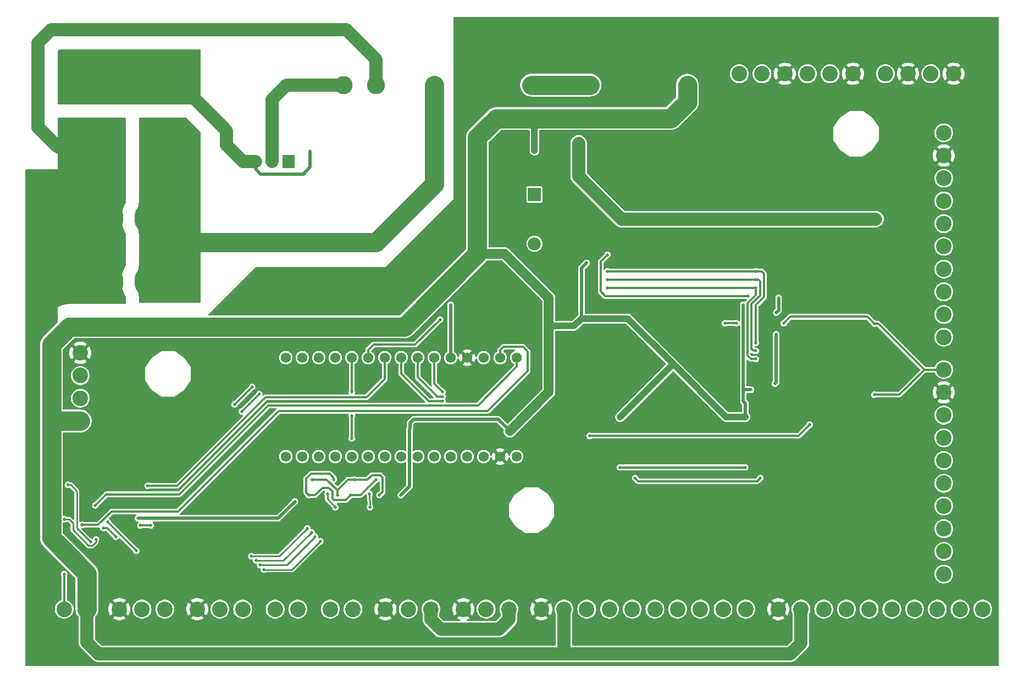
<source format=gbr>
%TF.GenerationSoftware,KiCad,Pcbnew,(7.0.0)*%
%TF.CreationDate,2023-05-23T17:02:05+02:00*%
%TF.ProjectId,Kettcar_Control_HW,4b657474-6361-4725-9f43-6f6e74726f6c,1.0*%
%TF.SameCoordinates,Original*%
%TF.FileFunction,Copper,L2,Bot*%
%TF.FilePolarity,Positive*%
%FSLAX46Y46*%
G04 Gerber Fmt 4.6, Leading zero omitted, Abs format (unit mm)*
G04 Created by KiCad (PCBNEW (7.0.0)) date 2023-05-23 17:02:05*
%MOMM*%
%LPD*%
G01*
G04 APERTURE LIST*
%TA.AperFunction,ComponentPad*%
%ADD10C,2.400000*%
%TD*%
%TA.AperFunction,ComponentPad*%
%ADD11C,8.000000*%
%TD*%
%TA.AperFunction,ComponentPad*%
%ADD12R,2.000000X2.000000*%
%TD*%
%TA.AperFunction,ComponentPad*%
%ADD13C,2.000000*%
%TD*%
%TA.AperFunction,ComponentPad*%
%ADD14C,2.800000*%
%TD*%
%TA.AperFunction,ComponentPad*%
%ADD15C,5.500000*%
%TD*%
%TA.AperFunction,ComponentPad*%
%ADD16R,1.905000X2.000000*%
%TD*%
%TA.AperFunction,ComponentPad*%
%ADD17O,1.905000X2.000000*%
%TD*%
%TA.AperFunction,ComponentPad*%
%ADD18C,1.574800*%
%TD*%
%TA.AperFunction,ViaPad*%
%ADD19C,0.500000*%
%TD*%
%TA.AperFunction,ViaPad*%
%ADD20C,1.000000*%
%TD*%
%TA.AperFunction,Conductor*%
%ADD21C,3.000000*%
%TD*%
%TA.AperFunction,Conductor*%
%ADD22C,0.500000*%
%TD*%
%TA.AperFunction,Conductor*%
%ADD23C,2.000000*%
%TD*%
%TA.AperFunction,Conductor*%
%ADD24C,0.350000*%
%TD*%
%TA.AperFunction,Conductor*%
%ADD25C,1.500000*%
%TD*%
%TA.AperFunction,Conductor*%
%ADD26C,1.000000*%
%TD*%
%TA.AperFunction,Conductor*%
%ADD27C,0.250000*%
%TD*%
G04 APERTURE END LIST*
D10*
%TO.P,J9,1,Pin_1*%
%TO.N,/SW_HL_LO_5V*%
X141000000Y-141250000D03*
%TO.P,J9,2,Pin_2*%
%TO.N,/SW_HL_HI_5V*%
X137500000Y-141250000D03*
%TO.P,J9,3,Pin_3*%
%TO.N,/SW_TI_LEFT_5V*%
X134000000Y-141250000D03*
%TO.P,J9,4,Pin_4*%
%TO.N,/SW_TI_RIGHT_5V*%
X130500000Y-141250000D03*
%TO.P,J9,5,Pin_5*%
%TO.N,/SW_TI_HAZ_5V*%
X127000000Y-141250000D03*
%TO.P,J9,6,Pin_6*%
%TO.N,/SW_HORN_5V*%
X123500000Y-141250000D03*
%TO.P,J9,7,Pin_7*%
%TO.N,/SW_MOT_FRONT_5V*%
X120000000Y-141250000D03*
%TO.P,J9,8,Pin_8*%
%TO.N,/SW_MOT_REAR_5V*%
X116500000Y-141250000D03*
%TO.P,J9,9,Pin_9*%
%TO.N,+5V*%
X113000000Y-141250000D03*
%TO.P,J9,10,Pin_10*%
%TO.N,GND*%
X109500000Y-141250000D03*
%TD*%
%TO.P,J10,1,Pin_1*%
%TO.N,+5V*%
X39500000Y-141250000D03*
%TO.P,J10,2,Pin_2*%
%TO.N,/WS2812_DO_5V*%
X36000000Y-141250000D03*
%TO.P,J10,3,Pin_3*%
%TO.N,GND*%
X32500000Y-141250000D03*
%TD*%
D11*
%TO.P,J4,1,Pin_1*%
%TO.N,BATT_MIDDLE*%
X39500000Y-59000000D03*
%TO.P,J4,2,Pin_2*%
%TO.N,GND*%
X39500000Y-70000000D03*
%TD*%
D10*
%TO.P,J11,1,Pin_1*%
%TO.N,+5V*%
X38500000Y-112250000D03*
%TO.P,J11,2,Pin_2*%
%TO.N,/I2C_SDA_5V*%
X38500000Y-108750000D03*
%TO.P,J11,3,Pin_3*%
%TO.N,/I2C_SCL_5V*%
X38500000Y-105250000D03*
%TO.P,J11,4,Pin_4*%
%TO.N,GND*%
X38500000Y-101750000D03*
%TD*%
%TO.P,J13,1,Pin_1*%
%TO.N,Net-(J13-Pin_1)*%
X177500000Y-141250000D03*
%TO.P,J13,2,Pin_2*%
%TO.N,Net-(J13-Pin_2)*%
X174000000Y-141250000D03*
%TO.P,J13,3,Pin_3*%
%TO.N,Net-(J13-Pin_3)*%
X170500000Y-141250000D03*
%TO.P,J13,4,Pin_4*%
%TO.N,Net-(J13-Pin_4)*%
X167000000Y-141250000D03*
%TO.P,J13,5,Pin_5*%
%TO.N,Net-(J13-Pin_5)*%
X163500000Y-141250000D03*
%TO.P,J13,6,Pin_6*%
%TO.N,Net-(J13-Pin_6)*%
X160000000Y-141250000D03*
%TO.P,J13,7,Pin_7*%
%TO.N,/SW_FORW_REV_5V*%
X156500000Y-141250000D03*
%TO.P,J13,8,Pin_8*%
%TO.N,/SW_IGN_5V*%
X153000000Y-141250000D03*
%TO.P,J13,9,Pin_9*%
%TO.N,+5V*%
X149500000Y-141250000D03*
%TO.P,J13,10,Pin_10*%
%TO.N,GND*%
X146000000Y-141250000D03*
%TD*%
D12*
%TO.P,LS1,1,1*%
%TO.N,Net-(LS1-Pad1)*%
X108449999Y-77349999D03*
D13*
%TO.P,LS1,2,2*%
%TO.N,Net-(Q7-D)*%
X108450000Y-84950000D03*
%TD*%
D14*
%TO.P,J12,1,Pin_1*%
%TO.N,/HORN_24V*%
X79000000Y-60500000D03*
%TO.P,J12,2,Pin_2*%
%TO.N,GND*%
X84000000Y-60500000D03*
%TD*%
D10*
%TO.P,J18,1,Pin_1*%
%TO.N,Net-(J18-Pin_1)*%
X72000000Y-141250000D03*
%TO.P,J18,2,Pin_2*%
%TO.N,Net-(J18-Pin_2)*%
X68500000Y-141250000D03*
%TD*%
%TO.P,J20,1,Pin_1*%
%TO.N,/UART_TX_FRONT_3V3*%
X63500000Y-141250000D03*
%TO.P,J20,2,Pin_2*%
%TO.N,/UART_RX_FRONT_3V3*%
X60000000Y-141250000D03*
%TO.P,J20,3,Pin_3*%
%TO.N,GND*%
X56500000Y-141250000D03*
%TD*%
D15*
%TO.P,J6,1,Pin_1*%
%TO.N,+BATT*%
X49600000Y-81000000D03*
%TO.P,J6,2,Pin_2*%
%TO.N,GND*%
X42400000Y-81000000D03*
%TD*%
D16*
%TO.P,Q8,1,G*%
%TO.N,Net-(Q8-G)*%
X70539999Y-72249999D03*
D17*
%TO.P,Q8,2,D*%
%TO.N,/HORN_24V*%
X67999999Y-72249999D03*
%TO.P,Q8,3,S*%
%TO.N,BATT_MIDDLE*%
X65459999Y-72249999D03*
%TD*%
D10*
%TO.P,J19,1,Pin_1*%
%TO.N,+24V*%
X171500000Y-67850000D03*
%TO.P,J19,2,Pin_2*%
%TO.N,GND*%
X171500000Y-71350000D03*
%TO.P,J19,3,Pin_3*%
%TO.N,Net-(J19-Pin_3)*%
X171500000Y-74850000D03*
%TO.P,J19,4,Pin_4*%
%TO.N,Net-(J19-Pin_4)*%
X171500000Y-78350000D03*
%TO.P,J19,5,Pin_5*%
%TO.N,Net-(J19-Pin_5)*%
X171500000Y-81850000D03*
%TO.P,J19,6,Pin_6*%
%TO.N,Net-(J19-Pin_6)*%
X171500000Y-85350000D03*
%TO.P,J19,7,Pin_7*%
%TO.N,Net-(J19-Pin_7)*%
X171500000Y-88850000D03*
%TO.P,J19,8,Pin_8*%
%TO.N,Net-(J19-Pin_8)*%
X171500000Y-92350000D03*
%TO.P,J19,9,Pin_9*%
%TO.N,Net-(J19-Pin_9)*%
X171500000Y-95850000D03*
%TO.P,J19,10,Pin_10*%
%TO.N,/IND_HORN_GND*%
X171500000Y-99350000D03*
%TD*%
%TO.P,J21,1,Pin_1*%
%TO.N,/UART_TX_REAR_3V3*%
X51500000Y-141250000D03*
%TO.P,J21,2,Pin_2*%
%TO.N,/UART_RX_REAR_3V3*%
X48000000Y-141250000D03*
%TO.P,J21,3,Pin_3*%
%TO.N,GND*%
X44500000Y-141250000D03*
%TD*%
%TO.P,J16,1,Pin_1*%
%TO.N,+5VA*%
X92500000Y-141250000D03*
%TO.P,J16,2,Pin_2*%
%TO.N,/ANA_THROTTLE_5V*%
X89000000Y-141250000D03*
%TO.P,J16,3,Pin_3*%
%TO.N,GND*%
X85500000Y-141250000D03*
%TD*%
D14*
%TO.P,J3,1,Pin_1*%
%TO.N,+24V*%
X117000000Y-60500000D03*
%TO.P,J3,2,Pin_2*%
%TO.N,GND*%
X122000000Y-60500000D03*
%TO.P,J3,3,Pin_3*%
X127000000Y-60500000D03*
%TO.P,J3,4,Pin_4*%
%TO.N,+5V*%
X132000000Y-60500000D03*
%TD*%
D10*
%TO.P,J5,1,Pin_1*%
%TO.N,/HL_HI_LEFT_24V*%
X140000000Y-58750000D03*
%TO.P,J5,2,Pin_2*%
%TO.N,/HL_LO_LEFT_24V*%
X143500000Y-58750000D03*
%TO.P,J5,3,Pin_3*%
%TO.N,GND*%
X147000000Y-58750000D03*
%TO.P,J5,4,Pin_4*%
%TO.N,/HL_HI_RIGHT_24V*%
X150500000Y-58750000D03*
%TO.P,J5,5,Pin_5*%
%TO.N,/HL_LO_RIGHT_24V*%
X154000000Y-58750000D03*
%TO.P,J5,6,Pin_6*%
%TO.N,GND*%
X157500000Y-58750000D03*
%TD*%
%TO.P,J14,1,Pin_1*%
%TO.N,+24V*%
X171500000Y-104350000D03*
%TO.P,J14,2,Pin_2*%
%TO.N,GND*%
X171500000Y-107850000D03*
%TO.P,J14,3,Pin_3*%
%TO.N,/IND_MOT_FRONT_OK_GND*%
X171500000Y-111350000D03*
%TO.P,J14,4,Pin_4*%
%TO.N,/IND_MOT_FRONT_ERR_GND*%
X171500000Y-114850000D03*
%TO.P,J14,5,Pin_5*%
%TO.N,/IND_MOT_REAR_OK_GND*%
X171500000Y-118350000D03*
%TO.P,J14,6,Pin_6*%
%TO.N,/IND_MOT_REAR_ERR_GND*%
X171500000Y-121850000D03*
%TO.P,J14,7,Pin_7*%
%TO.N,/IND_HL_GND*%
X171500000Y-125350000D03*
%TO.P,J14,8,Pin_8*%
%TO.N,/IND_TI_LEFT_GND*%
X171500000Y-128850000D03*
%TO.P,J14,9,Pin_9*%
%TO.N,/IND_TI_RIGHT_GND*%
X171500000Y-132350000D03*
%TO.P,J14,10,Pin_10*%
%TO.N,/IND_TI_HAZ_GND*%
X171500000Y-135850000D03*
%TD*%
%TO.P,J17,1,Pin_1*%
%TO.N,+5VA*%
X104500000Y-141250000D03*
%TO.P,J17,2,Pin_2*%
%TO.N,/ANA_BRAKE_5V*%
X101000000Y-141250000D03*
%TO.P,J17,3,Pin_3*%
%TO.N,GND*%
X97500000Y-141250000D03*
%TD*%
D11*
%TO.P,J1,1,Pin_1*%
%TO.N,+BATT*%
X52500000Y-70000000D03*
%TO.P,J1,2,Pin_2*%
%TO.N,BATT_MIDDLE*%
X52500000Y-59000000D03*
%TD*%
D10*
%TO.P,J15,1,Pin_1*%
%TO.N,Net-(J15-Pin_1)*%
X80500000Y-141250000D03*
%TO.P,J15,2,Pin_2*%
%TO.N,Net-(J15-Pin_2)*%
X77000000Y-141250000D03*
%TD*%
D14*
%TO.P,J2,1,Pin_1*%
%TO.N,+BATT*%
X93000000Y-60500000D03*
%TO.P,J2,2,Pin_2*%
%TO.N,GND*%
X98000000Y-60500000D03*
%TO.P,J2,3,Pin_3*%
X103000000Y-60500000D03*
%TO.P,J2,4,Pin_4*%
%TO.N,+24V*%
X108000000Y-60500000D03*
%TD*%
D10*
%TO.P,J8,1,Pin_1*%
%TO.N,/TI_LEFT_24V*%
X162500000Y-58750000D03*
%TO.P,J8,2,Pin_2*%
%TO.N,GND*%
X166000000Y-58750000D03*
%TO.P,J8,3,Pin_3*%
%TO.N,/TI_RIGHT_24V*%
X169500000Y-58750000D03*
%TO.P,J8,4,Pin_4*%
%TO.N,GND*%
X173000000Y-58750000D03*
%TD*%
D15*
%TO.P,J7,1,Pin_1*%
%TO.N,+BATT*%
X49600000Y-90700000D03*
%TO.P,J7,2,Pin_2*%
%TO.N,GND*%
X42400000Y-90700000D03*
%TD*%
D18*
%TO.P,U4,1,(led)(SCK)D13*%
%TO.N,unconnected-(U4-(led)(SCK)D13-Pad1)*%
X70140000Y-117740000D03*
%TO.P,U4,2,3V3*%
%TO.N,unconnected-(U4-3V3-Pad2)*%
X72680000Y-117740000D03*
%TO.P,U4,3,Aref*%
%TO.N,unconnected-(U4-Aref-Pad3)*%
X75220000Y-117740000D03*
%TO.P,U4,4,A0*%
%TO.N,/SWUART_F_RX_5V*%
X77760000Y-117740000D03*
%TO.P,U4,5,A1*%
%TO.N,/SWUART_F_TX_5V*%
X80300000Y-117740000D03*
%TO.P,U4,6,A2*%
%TO.N,/SWUART_R_RX_5V*%
X82840000Y-117740000D03*
%TO.P,U4,7,A3*%
%TO.N,/SWUART_R_TX_5V*%
X85380000Y-117740000D03*
%TO.P,U4,8,A4(SDA)*%
%TO.N,/I2C_SDA_5V*%
X87920000Y-117740000D03*
%TO.P,U4,9,A5(SCL)*%
%TO.N,/I2C_SCL_5V*%
X90460000Y-117740000D03*
%TO.P,U4,10,A6*%
%TO.N,Net-(U4-A6)*%
X93000000Y-117740000D03*
%TO.P,U4,11,A7*%
%TO.N,Net-(U4-A7)*%
X95540000Y-117740000D03*
%TO.P,U4,12,5V*%
%TO.N,+5VA*%
X98080000Y-117740000D03*
%TO.P,U4,13,RST*%
%TO.N,unconnected-(U4-RST-Pad13)*%
X100620000Y-117740000D03*
%TO.P,U4,14,GND*%
%TO.N,GND*%
X103160000Y-117740000D03*
%TO.P,U4,15,Vin*%
%TO.N,unconnected-(U4-Vin-Pad15)*%
X105700000Y-117740000D03*
%TO.P,U4,16,(TX)D0*%
%TO.N,/UART_TX_5V*%
X105700000Y-102500000D03*
%TO.P,U4,17,(RX)D1*%
%TO.N,/UART_RX_5V*%
X103160000Y-102500000D03*
%TO.P,U4,18,RST*%
%TO.N,unconnected-(U4-RST-Pad13)*%
X100620000Y-102500000D03*
%TO.P,U4,19,GND*%
%TO.N,GND*%
X98080000Y-102500000D03*
%TO.P,U4,20,(int2)D2*%
%TO.N,/HORN_GATE*%
X95540000Y-102500000D03*
%TO.P,U4,21,(int3)#D3*%
%TO.N,/IN_SER_DAT_5V*%
X93000000Y-102500000D03*
%TO.P,U4,22,D4*%
%TO.N,/IN_SER_~{LOAD}_5V*%
X90460000Y-102500000D03*
%TO.P,U4,23,#D5*%
%TO.N,/IN_SER_CLK_5V*%
X87920000Y-102500000D03*
%TO.P,U4,24,#D6*%
%TO.N,/UART_SEL_5V*%
X85380000Y-102500000D03*
%TO.P,U4,25,D7*%
%TO.N,/BUZZER_GATE*%
X82840000Y-102500000D03*
%TO.P,U4,26,D8*%
%TO.N,/WS2812_DO_5V*%
X80300000Y-102500000D03*
%TO.P,U4,27,#D9*%
%TO.N,/OUT_SER_DAT_5V*%
X77760000Y-102500000D03*
%TO.P,U4,28,(SS)#D10*%
%TO.N,/OUT_SER_~{EN}_5V*%
X75220000Y-102500000D03*
%TO.P,U4,29,(MOSI)#D11*%
%TO.N,/OUT_SER_LOAD_5V*%
X72680000Y-102500000D03*
%TO.P,U4,30,(MISO)D12*%
%TO.N,/OUT_SER_CLK_5V*%
X70140000Y-102500000D03*
%TD*%
D19*
%TO.N,BATT_MIDDLE*%
X73900000Y-70650000D03*
%TO.N,GND*%
X141950000Y-108900000D03*
X150850000Y-120900000D03*
X40700000Y-129550000D03*
X139300000Y-106500000D03*
X126950000Y-97250000D03*
X91050000Y-121600000D03*
X41550000Y-117050000D03*
X43500000Y-121150000D03*
X97500000Y-121650000D03*
X150650000Y-97600000D03*
X130250000Y-113000000D03*
X122650000Y-108900000D03*
X143200000Y-113000000D03*
X42550000Y-125850000D03*
X123900000Y-113000000D03*
X71550000Y-122750000D03*
X139300000Y-95525000D03*
X105050000Y-90950000D03*
X150650000Y-86625000D03*
X153050000Y-108200000D03*
X113175000Y-95525000D03*
X124525000Y-86625000D03*
X153000000Y-97250000D03*
X131550000Y-120900000D03*
X94300000Y-113425000D03*
X45750000Y-129550000D03*
X86600000Y-122750000D03*
%TO.N,+24V*%
X137800000Y-97200000D03*
X160800000Y-108200000D03*
X139550000Y-97200000D03*
X139100000Y-81150000D03*
X124500000Y-81150000D03*
X146850000Y-97200000D03*
X153700000Y-81150000D03*
X146400000Y-81150000D03*
X131800000Y-81150000D03*
X161000000Y-81150000D03*
X160800000Y-97250000D03*
D20*
X115250000Y-69450000D03*
D19*
%TO.N,+5V*%
X115675000Y-96475000D03*
X140625500Y-94350000D03*
X145500000Y-106500000D03*
X78075000Y-123675500D03*
X42050000Y-128750000D03*
X146050000Y-93250000D03*
X140950000Y-111650000D03*
X74200500Y-121300000D03*
X43950000Y-130100000D03*
X108450000Y-70600000D03*
X80700500Y-121300000D03*
X116500000Y-87900000D03*
X145700000Y-95550000D03*
X145700000Y-98900000D03*
X84575000Y-123675500D03*
X89250000Y-113425000D03*
X141800000Y-107450000D03*
X87850000Y-123700000D03*
D20*
X104650000Y-113800000D03*
D19*
X121650000Y-111650000D03*
%TO.N,/WS2812_DO_5V*%
X80300000Y-114950000D03*
X80300000Y-107800000D03*
X36000000Y-135850000D03*
X80300000Y-111450000D03*
%TO.N,/UART_TX_FRONT_3V3*%
X64850000Y-133100000D03*
X73450000Y-128800000D03*
%TO.N,/UART_RX_FRONT_3V3*%
X74100000Y-129400000D03*
X65550000Y-133750000D03*
%TO.N,+3V3*%
X73675000Y-123675500D03*
X77549500Y-121300000D03*
X84049500Y-121300000D03*
X47350000Y-127250000D03*
X71550000Y-124650000D03*
X80175000Y-123675500D03*
%TO.N,/UART_TX_REAR_3V3*%
X74650000Y-130100000D03*
X66200000Y-134450000D03*
%TO.N,/UART_RX_REAR_3V3*%
X75450000Y-130800000D03*
X66774500Y-135150000D03*
%TO.N,/UART_RX_5V*%
X38775000Y-128275000D03*
%TO.N,/UART_RX_3V3*%
X47100000Y-132250000D03*
X42700000Y-127850000D03*
%TO.N,/UART_TX_5V*%
X40800000Y-125250000D03*
%TO.N,/HORN_GATE*%
X95550000Y-94350000D03*
%TO.N,/BUZZER_GATE*%
X93900000Y-96650000D03*
%TO.N,/IN_SER_~{LOAD}_5V*%
X94300000Y-108500000D03*
X121600000Y-119400000D03*
X140900000Y-119400000D03*
%TO.N,/IN_SER_CLK_5V*%
X143250000Y-121050000D03*
X94300000Y-109200000D03*
X123950000Y-121050000D03*
%TO.N,/IN_SER_DAT_5V*%
X94300000Y-107800000D03*
X150850000Y-112800000D03*
X116950000Y-114550000D03*
%TO.N,/UART_SEL_5V*%
X49350000Y-128350000D03*
X47750000Y-128350000D03*
X48850000Y-122250000D03*
%TO.N,/OUT_SER_~{EN}_5V*%
X119700000Y-91750000D03*
X142550000Y-91750000D03*
X142550000Y-102700000D03*
%TO.N,/OUT_SER_LOAD_5V*%
X142550000Y-90450000D03*
X142550000Y-101450000D03*
X119700000Y-90450000D03*
%TO.N,/OUT_SER_CLK_5V*%
X142550000Y-100200000D03*
X142550000Y-89200000D03*
X119700000Y-89200000D03*
%TO.N,/EN_REAR_GND*%
X66050000Y-108100000D03*
X63350000Y-110800000D03*
%TO.N,/EN_FRONT_GND*%
X62250000Y-109700000D03*
X64950000Y-107000000D03*
%TO.N,Net-(U12-SER)*%
X141350000Y-93000000D03*
X119700000Y-86650000D03*
%TO.N,/SWUART_F_TX_3V3*%
X76550000Y-123500000D03*
X77800000Y-125550000D03*
%TO.N,/SWUART_R_TX_3V3*%
X83100000Y-125550000D03*
X83050000Y-123500000D03*
%TO.N,Net-(JP1-B)*%
X36050500Y-127400000D03*
X40900000Y-130500000D03*
%TO.N,Net-(JP3-B)*%
X36600000Y-122100000D03*
X40100000Y-130900000D03*
%TD*%
D21*
%TO.N,+BATT*%
X93000000Y-60500000D02*
X93000000Y-75750000D01*
X84050000Y-84700000D02*
X55900000Y-84700000D01*
X93000000Y-75750000D02*
X84050000Y-84700000D01*
D22*
%TO.N,BATT_MIDDLE*%
X65460000Y-73410000D02*
X65460000Y-72250000D01*
D23*
X61000000Y-67500000D02*
X61000000Y-69750000D01*
X52500000Y-59000000D02*
X61000000Y-67500000D01*
X63500000Y-72250000D02*
X65460000Y-72250000D01*
D22*
X66250000Y-74200000D02*
X65460000Y-73410000D01*
D23*
X61000000Y-69750000D02*
X63500000Y-72250000D01*
D22*
X73900000Y-73150000D02*
X72850000Y-74200000D01*
X73900000Y-70650000D02*
X73900000Y-73150000D01*
X72850000Y-74200000D02*
X66250000Y-74200000D01*
D23*
%TO.N,GND*%
X32000000Y-54000000D02*
X34000000Y-52000000D01*
X84000000Y-56500000D02*
X84000000Y-60500000D01*
X32000000Y-67000000D02*
X32000000Y-54000000D01*
X39500000Y-70000000D02*
X35000000Y-70000000D01*
X34000000Y-52000000D02*
X79500000Y-52000000D01*
X79500000Y-52000000D02*
X84000000Y-56500000D01*
X35000000Y-70000000D02*
X32000000Y-67000000D01*
%TO.N,+24V*%
X115250000Y-74550000D02*
X121850000Y-81150000D01*
D24*
X146850000Y-97200000D02*
X147850000Y-96200000D01*
D23*
X131800000Y-81150000D02*
X124500000Y-81150000D01*
D24*
X160800000Y-108200000D02*
X164650000Y-108200000D01*
D23*
X161000000Y-81150000D02*
X153700000Y-81150000D01*
D24*
X168500000Y-104350000D02*
X171500000Y-104350000D01*
X164650000Y-108200000D02*
X168500000Y-104350000D01*
X161400000Y-97250000D02*
X168500000Y-104350000D01*
X137800000Y-97200000D02*
X139550000Y-97200000D01*
D23*
X115250000Y-69450000D02*
X115250000Y-74550000D01*
X146400000Y-81150000D02*
X139100000Y-81150000D01*
D24*
X160800000Y-97250000D02*
X161400000Y-97250000D01*
D23*
X139100000Y-81150000D02*
X131800000Y-81150000D01*
D21*
X108000000Y-60500000D02*
X117000000Y-60500000D01*
D24*
X159750000Y-96200000D02*
X160800000Y-97250000D01*
X147850000Y-96200000D02*
X159750000Y-96200000D01*
D23*
X121850000Y-81150000D02*
X124500000Y-81150000D01*
X153700000Y-81150000D02*
X146400000Y-81150000D01*
D24*
%TO.N,+5V*%
X84700000Y-120600000D02*
X85050000Y-120950000D01*
D22*
X89200000Y-113475000D02*
X89200000Y-122350000D01*
X102850000Y-112000000D02*
X104650000Y-113800000D01*
D23*
X41300000Y-148150000D02*
X92500000Y-148150000D01*
X113000000Y-141250000D02*
X113000000Y-148150000D01*
X39500000Y-141250000D02*
X39500000Y-146350000D01*
X104500000Y-148150000D02*
X113000000Y-148150000D01*
D22*
X140950000Y-111650000D02*
X140950000Y-109550000D01*
D24*
X80700500Y-121300000D02*
X82700000Y-121300000D01*
X42050000Y-128750000D02*
X42600000Y-128750000D01*
D22*
X116500000Y-87900000D02*
X115675000Y-88725000D01*
D21*
X38500000Y-112250000D02*
X34100000Y-112250000D01*
D25*
X99650000Y-86500000D02*
X103850000Y-86500000D01*
D23*
X149500000Y-146500000D02*
X149500000Y-141250000D01*
D22*
X89250000Y-112600000D02*
X89850000Y-112000000D01*
D24*
X42600000Y-128750000D02*
X43950000Y-130100000D01*
D21*
X132000000Y-63100000D02*
X132000000Y-60500000D01*
D24*
X76450000Y-121300000D02*
X78075000Y-122925000D01*
D21*
X108450000Y-65650000D02*
X129450000Y-65650000D01*
D22*
X89250000Y-113425000D02*
X89250000Y-112600000D01*
D25*
X110650000Y-107800000D02*
X104650000Y-113800000D01*
D21*
X34050000Y-100500000D02*
X34050000Y-112200000D01*
D22*
X89850000Y-112000000D02*
X102850000Y-112000000D01*
D24*
X85050000Y-120950000D02*
X85050000Y-123200500D01*
D21*
X99650000Y-86500000D02*
X88400000Y-97750000D01*
D22*
X146050000Y-95200000D02*
X145700000Y-95550000D01*
D21*
X34100000Y-112250000D02*
X34050000Y-112200000D01*
D24*
X85050000Y-123200500D02*
X84575000Y-123675500D01*
D23*
X92500000Y-148150000D02*
X104500000Y-148150000D01*
D22*
X89200000Y-122350000D02*
X87850000Y-123700000D01*
D21*
X39500000Y-135750000D02*
X39500000Y-141250000D01*
D25*
X103850000Y-86500000D02*
X110650000Y-93300000D01*
D22*
X140625000Y-107450000D02*
X140625000Y-94350500D01*
D26*
X115675000Y-96475000D02*
X114550000Y-97600000D01*
X114550000Y-97600000D02*
X110650000Y-97600000D01*
D21*
X102550000Y-65650000D02*
X108450000Y-65650000D01*
X34050000Y-112200000D02*
X34050000Y-130300000D01*
D26*
X138000000Y-111650000D02*
X140950000Y-111650000D01*
D24*
X74200500Y-121300000D02*
X76450000Y-121300000D01*
D22*
X145700000Y-98900000D02*
X145700000Y-106300000D01*
D25*
X110650000Y-93300000D02*
X110650000Y-97600000D01*
D21*
X88400000Y-97750000D02*
X36800000Y-97750000D01*
D22*
X115675000Y-88725000D02*
X115675000Y-96475000D01*
D24*
X79700000Y-121300000D02*
X78075000Y-122925000D01*
D25*
X110650000Y-97600000D02*
X110650000Y-107800000D01*
D24*
X83400000Y-120600000D02*
X84700000Y-120600000D01*
D22*
X146050000Y-93250000D02*
X146050000Y-95200000D01*
X89250000Y-113425000D02*
X89200000Y-113475000D01*
X140950000Y-109550000D02*
X140625000Y-109225000D01*
X141800000Y-107450000D02*
X140625000Y-107450000D01*
D24*
X80700500Y-121300000D02*
X79700000Y-121300000D01*
D23*
X147850000Y-148150000D02*
X149500000Y-146500000D01*
D21*
X99650000Y-68550000D02*
X102550000Y-65650000D01*
D22*
X140625000Y-109225000D02*
X140625000Y-107450000D01*
X145700000Y-106300000D02*
X145500000Y-106500000D01*
X140625000Y-94350500D02*
X140625500Y-94350000D01*
D21*
X34050000Y-130300000D02*
X39500000Y-135750000D01*
D23*
X113000000Y-148150000D02*
X147850000Y-148150000D01*
D21*
X129450000Y-65650000D02*
X132000000Y-63100000D01*
X36800000Y-97750000D02*
X34050000Y-100500000D01*
D24*
X78075000Y-122925000D02*
X78075000Y-123675500D01*
D26*
X122825000Y-96475000D02*
X129825000Y-103475000D01*
D21*
X99650000Y-86500000D02*
X99650000Y-68550000D01*
D26*
X108450000Y-70600000D02*
X108450000Y-65650000D01*
X115675000Y-96475000D02*
X122825000Y-96475000D01*
D23*
X39500000Y-146350000D02*
X41300000Y-148150000D01*
D26*
X129825000Y-103475000D02*
X138000000Y-111650000D01*
D24*
X82700000Y-121300000D02*
X83400000Y-120600000D01*
D26*
X121650000Y-111650000D02*
X129825000Y-103475000D01*
D24*
%TO.N,/WS2812_DO_5V*%
X36000000Y-135850000D02*
X36000000Y-141250000D01*
X80300000Y-102500000D02*
X80300000Y-107800000D01*
X80300000Y-111450000D02*
X80300000Y-114950000D01*
D27*
%TO.N,/UART_TX_FRONT_3V3*%
X73450000Y-128800000D02*
X69150000Y-133100000D01*
X69150000Y-133100000D02*
X64850000Y-133100000D01*
%TO.N,/UART_RX_FRONT_3V3*%
X69750000Y-133750000D02*
X74100000Y-129400000D01*
X65550000Y-133750000D02*
X69750000Y-133750000D01*
D23*
%TO.N,/HORN_24V*%
X79000000Y-60500000D02*
X70250000Y-60500000D01*
X70250000Y-60500000D02*
X68000000Y-62750000D01*
X68000000Y-62750000D02*
X68000000Y-72250000D01*
D22*
%TO.N,+3V3*%
X47350000Y-127250000D02*
X68950000Y-127250000D01*
D24*
X81649500Y-123675500D02*
X84025000Y-121300000D01*
X77550000Y-124450000D02*
X79400500Y-124450000D01*
X74674500Y-123675500D02*
X75800000Y-122550000D01*
X76900000Y-120400000D02*
X77549500Y-121049500D01*
X73300000Y-123300500D02*
X73300000Y-121150000D01*
X77300000Y-124200000D02*
X77550000Y-124450000D01*
X75800000Y-122550000D02*
X76750000Y-122550000D01*
X73675000Y-123675500D02*
X73300000Y-123300500D01*
X73675000Y-123675500D02*
X74674500Y-123675500D01*
X84025000Y-121300000D02*
X84049500Y-121300000D01*
X76750000Y-122550000D02*
X77300000Y-123100000D01*
X80175000Y-123675500D02*
X81649500Y-123675500D01*
X77300000Y-123100000D02*
X77300000Y-124200000D01*
X77549500Y-121049500D02*
X77549500Y-121300000D01*
X73300000Y-121150000D02*
X74050000Y-120400000D01*
X74050000Y-120400000D02*
X76900000Y-120400000D01*
D22*
X68950000Y-127250000D02*
X71550000Y-124650000D01*
D24*
X79400500Y-124450000D02*
X80175000Y-123675500D01*
D23*
%TO.N,+5VA*%
X104500000Y-142850000D02*
X104500000Y-141250000D01*
X94000000Y-144350000D02*
X103000000Y-144350000D01*
X92500000Y-141250000D02*
X92500000Y-142850000D01*
X92500000Y-142850000D02*
X94000000Y-144350000D01*
X103000000Y-144350000D02*
X104500000Y-142850000D01*
D27*
%TO.N,/UART_TX_REAR_3V3*%
X66200000Y-134450000D02*
X70300000Y-134450000D01*
X70300000Y-134450000D02*
X74650000Y-130100000D01*
%TO.N,/UART_RX_REAR_3V3*%
X66774500Y-135150000D02*
X71100000Y-135150000D01*
X71100000Y-135150000D02*
X75450000Y-130800000D01*
D24*
%TO.N,/UART_RX_5V*%
X107400000Y-101550000D02*
X107400000Y-104500000D01*
X69050000Y-110700000D02*
X53550000Y-126200000D01*
X107400000Y-104500000D02*
X101200000Y-110700000D01*
X106700000Y-100850000D02*
X107400000Y-101550000D01*
X41225000Y-128275000D02*
X38775000Y-128275000D01*
X53550000Y-126200000D02*
X43300000Y-126200000D01*
X103160000Y-101340000D02*
X103650000Y-100850000D01*
X103160000Y-102500000D02*
X103160000Y-101340000D01*
X43300000Y-126200000D02*
X41225000Y-128275000D01*
X103650000Y-100850000D02*
X106700000Y-100850000D01*
X101200000Y-110700000D02*
X69050000Y-110700000D01*
%TO.N,/UART_RX_3V3*%
X47100000Y-132250000D02*
X42700000Y-127850000D01*
%TO.N,/UART_TX_5V*%
X99750000Y-109850000D02*
X105700000Y-103900000D01*
X67450000Y-109850000D02*
X99750000Y-109850000D01*
X105700000Y-103900000D02*
X105700000Y-102500000D01*
X42500000Y-123550000D02*
X53750000Y-123550000D01*
X40800000Y-125250000D02*
X42500000Y-123550000D01*
X53750000Y-123550000D02*
X67450000Y-109850000D01*
D22*
%TO.N,/HORN_GATE*%
X95540000Y-94360000D02*
X95550000Y-94350000D01*
X95540000Y-102500000D02*
X95540000Y-94360000D01*
D24*
%TO.N,/BUZZER_GATE*%
X93900000Y-96650000D02*
X90050000Y-100500000D01*
X90050000Y-100500000D02*
X83650000Y-100500000D01*
X82840000Y-101310000D02*
X82840000Y-102500000D01*
X83650000Y-100500000D02*
X82840000Y-101310000D01*
%TO.N,/IN_SER_~{LOAD}_5V*%
X93250000Y-108300000D02*
X93450000Y-108500000D01*
X140900000Y-119400000D02*
X121600000Y-119400000D01*
X90460000Y-105510000D02*
X93250000Y-108300000D01*
X90460000Y-102500000D02*
X90460000Y-105510000D01*
X93450000Y-108500000D02*
X94300000Y-108500000D01*
%TO.N,/IN_SER_CLK_5V*%
X142775000Y-121525000D02*
X124425000Y-121525000D01*
X91650000Y-108700000D02*
X92150000Y-109200000D01*
X124425000Y-121525000D02*
X123950000Y-121050000D01*
X87920000Y-104970000D02*
X91650000Y-108700000D01*
X92150000Y-109200000D02*
X94300000Y-109200000D01*
X87920000Y-102500000D02*
X87920000Y-104970000D01*
X143250000Y-121050000D02*
X142775000Y-121525000D01*
%TO.N,/IN_SER_DAT_5V*%
X93000000Y-106500000D02*
X94300000Y-107800000D01*
X150850000Y-112800000D02*
X149100000Y-114550000D01*
X93000000Y-102500000D02*
X93000000Y-106500000D01*
X149100000Y-114550000D02*
X116950000Y-114550000D01*
%TO.N,/UART_SEL_5V*%
X53400000Y-122250000D02*
X67050000Y-108600000D01*
X82550000Y-108600000D02*
X85380000Y-105770000D01*
X67050000Y-108600000D02*
X82550000Y-108600000D01*
X47750000Y-128350000D02*
X49350000Y-128350000D01*
X85380000Y-105770000D02*
X85380000Y-102500000D01*
X48850000Y-122250000D02*
X53400000Y-122250000D01*
%TO.N,/OUT_SER_~{EN}_5V*%
X141800000Y-102700000D02*
X142550000Y-102700000D01*
X141250000Y-94122182D02*
X141250000Y-102150000D01*
X142550000Y-91750000D02*
X142550000Y-92822182D01*
X119700000Y-91750000D02*
X142550000Y-91750000D01*
X142550000Y-92822182D02*
X141250000Y-94122182D01*
X141250000Y-102150000D02*
X141800000Y-102700000D01*
%TO.N,/OUT_SER_LOAD_5V*%
X119700000Y-90450000D02*
X142550000Y-90450000D01*
X141900000Y-94250000D02*
X141900000Y-101150000D01*
X143200000Y-92950000D02*
X141900000Y-94250000D01*
X142200000Y-101450000D02*
X142550000Y-101450000D01*
X143200000Y-90700000D02*
X143200000Y-92950000D01*
X141900000Y-101150000D02*
X142200000Y-101450000D01*
X142550000Y-90450000D02*
X142950000Y-90450000D01*
X142950000Y-90450000D02*
X143200000Y-90700000D01*
%TO.N,/OUT_SER_CLK_5V*%
X119700000Y-89200000D02*
X142550000Y-89200000D01*
X143800000Y-89550000D02*
X143800000Y-93150000D01*
X142550000Y-94400000D02*
X142550000Y-100200000D01*
X142550000Y-89200000D02*
X143450000Y-89200000D01*
X143450000Y-89200000D02*
X143800000Y-89550000D01*
X143800000Y-93150000D02*
X142550000Y-94400000D01*
%TO.N,/EN_REAR_GND*%
X66050000Y-108100000D02*
X63350000Y-110800000D01*
%TO.N,/EN_FRONT_GND*%
X62250000Y-109700000D02*
X64950000Y-107000000D01*
%TO.N,Net-(U12-SER)*%
X119350000Y-93000000D02*
X118650000Y-92300000D01*
X141350000Y-93000000D02*
X119350000Y-93000000D01*
X118650000Y-87700000D02*
X119700000Y-86650000D01*
X118650000Y-92300000D02*
X118650000Y-87700000D01*
D27*
%TO.N,/SWUART_F_TX_3V3*%
X77800000Y-125550000D02*
X76550000Y-124300000D01*
X76550000Y-124300000D02*
X76550000Y-123500000D01*
%TO.N,/SWUART_R_TX_3V3*%
X83100000Y-124500000D02*
X83050000Y-124450000D01*
X83050000Y-124450000D02*
X83050000Y-123500000D01*
X83100000Y-125550000D02*
X83100000Y-124500000D01*
%TO.N,Net-(JP1-B)*%
X36750000Y-127400000D02*
X37350000Y-128000000D01*
X37350000Y-128000000D02*
X37350000Y-129050000D01*
X39775000Y-131475000D02*
X40338173Y-131475000D01*
X36050500Y-127400000D02*
X36750000Y-127400000D01*
X40900000Y-130913173D02*
X40900000Y-130500000D01*
X40338173Y-131475000D02*
X40900000Y-130913173D01*
X37350000Y-129050000D02*
X39775000Y-131475000D01*
%TO.N,Net-(JP3-B)*%
X40100000Y-130900000D02*
X37950000Y-128750000D01*
X37000000Y-122100000D02*
X36600000Y-122100000D01*
X37950000Y-123050000D02*
X37000000Y-122100000D01*
X37950000Y-128750000D02*
X37950000Y-123050000D01*
%TD*%
%TA.AperFunction,Conductor*%
%TO.N,GND*%
G36*
X179937500Y-50017113D02*
G01*
X179982887Y-50062500D01*
X179999500Y-50124500D01*
X179999500Y-149875500D01*
X179982887Y-149937500D01*
X179937500Y-149982887D01*
X179875500Y-149999500D01*
X30124500Y-149999500D01*
X30062500Y-149982887D01*
X30017113Y-149937500D01*
X30000500Y-149875500D01*
X30000500Y-141250000D01*
X34544529Y-141250000D01*
X34544953Y-141255117D01*
X34563955Y-141484443D01*
X34563956Y-141484451D01*
X34564380Y-141489563D01*
X34565637Y-141494528D01*
X34565639Y-141494538D01*
X34622131Y-141717620D01*
X34623390Y-141722591D01*
X34625450Y-141727287D01*
X34717889Y-141938029D01*
X34717893Y-141938037D01*
X34719951Y-141942728D01*
X34851429Y-142143969D01*
X34854896Y-142147735D01*
X34854899Y-142147739D01*
X35010764Y-142317054D01*
X35010767Y-142317057D01*
X35014236Y-142320825D01*
X35075290Y-142368345D01*
X35176245Y-142446922D01*
X35203933Y-142468472D01*
X35415344Y-142582882D01*
X35642703Y-142660934D01*
X35879808Y-142700500D01*
X36115059Y-142700500D01*
X36120192Y-142700500D01*
X36357297Y-142660934D01*
X36584656Y-142582882D01*
X36796067Y-142468472D01*
X36985764Y-142320825D01*
X37148571Y-142143969D01*
X37280049Y-141942728D01*
X37376610Y-141722591D01*
X37435620Y-141489563D01*
X37455471Y-141250000D01*
X37435620Y-141010437D01*
X37430797Y-140991393D01*
X37427351Y-140977784D01*
X37376610Y-140777409D01*
X37280049Y-140557272D01*
X37148571Y-140356031D01*
X37145100Y-140352260D01*
X36989235Y-140182945D01*
X36989231Y-140182942D01*
X36985764Y-140179175D01*
X36890915Y-140105351D01*
X36800116Y-140034679D01*
X36800112Y-140034676D01*
X36796067Y-140031528D01*
X36791562Y-140029090D01*
X36791559Y-140029088D01*
X36589160Y-139919555D01*
X36589155Y-139919553D01*
X36584656Y-139917118D01*
X36509234Y-139891225D01*
X36465517Y-139865176D01*
X36435944Y-139823756D01*
X36425500Y-139773946D01*
X36425500Y-136150078D01*
X36436706Y-136098566D01*
X36485165Y-135992457D01*
X36505647Y-135850000D01*
X36485165Y-135707543D01*
X36425377Y-135576627D01*
X36385293Y-135530367D01*
X36336934Y-135474557D01*
X36336932Y-135474555D01*
X36331128Y-135467857D01*
X36318631Y-135459826D01*
X36261909Y-135423373D01*
X36210053Y-135390047D01*
X36151015Y-135372712D01*
X36080473Y-135351999D01*
X36080470Y-135351998D01*
X36071961Y-135349500D01*
X35928039Y-135349500D01*
X35919530Y-135351998D01*
X35919526Y-135351999D01*
X35816062Y-135382379D01*
X35789947Y-135390047D01*
X35782484Y-135394842D01*
X35782484Y-135394843D01*
X35676329Y-135463064D01*
X35676325Y-135463066D01*
X35668872Y-135467857D01*
X35663070Y-135474551D01*
X35663065Y-135474557D01*
X35580431Y-135569923D01*
X35580428Y-135569927D01*
X35574623Y-135576627D01*
X35570941Y-135584689D01*
X35570938Y-135584694D01*
X35523303Y-135689000D01*
X35514835Y-135707543D01*
X35513573Y-135716316D01*
X35513572Y-135716322D01*
X35503692Y-135785043D01*
X35494353Y-135850000D01*
X35495615Y-135858777D01*
X35513572Y-135983677D01*
X35513573Y-135983681D01*
X35514835Y-135992457D01*
X35518520Y-136000525D01*
X35563294Y-136098566D01*
X35574500Y-136150078D01*
X35574500Y-139773946D01*
X35564056Y-139823756D01*
X35534483Y-139865176D01*
X35490765Y-139891225D01*
X35443581Y-139907424D01*
X35420184Y-139915456D01*
X35420179Y-139915458D01*
X35415344Y-139917118D01*
X35410848Y-139919550D01*
X35410839Y-139919555D01*
X35208440Y-140029088D01*
X35208431Y-140029093D01*
X35203933Y-140031528D01*
X35199892Y-140034672D01*
X35199883Y-140034679D01*
X35018284Y-140176024D01*
X35014236Y-140179175D01*
X35010773Y-140182936D01*
X35010764Y-140182945D01*
X34854899Y-140352260D01*
X34854891Y-140352270D01*
X34851429Y-140356031D01*
X34848629Y-140360315D01*
X34848624Y-140360323D01*
X34722758Y-140552975D01*
X34719951Y-140557272D01*
X34717895Y-140561957D01*
X34717889Y-140561970D01*
X34638403Y-140743182D01*
X34623390Y-140777409D01*
X34622132Y-140782374D01*
X34622131Y-140782379D01*
X34565639Y-141005461D01*
X34565636Y-141005473D01*
X34564380Y-141010437D01*
X34563956Y-141015546D01*
X34563955Y-141015556D01*
X34545485Y-141238457D01*
X34544529Y-141250000D01*
X30000500Y-141250000D01*
X30000500Y-73624000D01*
X30017113Y-73562000D01*
X30062500Y-73516613D01*
X30124500Y-73500000D01*
X34983674Y-73500000D01*
X35000000Y-73500000D01*
X35000000Y-97074418D01*
X32836995Y-99237422D01*
X32833657Y-99240638D01*
X32766597Y-99302861D01*
X32766587Y-99302870D01*
X32763195Y-99306019D01*
X32760312Y-99309633D01*
X32760299Y-99309648D01*
X32703274Y-99381155D01*
X32700318Y-99384723D01*
X32640623Y-99454091D01*
X32640615Y-99454101D01*
X32637602Y-99457603D01*
X32635147Y-99461508D01*
X32635135Y-99461526D01*
X32623809Y-99479551D01*
X32615771Y-99490880D01*
X32602504Y-99507517D01*
X32602495Y-99507530D01*
X32599614Y-99511143D01*
X32597301Y-99515148D01*
X32597297Y-99515155D01*
X32551541Y-99594406D01*
X32549159Y-99598358D01*
X32498017Y-99679753D01*
X32496168Y-99683990D01*
X32496161Y-99684004D01*
X32487655Y-99703501D01*
X32481392Y-99715908D01*
X32470752Y-99734337D01*
X32470747Y-99734346D01*
X32468432Y-99738357D01*
X32466740Y-99742666D01*
X32466738Y-99742672D01*
X32433311Y-99827841D01*
X32431537Y-99832122D01*
X32394955Y-99915971D01*
X32394951Y-99915982D01*
X32393100Y-99920225D01*
X32391901Y-99924696D01*
X32391902Y-99924696D01*
X32386393Y-99945255D01*
X32382049Y-99958455D01*
X32372580Y-99982584D01*
X32371551Y-99987089D01*
X32371549Y-99987098D01*
X32351185Y-100076315D01*
X32350069Y-100080812D01*
X32326395Y-100169168D01*
X32326392Y-100169179D01*
X32325195Y-100173650D01*
X32324676Y-100178254D01*
X32324676Y-100178255D01*
X32322294Y-100199392D01*
X32319966Y-100213095D01*
X32315229Y-100233847D01*
X32315226Y-100233863D01*
X32314198Y-100238370D01*
X32313851Y-100242991D01*
X32313851Y-100242996D01*
X32307013Y-100334231D01*
X32306580Y-100338845D01*
X32296338Y-100429750D01*
X32296337Y-100429761D01*
X32295819Y-100434364D01*
X32295992Y-100438993D01*
X32295992Y-100439000D01*
X32299413Y-100530406D01*
X32299500Y-100535043D01*
X32299500Y-112164957D01*
X32299413Y-112169594D01*
X32295992Y-112260999D01*
X32295992Y-112261005D01*
X32295819Y-112265636D01*
X32296337Y-112270240D01*
X32296338Y-112270246D01*
X32298720Y-112291382D01*
X32299500Y-112305266D01*
X32299500Y-130264957D01*
X32299413Y-130269594D01*
X32295992Y-130360999D01*
X32295992Y-130361005D01*
X32295819Y-130365636D01*
X32296337Y-130370238D01*
X32296338Y-130370249D01*
X32306580Y-130461153D01*
X32307013Y-130465767D01*
X32313850Y-130556999D01*
X32313851Y-130557011D01*
X32314198Y-130561630D01*
X32315230Y-130566152D01*
X32315231Y-130566158D01*
X32319964Y-130586894D01*
X32322293Y-130600599D01*
X32324675Y-130621743D01*
X32324677Y-130621753D01*
X32325195Y-130626350D01*
X32326393Y-130630822D01*
X32326395Y-130630831D01*
X32350069Y-130719186D01*
X32351185Y-130723684D01*
X32361836Y-130770346D01*
X32372580Y-130817416D01*
X32374269Y-130821719D01*
X32374271Y-130821726D01*
X32382047Y-130841540D01*
X32386391Y-130854741D01*
X32391900Y-130875299D01*
X32391902Y-130875306D01*
X32393100Y-130879775D01*
X32394949Y-130884015D01*
X32394952Y-130884021D01*
X32431537Y-130967875D01*
X32433311Y-130972158D01*
X32456101Y-131030224D01*
X32468432Y-131061643D01*
X32470753Y-131065663D01*
X32470754Y-131065665D01*
X32481387Y-131084083D01*
X32487652Y-131096492D01*
X32496159Y-131115989D01*
X32498017Y-131120247D01*
X32500482Y-131124171D01*
X32500490Y-131124185D01*
X32549162Y-131201646D01*
X32551555Y-131205617D01*
X32597293Y-131284838D01*
X32597297Y-131284844D01*
X32599614Y-131288857D01*
X32602506Y-131292483D01*
X32615766Y-131309111D01*
X32623813Y-131320452D01*
X32635130Y-131338464D01*
X32635134Y-131338470D01*
X32637602Y-131342397D01*
X32640633Y-131345919D01*
X32700315Y-131415270D01*
X32703273Y-131418841D01*
X32763195Y-131493981D01*
X32766591Y-131497132D01*
X32766592Y-131497133D01*
X32833656Y-131559359D01*
X32836996Y-131562577D01*
X37713181Y-136438762D01*
X37740061Y-136478990D01*
X37749500Y-136526443D01*
X37749500Y-141315494D01*
X37749672Y-141317797D01*
X37749673Y-141317808D01*
X37762544Y-141489563D01*
X37764198Y-141511630D01*
X37765228Y-141516143D01*
X37765229Y-141516149D01*
X37820161Y-141756817D01*
X37822580Y-141767416D01*
X37824275Y-141771734D01*
X37824276Y-141771738D01*
X37916734Y-142007318D01*
X37916737Y-142007324D01*
X37918432Y-142011643D01*
X37920750Y-142015658D01*
X37920753Y-142015664D01*
X37926070Y-142024873D01*
X38049614Y-142238857D01*
X38213195Y-142443981D01*
X38216442Y-142446993D01*
X38240928Y-142485962D01*
X38249500Y-142531265D01*
X38249500Y-146272815D01*
X38248720Y-146286697D01*
X38244762Y-146321827D01*
X38245136Y-146327377D01*
X38245136Y-146327387D01*
X38249219Y-146387933D01*
X38249500Y-146396274D01*
X38249500Y-146406155D01*
X38249747Y-146408900D01*
X38249748Y-146408921D01*
X38253153Y-146446749D01*
X38253371Y-146449521D01*
X38255924Y-146487379D01*
X38259904Y-146546412D01*
X38261265Y-146551813D01*
X38262136Y-146557313D01*
X38262105Y-146557317D01*
X38263099Y-146563165D01*
X38263129Y-146563160D01*
X38264123Y-146568642D01*
X38264623Y-146574188D01*
X38266103Y-146579553D01*
X38266105Y-146579560D01*
X38290465Y-146667824D01*
X38291175Y-146670514D01*
X38313541Y-146759276D01*
X38313542Y-146759281D01*
X38314904Y-146764683D01*
X38317207Y-146769755D01*
X38319047Y-146775011D01*
X38319017Y-146775021D01*
X38321041Y-146780601D01*
X38321069Y-146780591D01*
X38323027Y-146785808D01*
X38324507Y-146791170D01*
X38326920Y-146796182D01*
X38326921Y-146796183D01*
X38366657Y-146878699D01*
X38367835Y-146881217D01*
X38405690Y-146964556D01*
X38407993Y-146969626D01*
X38411164Y-146974203D01*
X38413912Y-146979046D01*
X38413884Y-146979061D01*
X38416871Y-146984189D01*
X38416898Y-146984174D01*
X38419754Y-146988955D01*
X38422171Y-146993973D01*
X38425442Y-146998476D01*
X38425445Y-146998480D01*
X38479259Y-147072549D01*
X38480859Y-147074804D01*
X38536180Y-147154654D01*
X38540122Y-147158596D01*
X38543687Y-147162866D01*
X38543662Y-147162886D01*
X38547520Y-147167403D01*
X38547545Y-147167383D01*
X38551201Y-147171568D01*
X38554478Y-147176078D01*
X38558502Y-147179925D01*
X38624699Y-147243216D01*
X38626688Y-147245162D01*
X40361182Y-148979656D01*
X40370448Y-148990024D01*
X40392492Y-149017666D01*
X40396679Y-149021324D01*
X40396680Y-149021325D01*
X40442396Y-149061266D01*
X40448491Y-149066965D01*
X40455470Y-149073944D01*
X40457605Y-149075727D01*
X40457621Y-149075741D01*
X40486738Y-149100049D01*
X40488855Y-149101857D01*
X40557802Y-149162095D01*
X40557810Y-149162100D01*
X40562004Y-149165765D01*
X40566788Y-149168623D01*
X40571289Y-149171893D01*
X40571269Y-149171919D01*
X40576109Y-149175352D01*
X40576127Y-149175327D01*
X40580708Y-149178501D01*
X40584981Y-149182068D01*
X40659850Y-149224550D01*
X40669450Y-149229997D01*
X40671854Y-149231397D01*
X40755236Y-149281215D01*
X40760454Y-149283173D01*
X40765469Y-149285588D01*
X40765454Y-149285617D01*
X40770827Y-149288130D01*
X40770841Y-149288101D01*
X40775908Y-149290402D01*
X40780755Y-149293153D01*
X40872468Y-149325245D01*
X40874998Y-149326162D01*
X40965976Y-149360307D01*
X40971451Y-149361300D01*
X40976826Y-149362784D01*
X40976817Y-149362815D01*
X40982550Y-149364328D01*
X40982558Y-149364297D01*
X40987956Y-149365656D01*
X40993217Y-149367498D01*
X41089251Y-149382707D01*
X41091847Y-149383149D01*
X41187453Y-149400500D01*
X41193028Y-149400500D01*
X41198569Y-149400999D01*
X41198566Y-149401030D01*
X41204485Y-149401496D01*
X41204488Y-149401464D01*
X41210035Y-149401838D01*
X41215540Y-149402710D01*
X41312620Y-149400531D01*
X41315404Y-149400500D01*
X92387453Y-149400500D01*
X92556155Y-149400500D01*
X104387453Y-149400500D01*
X104556155Y-149400500D01*
X112887453Y-149400500D01*
X112969161Y-149400500D01*
X112974724Y-149400625D01*
X113056330Y-149404290D01*
X113076026Y-149401621D01*
X113092671Y-149400500D01*
X147772815Y-149400500D01*
X147786697Y-149401279D01*
X147821827Y-149405238D01*
X147887933Y-149400780D01*
X147896274Y-149400500D01*
X147903380Y-149400500D01*
X147906155Y-149400500D01*
X147908931Y-149400250D01*
X147908933Y-149400250D01*
X147946762Y-149396845D01*
X147949505Y-149396628D01*
X148046412Y-149390096D01*
X148051807Y-149388736D01*
X148057321Y-149387863D01*
X148057326Y-149387895D01*
X148063165Y-149386903D01*
X148063160Y-149386870D01*
X148068637Y-149385876D01*
X148074188Y-149385377D01*
X148167856Y-149359525D01*
X148170466Y-149358836D01*
X148264683Y-149335096D01*
X148269753Y-149332792D01*
X148275010Y-149330953D01*
X148275021Y-149330984D01*
X148280596Y-149328963D01*
X148280585Y-149328932D01*
X148285798Y-149326975D01*
X148291170Y-149325493D01*
X148378706Y-149283337D01*
X148381166Y-149282186D01*
X148469626Y-149242007D01*
X148474206Y-149238833D01*
X148479052Y-149236084D01*
X148479068Y-149236112D01*
X148484190Y-149233129D01*
X148484174Y-149233101D01*
X148488948Y-149230248D01*
X148493973Y-149227829D01*
X148566201Y-149175352D01*
X148572560Y-149170732D01*
X148574782Y-149169154D01*
X148654654Y-149113820D01*
X148658596Y-149109877D01*
X148662871Y-149106309D01*
X148662892Y-149106334D01*
X148667394Y-149102489D01*
X148667373Y-149102464D01*
X148671568Y-149098797D01*
X148676078Y-149095522D01*
X148743239Y-149025275D01*
X148745096Y-149023376D01*
X150329667Y-147438805D01*
X150340016Y-147429557D01*
X150367666Y-147407508D01*
X150411270Y-147357597D01*
X150416943Y-147351529D01*
X150423944Y-147344530D01*
X150450106Y-147313191D01*
X150451818Y-147311187D01*
X150515765Y-147237996D01*
X150518627Y-147233204D01*
X150521895Y-147228707D01*
X150521922Y-147228726D01*
X150525351Y-147223893D01*
X150525324Y-147223875D01*
X150528494Y-147219299D01*
X150532068Y-147215019D01*
X150580024Y-147130500D01*
X150581375Y-147128181D01*
X150631215Y-147044764D01*
X150633172Y-147039546D01*
X150635587Y-147034533D01*
X150635616Y-147034547D01*
X150638130Y-147029174D01*
X150638100Y-147029161D01*
X150640403Y-147024089D01*
X150643153Y-147019245D01*
X150675253Y-146927507D01*
X150676161Y-146925002D01*
X150710307Y-146834024D01*
X150711301Y-146828540D01*
X150712783Y-146823175D01*
X150712814Y-146823183D01*
X150714327Y-146817451D01*
X150714296Y-146817444D01*
X150715656Y-146812045D01*
X150717498Y-146806783D01*
X150732710Y-146710732D01*
X150733144Y-146708181D01*
X150750500Y-146612547D01*
X150750500Y-146606974D01*
X150750999Y-146601431D01*
X150751030Y-146601433D01*
X150751496Y-146595514D01*
X150751464Y-146595512D01*
X150751838Y-146589965D01*
X150752710Y-146584460D01*
X150750531Y-146487379D01*
X150750500Y-146484596D01*
X150750500Y-142024873D01*
X150755655Y-141989490D01*
X150770692Y-141957050D01*
X150777242Y-141947024D01*
X150780049Y-141942728D01*
X150876610Y-141722591D01*
X150935620Y-141489563D01*
X150955471Y-141250000D01*
X151544529Y-141250000D01*
X151544953Y-141255117D01*
X151563955Y-141484443D01*
X151563956Y-141484451D01*
X151564380Y-141489563D01*
X151565637Y-141494528D01*
X151565639Y-141494538D01*
X151622131Y-141717620D01*
X151623390Y-141722591D01*
X151625450Y-141727287D01*
X151717889Y-141938029D01*
X151717893Y-141938037D01*
X151719951Y-141942728D01*
X151851429Y-142143969D01*
X151854896Y-142147735D01*
X151854899Y-142147739D01*
X152010764Y-142317054D01*
X152010767Y-142317057D01*
X152014236Y-142320825D01*
X152075290Y-142368345D01*
X152176245Y-142446922D01*
X152203933Y-142468472D01*
X152415344Y-142582882D01*
X152642703Y-142660934D01*
X152879808Y-142700500D01*
X153115059Y-142700500D01*
X153120192Y-142700500D01*
X153357297Y-142660934D01*
X153584656Y-142582882D01*
X153796067Y-142468472D01*
X153985764Y-142320825D01*
X154148571Y-142143969D01*
X154280049Y-141942728D01*
X154376610Y-141722591D01*
X154435620Y-141489563D01*
X154455471Y-141250000D01*
X155044529Y-141250000D01*
X155044953Y-141255117D01*
X155063955Y-141484443D01*
X155063956Y-141484451D01*
X155064380Y-141489563D01*
X155065637Y-141494528D01*
X155065639Y-141494538D01*
X155122131Y-141717620D01*
X155123390Y-141722591D01*
X155125450Y-141727287D01*
X155217889Y-141938029D01*
X155217893Y-141938037D01*
X155219951Y-141942728D01*
X155351429Y-142143969D01*
X155354896Y-142147735D01*
X155354899Y-142147739D01*
X155510764Y-142317054D01*
X155510767Y-142317057D01*
X155514236Y-142320825D01*
X155575290Y-142368345D01*
X155676245Y-142446922D01*
X155703933Y-142468472D01*
X155915344Y-142582882D01*
X156142703Y-142660934D01*
X156379808Y-142700500D01*
X156615059Y-142700500D01*
X156620192Y-142700500D01*
X156857297Y-142660934D01*
X157084656Y-142582882D01*
X157296067Y-142468472D01*
X157485764Y-142320825D01*
X157648571Y-142143969D01*
X157780049Y-141942728D01*
X157876610Y-141722591D01*
X157935620Y-141489563D01*
X157955471Y-141250000D01*
X158544529Y-141250000D01*
X158544953Y-141255117D01*
X158563955Y-141484443D01*
X158563956Y-141484451D01*
X158564380Y-141489563D01*
X158565637Y-141494528D01*
X158565639Y-141494538D01*
X158622131Y-141717620D01*
X158623390Y-141722591D01*
X158625450Y-141727287D01*
X158717889Y-141938029D01*
X158717893Y-141938037D01*
X158719951Y-141942728D01*
X158851429Y-142143969D01*
X158854896Y-142147735D01*
X158854899Y-142147739D01*
X159010764Y-142317054D01*
X159010767Y-142317057D01*
X159014236Y-142320825D01*
X159075290Y-142368345D01*
X159176245Y-142446922D01*
X159203933Y-142468472D01*
X159415344Y-142582882D01*
X159642703Y-142660934D01*
X159879808Y-142700500D01*
X160115059Y-142700500D01*
X160120192Y-142700500D01*
X160357297Y-142660934D01*
X160584656Y-142582882D01*
X160796067Y-142468472D01*
X160985764Y-142320825D01*
X161148571Y-142143969D01*
X161280049Y-141942728D01*
X161376610Y-141722591D01*
X161435620Y-141489563D01*
X161455471Y-141250000D01*
X162044529Y-141250000D01*
X162044953Y-141255117D01*
X162063955Y-141484443D01*
X162063956Y-141484451D01*
X162064380Y-141489563D01*
X162065637Y-141494528D01*
X162065639Y-141494538D01*
X162122131Y-141717620D01*
X162123390Y-141722591D01*
X162125450Y-141727287D01*
X162217889Y-141938029D01*
X162217893Y-141938037D01*
X162219951Y-141942728D01*
X162351429Y-142143969D01*
X162354896Y-142147735D01*
X162354899Y-142147739D01*
X162510764Y-142317054D01*
X162510767Y-142317057D01*
X162514236Y-142320825D01*
X162575290Y-142368345D01*
X162676245Y-142446922D01*
X162703933Y-142468472D01*
X162915344Y-142582882D01*
X163142703Y-142660934D01*
X163379808Y-142700500D01*
X163615059Y-142700500D01*
X163620192Y-142700500D01*
X163857297Y-142660934D01*
X164084656Y-142582882D01*
X164296067Y-142468472D01*
X164485764Y-142320825D01*
X164648571Y-142143969D01*
X164780049Y-141942728D01*
X164876610Y-141722591D01*
X164935620Y-141489563D01*
X164955471Y-141250000D01*
X165544529Y-141250000D01*
X165544953Y-141255117D01*
X165563955Y-141484443D01*
X165563956Y-141484451D01*
X165564380Y-141489563D01*
X165565637Y-141494528D01*
X165565639Y-141494538D01*
X165622131Y-141717620D01*
X165623390Y-141722591D01*
X165625450Y-141727287D01*
X165717889Y-141938029D01*
X165717893Y-141938037D01*
X165719951Y-141942728D01*
X165851429Y-142143969D01*
X165854896Y-142147735D01*
X165854899Y-142147739D01*
X166010764Y-142317054D01*
X166010767Y-142317057D01*
X166014236Y-142320825D01*
X166075290Y-142368345D01*
X166176245Y-142446922D01*
X166203933Y-142468472D01*
X166415344Y-142582882D01*
X166642703Y-142660934D01*
X166879808Y-142700500D01*
X167115059Y-142700500D01*
X167120192Y-142700500D01*
X167357297Y-142660934D01*
X167584656Y-142582882D01*
X167796067Y-142468472D01*
X167985764Y-142320825D01*
X168148571Y-142143969D01*
X168280049Y-141942728D01*
X168376610Y-141722591D01*
X168435620Y-141489563D01*
X168455471Y-141250000D01*
X169044529Y-141250000D01*
X169044953Y-141255117D01*
X169063955Y-141484443D01*
X169063956Y-141484451D01*
X169064380Y-141489563D01*
X169065637Y-141494528D01*
X169065639Y-141494538D01*
X169122131Y-141717620D01*
X169123390Y-141722591D01*
X169125450Y-141727287D01*
X169217889Y-141938029D01*
X169217893Y-141938037D01*
X169219951Y-141942728D01*
X169351429Y-142143969D01*
X169354896Y-142147735D01*
X169354899Y-142147739D01*
X169510764Y-142317054D01*
X169510767Y-142317057D01*
X169514236Y-142320825D01*
X169575290Y-142368345D01*
X169676245Y-142446922D01*
X169703933Y-142468472D01*
X169915344Y-142582882D01*
X170142703Y-142660934D01*
X170379808Y-142700500D01*
X170615059Y-142700500D01*
X170620192Y-142700500D01*
X170857297Y-142660934D01*
X171084656Y-142582882D01*
X171296067Y-142468472D01*
X171485764Y-142320825D01*
X171648571Y-142143969D01*
X171780049Y-141942728D01*
X171876610Y-141722591D01*
X171935620Y-141489563D01*
X171955471Y-141250000D01*
X172544529Y-141250000D01*
X172544953Y-141255117D01*
X172563955Y-141484443D01*
X172563956Y-141484451D01*
X172564380Y-141489563D01*
X172565637Y-141494528D01*
X172565639Y-141494538D01*
X172622131Y-141717620D01*
X172623390Y-141722591D01*
X172625450Y-141727287D01*
X172717889Y-141938029D01*
X172717893Y-141938037D01*
X172719951Y-141942728D01*
X172851429Y-142143969D01*
X172854896Y-142147735D01*
X172854899Y-142147739D01*
X173010764Y-142317054D01*
X173010767Y-142317057D01*
X173014236Y-142320825D01*
X173075290Y-142368345D01*
X173176245Y-142446922D01*
X173203933Y-142468472D01*
X173415344Y-142582882D01*
X173642703Y-142660934D01*
X173879808Y-142700500D01*
X174115059Y-142700500D01*
X174120192Y-142700500D01*
X174357297Y-142660934D01*
X174584656Y-142582882D01*
X174796067Y-142468472D01*
X174985764Y-142320825D01*
X175148571Y-142143969D01*
X175280049Y-141942728D01*
X175376610Y-141722591D01*
X175435620Y-141489563D01*
X175455471Y-141250000D01*
X176044529Y-141250000D01*
X176044953Y-141255117D01*
X176063955Y-141484443D01*
X176063956Y-141484451D01*
X176064380Y-141489563D01*
X176065637Y-141494528D01*
X176065639Y-141494538D01*
X176122131Y-141717620D01*
X176123390Y-141722591D01*
X176125450Y-141727287D01*
X176217889Y-141938029D01*
X176217893Y-141938037D01*
X176219951Y-141942728D01*
X176351429Y-142143969D01*
X176354896Y-142147735D01*
X176354899Y-142147739D01*
X176510764Y-142317054D01*
X176510767Y-142317057D01*
X176514236Y-142320825D01*
X176575290Y-142368345D01*
X176676245Y-142446922D01*
X176703933Y-142468472D01*
X176915344Y-142582882D01*
X177142703Y-142660934D01*
X177379808Y-142700500D01*
X177615059Y-142700500D01*
X177620192Y-142700500D01*
X177857297Y-142660934D01*
X178084656Y-142582882D01*
X178296067Y-142468472D01*
X178485764Y-142320825D01*
X178648571Y-142143969D01*
X178780049Y-141942728D01*
X178876610Y-141722591D01*
X178935620Y-141489563D01*
X178955471Y-141250000D01*
X178935620Y-141010437D01*
X178930797Y-140991393D01*
X178927351Y-140977784D01*
X178876610Y-140777409D01*
X178780049Y-140557272D01*
X178648571Y-140356031D01*
X178645100Y-140352260D01*
X178489235Y-140182945D01*
X178489231Y-140182942D01*
X178485764Y-140179175D01*
X178390915Y-140105351D01*
X178300116Y-140034679D01*
X178300112Y-140034676D01*
X178296067Y-140031528D01*
X178291562Y-140029090D01*
X178291559Y-140029088D01*
X178089160Y-139919555D01*
X178089155Y-139919553D01*
X178084656Y-139917118D01*
X178079815Y-139915456D01*
X178079808Y-139915453D01*
X177862150Y-139840732D01*
X177862149Y-139840731D01*
X177857297Y-139839066D01*
X177852247Y-139838223D01*
X177852238Y-139838221D01*
X177625254Y-139800344D01*
X177625245Y-139800343D01*
X177620192Y-139799500D01*
X177379808Y-139799500D01*
X177374755Y-139800343D01*
X177374745Y-139800344D01*
X177147761Y-139838221D01*
X177147749Y-139838223D01*
X177142703Y-139839066D01*
X177137853Y-139840730D01*
X177137849Y-139840732D01*
X176920191Y-139915453D01*
X176920180Y-139915457D01*
X176915344Y-139917118D01*
X176910848Y-139919550D01*
X176910839Y-139919555D01*
X176708440Y-140029088D01*
X176708431Y-140029093D01*
X176703933Y-140031528D01*
X176699892Y-140034672D01*
X176699883Y-140034679D01*
X176518284Y-140176024D01*
X176514236Y-140179175D01*
X176510773Y-140182936D01*
X176510764Y-140182945D01*
X176354899Y-140352260D01*
X176354891Y-140352270D01*
X176351429Y-140356031D01*
X176348629Y-140360315D01*
X176348624Y-140360323D01*
X176222758Y-140552975D01*
X176219951Y-140557272D01*
X176217895Y-140561957D01*
X176217889Y-140561970D01*
X176138403Y-140743182D01*
X176123390Y-140777409D01*
X176122132Y-140782374D01*
X176122131Y-140782379D01*
X176065639Y-141005461D01*
X176065636Y-141005473D01*
X176064380Y-141010437D01*
X176063956Y-141015546D01*
X176063955Y-141015556D01*
X176045485Y-141238457D01*
X176044529Y-141250000D01*
X175455471Y-141250000D01*
X175435620Y-141010437D01*
X175430797Y-140991393D01*
X175427351Y-140977784D01*
X175376610Y-140777409D01*
X175280049Y-140557272D01*
X175148571Y-140356031D01*
X175145100Y-140352260D01*
X174989235Y-140182945D01*
X174989231Y-140182942D01*
X174985764Y-140179175D01*
X174890915Y-140105351D01*
X174800116Y-140034679D01*
X174800112Y-140034676D01*
X174796067Y-140031528D01*
X174791562Y-140029090D01*
X174791559Y-140029088D01*
X174589160Y-139919555D01*
X174589155Y-139919553D01*
X174584656Y-139917118D01*
X174579815Y-139915456D01*
X174579808Y-139915453D01*
X174362150Y-139840732D01*
X174362149Y-139840731D01*
X174357297Y-139839066D01*
X174352247Y-139838223D01*
X174352238Y-139838221D01*
X174125254Y-139800344D01*
X174125245Y-139800343D01*
X174120192Y-139799500D01*
X173879808Y-139799500D01*
X173874755Y-139800343D01*
X173874745Y-139800344D01*
X173647761Y-139838221D01*
X173647749Y-139838223D01*
X173642703Y-139839066D01*
X173637853Y-139840730D01*
X173637849Y-139840732D01*
X173420191Y-139915453D01*
X173420180Y-139915457D01*
X173415344Y-139917118D01*
X173410848Y-139919550D01*
X173410839Y-139919555D01*
X173208440Y-140029088D01*
X173208431Y-140029093D01*
X173203933Y-140031528D01*
X173199892Y-140034672D01*
X173199883Y-140034679D01*
X173018284Y-140176024D01*
X173014236Y-140179175D01*
X173010773Y-140182936D01*
X173010764Y-140182945D01*
X172854899Y-140352260D01*
X172854891Y-140352270D01*
X172851429Y-140356031D01*
X172848629Y-140360315D01*
X172848624Y-140360323D01*
X172722758Y-140552975D01*
X172719951Y-140557272D01*
X172717895Y-140561957D01*
X172717889Y-140561970D01*
X172638403Y-140743182D01*
X172623390Y-140777409D01*
X172622132Y-140782374D01*
X172622131Y-140782379D01*
X172565639Y-141005461D01*
X172565636Y-141005473D01*
X172564380Y-141010437D01*
X172563956Y-141015546D01*
X172563955Y-141015556D01*
X172545485Y-141238457D01*
X172544529Y-141250000D01*
X171955471Y-141250000D01*
X171935620Y-141010437D01*
X171930797Y-140991393D01*
X171927351Y-140977784D01*
X171876610Y-140777409D01*
X171780049Y-140557272D01*
X171648571Y-140356031D01*
X171645100Y-140352260D01*
X171489235Y-140182945D01*
X171489231Y-140182942D01*
X171485764Y-140179175D01*
X171390915Y-140105351D01*
X171300116Y-140034679D01*
X171300112Y-140034676D01*
X171296067Y-140031528D01*
X171291562Y-140029090D01*
X171291559Y-140029088D01*
X171089160Y-139919555D01*
X171089155Y-139919553D01*
X171084656Y-139917118D01*
X171079815Y-139915456D01*
X171079808Y-139915453D01*
X170862150Y-139840732D01*
X170862149Y-139840731D01*
X170857297Y-139839066D01*
X170852247Y-139838223D01*
X170852238Y-139838221D01*
X170625254Y-139800344D01*
X170625245Y-139800343D01*
X170620192Y-139799500D01*
X170379808Y-139799500D01*
X170374755Y-139800343D01*
X170374745Y-139800344D01*
X170147761Y-139838221D01*
X170147749Y-139838223D01*
X170142703Y-139839066D01*
X170137853Y-139840730D01*
X170137849Y-139840732D01*
X169920191Y-139915453D01*
X169920180Y-139915457D01*
X169915344Y-139917118D01*
X169910848Y-139919550D01*
X169910839Y-139919555D01*
X169708440Y-140029088D01*
X169708431Y-140029093D01*
X169703933Y-140031528D01*
X169699892Y-140034672D01*
X169699883Y-140034679D01*
X169518284Y-140176024D01*
X169514236Y-140179175D01*
X169510773Y-140182936D01*
X169510764Y-140182945D01*
X169354899Y-140352260D01*
X169354891Y-140352270D01*
X169351429Y-140356031D01*
X169348629Y-140360315D01*
X169348624Y-140360323D01*
X169222758Y-140552975D01*
X169219951Y-140557272D01*
X169217895Y-140561957D01*
X169217889Y-140561970D01*
X169138403Y-140743182D01*
X169123390Y-140777409D01*
X169122132Y-140782374D01*
X169122131Y-140782379D01*
X169065639Y-141005461D01*
X169065636Y-141005473D01*
X169064380Y-141010437D01*
X169063956Y-141015546D01*
X169063955Y-141015556D01*
X169045485Y-141238457D01*
X169044529Y-141250000D01*
X168455471Y-141250000D01*
X168435620Y-141010437D01*
X168430797Y-140991393D01*
X168427351Y-140977784D01*
X168376610Y-140777409D01*
X168280049Y-140557272D01*
X168148571Y-140356031D01*
X168145100Y-140352260D01*
X167989235Y-140182945D01*
X167989231Y-140182942D01*
X167985764Y-140179175D01*
X167890915Y-140105351D01*
X167800116Y-140034679D01*
X167800112Y-140034676D01*
X167796067Y-140031528D01*
X167791562Y-140029090D01*
X167791559Y-140029088D01*
X167589160Y-139919555D01*
X167589155Y-139919553D01*
X167584656Y-139917118D01*
X167579815Y-139915456D01*
X167579808Y-139915453D01*
X167362150Y-139840732D01*
X167362149Y-139840731D01*
X167357297Y-139839066D01*
X167352247Y-139838223D01*
X167352238Y-139838221D01*
X167125254Y-139800344D01*
X167125245Y-139800343D01*
X167120192Y-139799500D01*
X166879808Y-139799500D01*
X166874755Y-139800343D01*
X166874745Y-139800344D01*
X166647761Y-139838221D01*
X166647749Y-139838223D01*
X166642703Y-139839066D01*
X166637853Y-139840730D01*
X166637849Y-139840732D01*
X166420191Y-139915453D01*
X166420180Y-139915457D01*
X166415344Y-139917118D01*
X166410848Y-139919550D01*
X166410839Y-139919555D01*
X166208440Y-140029088D01*
X166208431Y-140029093D01*
X166203933Y-140031528D01*
X166199892Y-140034672D01*
X166199883Y-140034679D01*
X166018284Y-140176024D01*
X166014236Y-140179175D01*
X166010773Y-140182936D01*
X166010764Y-140182945D01*
X165854899Y-140352260D01*
X165854891Y-140352270D01*
X165851429Y-140356031D01*
X165848629Y-140360315D01*
X165848624Y-140360323D01*
X165722758Y-140552975D01*
X165719951Y-140557272D01*
X165717895Y-140561957D01*
X165717889Y-140561970D01*
X165638403Y-140743182D01*
X165623390Y-140777409D01*
X165622132Y-140782374D01*
X165622131Y-140782379D01*
X165565639Y-141005461D01*
X165565636Y-141005473D01*
X165564380Y-141010437D01*
X165563956Y-141015546D01*
X165563955Y-141015556D01*
X165545485Y-141238457D01*
X165544529Y-141250000D01*
X164955471Y-141250000D01*
X164935620Y-141010437D01*
X164930797Y-140991393D01*
X164927351Y-140977784D01*
X164876610Y-140777409D01*
X164780049Y-140557272D01*
X164648571Y-140356031D01*
X164645100Y-140352260D01*
X164489235Y-140182945D01*
X164489231Y-140182942D01*
X164485764Y-140179175D01*
X164390915Y-140105351D01*
X164300116Y-140034679D01*
X164300112Y-140034676D01*
X164296067Y-140031528D01*
X164291562Y-140029090D01*
X164291559Y-140029088D01*
X164089160Y-139919555D01*
X164089155Y-139919553D01*
X164084656Y-139917118D01*
X164079815Y-139915456D01*
X164079808Y-139915453D01*
X163862150Y-139840732D01*
X163862149Y-139840731D01*
X163857297Y-139839066D01*
X163852247Y-139838223D01*
X163852238Y-139838221D01*
X163625254Y-139800344D01*
X163625245Y-139800343D01*
X163620192Y-139799500D01*
X163379808Y-139799500D01*
X163374755Y-139800343D01*
X163374745Y-139800344D01*
X163147761Y-139838221D01*
X163147749Y-139838223D01*
X163142703Y-139839066D01*
X163137853Y-139840730D01*
X163137849Y-139840732D01*
X162920191Y-139915453D01*
X162920180Y-139915457D01*
X162915344Y-139917118D01*
X162910848Y-139919550D01*
X162910839Y-139919555D01*
X162708440Y-140029088D01*
X162708431Y-140029093D01*
X162703933Y-140031528D01*
X162699892Y-140034672D01*
X162699883Y-140034679D01*
X162518284Y-140176024D01*
X162514236Y-140179175D01*
X162510773Y-140182936D01*
X162510764Y-140182945D01*
X162354899Y-140352260D01*
X162354891Y-140352270D01*
X162351429Y-140356031D01*
X162348629Y-140360315D01*
X162348624Y-140360323D01*
X162222758Y-140552975D01*
X162219951Y-140557272D01*
X162217895Y-140561957D01*
X162217889Y-140561970D01*
X162138403Y-140743182D01*
X162123390Y-140777409D01*
X162122132Y-140782374D01*
X162122131Y-140782379D01*
X162065639Y-141005461D01*
X162065636Y-141005473D01*
X162064380Y-141010437D01*
X162063956Y-141015546D01*
X162063955Y-141015556D01*
X162045485Y-141238457D01*
X162044529Y-141250000D01*
X161455471Y-141250000D01*
X161435620Y-141010437D01*
X161430797Y-140991393D01*
X161427351Y-140977784D01*
X161376610Y-140777409D01*
X161280049Y-140557272D01*
X161148571Y-140356031D01*
X161145100Y-140352260D01*
X160989235Y-140182945D01*
X160989231Y-140182942D01*
X160985764Y-140179175D01*
X160890915Y-140105351D01*
X160800116Y-140034679D01*
X160800112Y-140034676D01*
X160796067Y-140031528D01*
X160791562Y-140029090D01*
X160791559Y-140029088D01*
X160589160Y-139919555D01*
X160589155Y-139919553D01*
X160584656Y-139917118D01*
X160579815Y-139915456D01*
X160579808Y-139915453D01*
X160362150Y-139840732D01*
X160362149Y-139840731D01*
X160357297Y-139839066D01*
X160352247Y-139838223D01*
X160352238Y-139838221D01*
X160125254Y-139800344D01*
X160125245Y-139800343D01*
X160120192Y-139799500D01*
X159879808Y-139799500D01*
X159874755Y-139800343D01*
X159874745Y-139800344D01*
X159647761Y-139838221D01*
X159647749Y-139838223D01*
X159642703Y-139839066D01*
X159637853Y-139840730D01*
X159637849Y-139840732D01*
X159420191Y-139915453D01*
X159420180Y-139915457D01*
X159415344Y-139917118D01*
X159410848Y-139919550D01*
X159410839Y-139919555D01*
X159208440Y-140029088D01*
X159208431Y-140029093D01*
X159203933Y-140031528D01*
X159199892Y-140034672D01*
X159199883Y-140034679D01*
X159018284Y-140176024D01*
X159014236Y-140179175D01*
X159010773Y-140182936D01*
X159010764Y-140182945D01*
X158854899Y-140352260D01*
X158854891Y-140352270D01*
X158851429Y-140356031D01*
X158848629Y-140360315D01*
X158848624Y-140360323D01*
X158722758Y-140552975D01*
X158719951Y-140557272D01*
X158717895Y-140561957D01*
X158717889Y-140561970D01*
X158638403Y-140743182D01*
X158623390Y-140777409D01*
X158622132Y-140782374D01*
X158622131Y-140782379D01*
X158565639Y-141005461D01*
X158565636Y-141005473D01*
X158564380Y-141010437D01*
X158563956Y-141015546D01*
X158563955Y-141015556D01*
X158545485Y-141238457D01*
X158544529Y-141250000D01*
X157955471Y-141250000D01*
X157935620Y-141010437D01*
X157930797Y-140991393D01*
X157927351Y-140977784D01*
X157876610Y-140777409D01*
X157780049Y-140557272D01*
X157648571Y-140356031D01*
X157645100Y-140352260D01*
X157489235Y-140182945D01*
X157489231Y-140182942D01*
X157485764Y-140179175D01*
X157390915Y-140105351D01*
X157300116Y-140034679D01*
X157300112Y-140034676D01*
X157296067Y-140031528D01*
X157291562Y-140029090D01*
X157291559Y-140029088D01*
X157089160Y-139919555D01*
X157089155Y-139919553D01*
X157084656Y-139917118D01*
X157079815Y-139915456D01*
X157079808Y-139915453D01*
X156862150Y-139840732D01*
X156862149Y-139840731D01*
X156857297Y-139839066D01*
X156852247Y-139838223D01*
X156852238Y-139838221D01*
X156625254Y-139800344D01*
X156625245Y-139800343D01*
X156620192Y-139799500D01*
X156379808Y-139799500D01*
X156374755Y-139800343D01*
X156374745Y-139800344D01*
X156147761Y-139838221D01*
X156147749Y-139838223D01*
X156142703Y-139839066D01*
X156137853Y-139840730D01*
X156137849Y-139840732D01*
X155920191Y-139915453D01*
X155920180Y-139915457D01*
X155915344Y-139917118D01*
X155910848Y-139919550D01*
X155910839Y-139919555D01*
X155708440Y-140029088D01*
X155708431Y-140029093D01*
X155703933Y-140031528D01*
X155699892Y-140034672D01*
X155699883Y-140034679D01*
X155518284Y-140176024D01*
X155514236Y-140179175D01*
X155510773Y-140182936D01*
X155510764Y-140182945D01*
X155354899Y-140352260D01*
X155354891Y-140352270D01*
X155351429Y-140356031D01*
X155348629Y-140360315D01*
X155348624Y-140360323D01*
X155222758Y-140552975D01*
X155219951Y-140557272D01*
X155217895Y-140561957D01*
X155217889Y-140561970D01*
X155138403Y-140743182D01*
X155123390Y-140777409D01*
X155122132Y-140782374D01*
X155122131Y-140782379D01*
X155065639Y-141005461D01*
X155065636Y-141005473D01*
X155064380Y-141010437D01*
X155063956Y-141015546D01*
X155063955Y-141015556D01*
X155045485Y-141238457D01*
X155044529Y-141250000D01*
X154455471Y-141250000D01*
X154435620Y-141010437D01*
X154430797Y-140991393D01*
X154427351Y-140977784D01*
X154376610Y-140777409D01*
X154280049Y-140557272D01*
X154148571Y-140356031D01*
X154145100Y-140352260D01*
X153989235Y-140182945D01*
X153989231Y-140182942D01*
X153985764Y-140179175D01*
X153890915Y-140105351D01*
X153800116Y-140034679D01*
X153800112Y-140034676D01*
X153796067Y-140031528D01*
X153791562Y-140029090D01*
X153791559Y-140029088D01*
X153589160Y-139919555D01*
X153589155Y-139919553D01*
X153584656Y-139917118D01*
X153579815Y-139915456D01*
X153579808Y-139915453D01*
X153362150Y-139840732D01*
X153362149Y-139840731D01*
X153357297Y-139839066D01*
X153352247Y-139838223D01*
X153352238Y-139838221D01*
X153125254Y-139800344D01*
X153125245Y-139800343D01*
X153120192Y-139799500D01*
X152879808Y-139799500D01*
X152874755Y-139800343D01*
X152874745Y-139800344D01*
X152647761Y-139838221D01*
X152647749Y-139838223D01*
X152642703Y-139839066D01*
X152637853Y-139840730D01*
X152637849Y-139840732D01*
X152420191Y-139915453D01*
X152420180Y-139915457D01*
X152415344Y-139917118D01*
X152410848Y-139919550D01*
X152410839Y-139919555D01*
X152208440Y-140029088D01*
X152208431Y-140029093D01*
X152203933Y-140031528D01*
X152199892Y-140034672D01*
X152199883Y-140034679D01*
X152018284Y-140176024D01*
X152014236Y-140179175D01*
X152010773Y-140182936D01*
X152010764Y-140182945D01*
X151854899Y-140352260D01*
X151854891Y-140352270D01*
X151851429Y-140356031D01*
X151848629Y-140360315D01*
X151848624Y-140360323D01*
X151722758Y-140552975D01*
X151719951Y-140557272D01*
X151717895Y-140561957D01*
X151717889Y-140561970D01*
X151638403Y-140743182D01*
X151623390Y-140777409D01*
X151622132Y-140782374D01*
X151622131Y-140782379D01*
X151565639Y-141005461D01*
X151565636Y-141005473D01*
X151564380Y-141010437D01*
X151563956Y-141015546D01*
X151563955Y-141015556D01*
X151545485Y-141238457D01*
X151544529Y-141250000D01*
X150955471Y-141250000D01*
X150935620Y-141010437D01*
X150930797Y-140991393D01*
X150927351Y-140977784D01*
X150876610Y-140777409D01*
X150780049Y-140557272D01*
X150648571Y-140356031D01*
X150645100Y-140352260D01*
X150489235Y-140182945D01*
X150489231Y-140182942D01*
X150485764Y-140179175D01*
X150390915Y-140105351D01*
X150300116Y-140034679D01*
X150300112Y-140034676D01*
X150296067Y-140031528D01*
X150291562Y-140029090D01*
X150291559Y-140029088D01*
X150089160Y-139919555D01*
X150089155Y-139919553D01*
X150084656Y-139917118D01*
X150079815Y-139915456D01*
X150079808Y-139915453D01*
X149862150Y-139840732D01*
X149862149Y-139840731D01*
X149857297Y-139839066D01*
X149852247Y-139838223D01*
X149852238Y-139838221D01*
X149625254Y-139800344D01*
X149625245Y-139800343D01*
X149620192Y-139799500D01*
X149379808Y-139799500D01*
X149374755Y-139800343D01*
X149374745Y-139800344D01*
X149147761Y-139838221D01*
X149147749Y-139838223D01*
X149142703Y-139839066D01*
X149137853Y-139840730D01*
X149137849Y-139840732D01*
X148920191Y-139915453D01*
X148920180Y-139915457D01*
X148915344Y-139917118D01*
X148910848Y-139919550D01*
X148910839Y-139919555D01*
X148708440Y-140029088D01*
X148708431Y-140029093D01*
X148703933Y-140031528D01*
X148699892Y-140034672D01*
X148699883Y-140034679D01*
X148518284Y-140176024D01*
X148514236Y-140179175D01*
X148510773Y-140182936D01*
X148510764Y-140182945D01*
X148354899Y-140352260D01*
X148354891Y-140352270D01*
X148351429Y-140356031D01*
X148348629Y-140360315D01*
X148348624Y-140360323D01*
X148222758Y-140552975D01*
X148219951Y-140557272D01*
X148217895Y-140561957D01*
X148217889Y-140561970D01*
X148138403Y-140743182D01*
X148123390Y-140777409D01*
X148122132Y-140782374D01*
X148122131Y-140782379D01*
X148065639Y-141005461D01*
X148065636Y-141005473D01*
X148064380Y-141010437D01*
X148063956Y-141015546D01*
X148063955Y-141015556D01*
X148045485Y-141238457D01*
X148044529Y-141250000D01*
X148044953Y-141255117D01*
X148063955Y-141484443D01*
X148063956Y-141484451D01*
X148064380Y-141489563D01*
X148065637Y-141494528D01*
X148065639Y-141494538D01*
X148122131Y-141717620D01*
X148123390Y-141722591D01*
X148125450Y-141727287D01*
X148217891Y-141938033D01*
X148217894Y-141938038D01*
X148219951Y-141942728D01*
X148222751Y-141947014D01*
X148222754Y-141947019D01*
X148229308Y-141957050D01*
X148244345Y-141989490D01*
X148249500Y-142024873D01*
X148249500Y-145930663D01*
X148240061Y-145978116D01*
X148213181Y-146018344D01*
X147368345Y-146863181D01*
X147328117Y-146890061D01*
X147280664Y-146899500D01*
X114374500Y-146899500D01*
X114312500Y-146882887D01*
X114267113Y-146837500D01*
X114250500Y-146775500D01*
X114250500Y-142024873D01*
X114255655Y-141989490D01*
X114270692Y-141957050D01*
X114277242Y-141947024D01*
X114280049Y-141942728D01*
X114376610Y-141722591D01*
X114435620Y-141489563D01*
X114455471Y-141250000D01*
X115044529Y-141250000D01*
X115044953Y-141255117D01*
X115063955Y-141484443D01*
X115063956Y-141484451D01*
X115064380Y-141489563D01*
X115065637Y-141494528D01*
X115065639Y-141494538D01*
X115122131Y-141717620D01*
X115123390Y-141722591D01*
X115125450Y-141727287D01*
X115217889Y-141938029D01*
X115217893Y-141938037D01*
X115219951Y-141942728D01*
X115351429Y-142143969D01*
X115354896Y-142147735D01*
X115354899Y-142147739D01*
X115510764Y-142317054D01*
X115510767Y-142317057D01*
X115514236Y-142320825D01*
X115575290Y-142368345D01*
X115676245Y-142446922D01*
X115703933Y-142468472D01*
X115915344Y-142582882D01*
X116142703Y-142660934D01*
X116379808Y-142700500D01*
X116615059Y-142700500D01*
X116620192Y-142700500D01*
X116857297Y-142660934D01*
X117084656Y-142582882D01*
X117296067Y-142468472D01*
X117485764Y-142320825D01*
X117648571Y-142143969D01*
X117780049Y-141942728D01*
X117876610Y-141722591D01*
X117935620Y-141489563D01*
X117955471Y-141250000D01*
X118544529Y-141250000D01*
X118544953Y-141255117D01*
X118563955Y-141484443D01*
X118563956Y-141484451D01*
X118564380Y-141489563D01*
X118565637Y-141494528D01*
X118565639Y-141494538D01*
X118622131Y-141717620D01*
X118623390Y-141722591D01*
X118625450Y-141727287D01*
X118717889Y-141938029D01*
X118717893Y-141938037D01*
X118719951Y-141942728D01*
X118851429Y-142143969D01*
X118854896Y-142147735D01*
X118854899Y-142147739D01*
X119010764Y-142317054D01*
X119010767Y-142317057D01*
X119014236Y-142320825D01*
X119075290Y-142368345D01*
X119176245Y-142446922D01*
X119203933Y-142468472D01*
X119415344Y-142582882D01*
X119642703Y-142660934D01*
X119879808Y-142700500D01*
X120115059Y-142700500D01*
X120120192Y-142700500D01*
X120357297Y-142660934D01*
X120584656Y-142582882D01*
X120796067Y-142468472D01*
X120985764Y-142320825D01*
X121148571Y-142143969D01*
X121280049Y-141942728D01*
X121376610Y-141722591D01*
X121435620Y-141489563D01*
X121455471Y-141250000D01*
X122044529Y-141250000D01*
X122044953Y-141255117D01*
X122063955Y-141484443D01*
X122063956Y-141484451D01*
X122064380Y-141489563D01*
X122065637Y-141494528D01*
X122065639Y-141494538D01*
X122122131Y-141717620D01*
X122123390Y-141722591D01*
X122125450Y-141727287D01*
X122217889Y-141938029D01*
X122217893Y-141938037D01*
X122219951Y-141942728D01*
X122351429Y-142143969D01*
X122354896Y-142147735D01*
X122354899Y-142147739D01*
X122510764Y-142317054D01*
X122510767Y-142317057D01*
X122514236Y-142320825D01*
X122575290Y-142368345D01*
X122676245Y-142446922D01*
X122703933Y-142468472D01*
X122915344Y-142582882D01*
X123142703Y-142660934D01*
X123379808Y-142700500D01*
X123615059Y-142700500D01*
X123620192Y-142700500D01*
X123857297Y-142660934D01*
X124084656Y-142582882D01*
X124296067Y-142468472D01*
X124485764Y-142320825D01*
X124648571Y-142143969D01*
X124780049Y-141942728D01*
X124876610Y-141722591D01*
X124935620Y-141489563D01*
X124955471Y-141250000D01*
X125544529Y-141250000D01*
X125544953Y-141255117D01*
X125563955Y-141484443D01*
X125563956Y-141484451D01*
X125564380Y-141489563D01*
X125565637Y-141494528D01*
X125565639Y-141494538D01*
X125622131Y-141717620D01*
X125623390Y-141722591D01*
X125625450Y-141727287D01*
X125717889Y-141938029D01*
X125717893Y-141938037D01*
X125719951Y-141942728D01*
X125851429Y-142143969D01*
X125854896Y-142147735D01*
X125854899Y-142147739D01*
X126010764Y-142317054D01*
X126010767Y-142317057D01*
X126014236Y-142320825D01*
X126075290Y-142368345D01*
X126176245Y-142446922D01*
X126203933Y-142468472D01*
X126415344Y-142582882D01*
X126642703Y-142660934D01*
X126879808Y-142700500D01*
X127115059Y-142700500D01*
X127120192Y-142700500D01*
X127357297Y-142660934D01*
X127584656Y-142582882D01*
X127796067Y-142468472D01*
X127985764Y-142320825D01*
X128148571Y-142143969D01*
X128280049Y-141942728D01*
X128376610Y-141722591D01*
X128435620Y-141489563D01*
X128455471Y-141250000D01*
X129044529Y-141250000D01*
X129044953Y-141255117D01*
X129063955Y-141484443D01*
X129063956Y-141484451D01*
X129064380Y-141489563D01*
X129065637Y-141494528D01*
X129065639Y-141494538D01*
X129122131Y-141717620D01*
X129123390Y-141722591D01*
X129125450Y-141727287D01*
X129217889Y-141938029D01*
X129217893Y-141938037D01*
X129219951Y-141942728D01*
X129351429Y-142143969D01*
X129354896Y-142147735D01*
X129354899Y-142147739D01*
X129510764Y-142317054D01*
X129510767Y-142317057D01*
X129514236Y-142320825D01*
X129575290Y-142368345D01*
X129676245Y-142446922D01*
X129703933Y-142468472D01*
X129915344Y-142582882D01*
X130142703Y-142660934D01*
X130379808Y-142700500D01*
X130615059Y-142700500D01*
X130620192Y-142700500D01*
X130857297Y-142660934D01*
X131084656Y-142582882D01*
X131296067Y-142468472D01*
X131485764Y-142320825D01*
X131648571Y-142143969D01*
X131780049Y-141942728D01*
X131876610Y-141722591D01*
X131935620Y-141489563D01*
X131955471Y-141250000D01*
X132544529Y-141250000D01*
X132544953Y-141255117D01*
X132563955Y-141484443D01*
X132563956Y-141484451D01*
X132564380Y-141489563D01*
X132565637Y-141494528D01*
X132565639Y-141494538D01*
X132622131Y-141717620D01*
X132623390Y-141722591D01*
X132625450Y-141727287D01*
X132717889Y-141938029D01*
X132717893Y-141938037D01*
X132719951Y-141942728D01*
X132851429Y-142143969D01*
X132854896Y-142147735D01*
X132854899Y-142147739D01*
X133010764Y-142317054D01*
X133010767Y-142317057D01*
X133014236Y-142320825D01*
X133075290Y-142368345D01*
X133176245Y-142446922D01*
X133203933Y-142468472D01*
X133415344Y-142582882D01*
X133642703Y-142660934D01*
X133879808Y-142700500D01*
X134115059Y-142700500D01*
X134120192Y-142700500D01*
X134357297Y-142660934D01*
X134584656Y-142582882D01*
X134796067Y-142468472D01*
X134985764Y-142320825D01*
X135148571Y-142143969D01*
X135280049Y-141942728D01*
X135376610Y-141722591D01*
X135435620Y-141489563D01*
X135455471Y-141250000D01*
X136044529Y-141250000D01*
X136044953Y-141255117D01*
X136063955Y-141484443D01*
X136063956Y-141484451D01*
X136064380Y-141489563D01*
X136065637Y-141494528D01*
X136065639Y-141494538D01*
X136122131Y-141717620D01*
X136123390Y-141722591D01*
X136125450Y-141727287D01*
X136217889Y-141938029D01*
X136217893Y-141938037D01*
X136219951Y-141942728D01*
X136351429Y-142143969D01*
X136354896Y-142147735D01*
X136354899Y-142147739D01*
X136510764Y-142317054D01*
X136510767Y-142317057D01*
X136514236Y-142320825D01*
X136575290Y-142368345D01*
X136676245Y-142446922D01*
X136703933Y-142468472D01*
X136915344Y-142582882D01*
X137142703Y-142660934D01*
X137379808Y-142700500D01*
X137615059Y-142700500D01*
X137620192Y-142700500D01*
X137857297Y-142660934D01*
X138084656Y-142582882D01*
X138296067Y-142468472D01*
X138485764Y-142320825D01*
X138648571Y-142143969D01*
X138780049Y-141942728D01*
X138876610Y-141722591D01*
X138935620Y-141489563D01*
X138955471Y-141250000D01*
X139544529Y-141250000D01*
X139544953Y-141255117D01*
X139563955Y-141484443D01*
X139563956Y-141484451D01*
X139564380Y-141489563D01*
X139565637Y-141494528D01*
X139565639Y-141494538D01*
X139622131Y-141717620D01*
X139623390Y-141722591D01*
X139625450Y-141727287D01*
X139717889Y-141938029D01*
X139717893Y-141938037D01*
X139719951Y-141942728D01*
X139851429Y-142143969D01*
X139854896Y-142147735D01*
X139854899Y-142147739D01*
X140010764Y-142317054D01*
X140010767Y-142317057D01*
X140014236Y-142320825D01*
X140075290Y-142368345D01*
X140176245Y-142446922D01*
X140203933Y-142468472D01*
X140415344Y-142582882D01*
X140642703Y-142660934D01*
X140879808Y-142700500D01*
X141115059Y-142700500D01*
X141120192Y-142700500D01*
X141357297Y-142660934D01*
X141487065Y-142616385D01*
X144990569Y-142616385D01*
X144998116Y-142624444D01*
X145143780Y-142723756D01*
X145151800Y-142728386D01*
X145372999Y-142834910D01*
X145381609Y-142838289D01*
X145616223Y-142910658D01*
X145625239Y-142912716D01*
X145868017Y-142949308D01*
X145877240Y-142950000D01*
X146122760Y-142950000D01*
X146131982Y-142949308D01*
X146374760Y-142912716D01*
X146383776Y-142910658D01*
X146618390Y-142838289D01*
X146627001Y-142834910D01*
X146848200Y-142728386D01*
X146856219Y-142723756D01*
X147001881Y-142624444D01*
X147009429Y-142616385D01*
X147003512Y-142607065D01*
X146011542Y-141615095D01*
X145999999Y-141608431D01*
X145988457Y-141615095D01*
X144996486Y-142607065D01*
X144990569Y-142616385D01*
X141487065Y-142616385D01*
X141584656Y-142582882D01*
X141796067Y-142468472D01*
X141985764Y-142320825D01*
X142148571Y-142143969D01*
X142280049Y-141942728D01*
X142376610Y-141722591D01*
X142435620Y-141489563D01*
X142455087Y-141254630D01*
X144295580Y-141254630D01*
X144313927Y-141499453D01*
X144315306Y-141508606D01*
X144369936Y-141747957D01*
X144372669Y-141756817D01*
X144462360Y-141985346D01*
X144466379Y-141993692D01*
X144589135Y-142206310D01*
X144594347Y-142213955D01*
X144622537Y-142249305D01*
X144633773Y-142257278D01*
X144645832Y-142250613D01*
X145634904Y-141261542D01*
X145641568Y-141250000D01*
X146358431Y-141250000D01*
X146365095Y-141261542D01*
X147354167Y-142250614D01*
X147366224Y-142257278D01*
X147377461Y-142249306D01*
X147405653Y-142213954D01*
X147410863Y-142206312D01*
X147533620Y-141993692D01*
X147537639Y-141985346D01*
X147627330Y-141756817D01*
X147630063Y-141747957D01*
X147684693Y-141508606D01*
X147686072Y-141499453D01*
X147704420Y-141254630D01*
X147704420Y-141245370D01*
X147686072Y-141000546D01*
X147684693Y-140991393D01*
X147630063Y-140752042D01*
X147627330Y-140743182D01*
X147537639Y-140514653D01*
X147533620Y-140506307D01*
X147410864Y-140293689D01*
X147405652Y-140286044D01*
X147377460Y-140250691D01*
X147366225Y-140242720D01*
X147354167Y-140249384D01*
X146365095Y-141238457D01*
X146358431Y-141250000D01*
X145641568Y-141250000D01*
X145634904Y-141238457D01*
X144645832Y-140249385D01*
X144633773Y-140242721D01*
X144622538Y-140250693D01*
X144594343Y-140286048D01*
X144589137Y-140293685D01*
X144466379Y-140506307D01*
X144462360Y-140514653D01*
X144372669Y-140743182D01*
X144369936Y-140752042D01*
X144315306Y-140991393D01*
X144313927Y-141000546D01*
X144295580Y-141245370D01*
X144295580Y-141254630D01*
X142455087Y-141254630D01*
X142455471Y-141250000D01*
X142435620Y-141010437D01*
X142430797Y-140991393D01*
X142427351Y-140977784D01*
X142376610Y-140777409D01*
X142280049Y-140557272D01*
X142148571Y-140356031D01*
X142145100Y-140352260D01*
X141989235Y-140182945D01*
X141989231Y-140182942D01*
X141985764Y-140179175D01*
X141890915Y-140105351D01*
X141800116Y-140034679D01*
X141800112Y-140034676D01*
X141796067Y-140031528D01*
X141791562Y-140029090D01*
X141791559Y-140029088D01*
X141589160Y-139919555D01*
X141589155Y-139919553D01*
X141584656Y-139917118D01*
X141579815Y-139915456D01*
X141579808Y-139915453D01*
X141487060Y-139883613D01*
X144990568Y-139883613D01*
X144996484Y-139892931D01*
X145988457Y-140884904D01*
X146000000Y-140891568D01*
X146011542Y-140884904D01*
X147003512Y-139892933D01*
X147009429Y-139883613D01*
X147001881Y-139875554D01*
X146856220Y-139776243D01*
X146848200Y-139771613D01*
X146627001Y-139665089D01*
X146618390Y-139661710D01*
X146383776Y-139589341D01*
X146374760Y-139587283D01*
X146131982Y-139550691D01*
X146122760Y-139550000D01*
X145877240Y-139550000D01*
X145868017Y-139550691D01*
X145625239Y-139587283D01*
X145616223Y-139589341D01*
X145381609Y-139661710D01*
X145372999Y-139665089D01*
X145151808Y-139771609D01*
X145143775Y-139776247D01*
X144998116Y-139875555D01*
X144990568Y-139883613D01*
X141487060Y-139883613D01*
X141362150Y-139840732D01*
X141362149Y-139840731D01*
X141357297Y-139839066D01*
X141352247Y-139838223D01*
X141352238Y-139838221D01*
X141125254Y-139800344D01*
X141125245Y-139800343D01*
X141120192Y-139799500D01*
X140879808Y-139799500D01*
X140874755Y-139800343D01*
X140874745Y-139800344D01*
X140647761Y-139838221D01*
X140647749Y-139838223D01*
X140642703Y-139839066D01*
X140637853Y-139840730D01*
X140637849Y-139840732D01*
X140420191Y-139915453D01*
X140420180Y-139915457D01*
X140415344Y-139917118D01*
X140410848Y-139919550D01*
X140410839Y-139919555D01*
X140208440Y-140029088D01*
X140208431Y-140029093D01*
X140203933Y-140031528D01*
X140199892Y-140034672D01*
X140199883Y-140034679D01*
X140018284Y-140176024D01*
X140014236Y-140179175D01*
X140010773Y-140182936D01*
X140010764Y-140182945D01*
X139854899Y-140352260D01*
X139854891Y-140352270D01*
X139851429Y-140356031D01*
X139848629Y-140360315D01*
X139848624Y-140360323D01*
X139722758Y-140552975D01*
X139719951Y-140557272D01*
X139717895Y-140561957D01*
X139717889Y-140561970D01*
X139638403Y-140743182D01*
X139623390Y-140777409D01*
X139622132Y-140782374D01*
X139622131Y-140782379D01*
X139565639Y-141005461D01*
X139565636Y-141005473D01*
X139564380Y-141010437D01*
X139563956Y-141015546D01*
X139563955Y-141015556D01*
X139545485Y-141238457D01*
X139544529Y-141250000D01*
X138955471Y-141250000D01*
X138935620Y-141010437D01*
X138930797Y-140991393D01*
X138927351Y-140977784D01*
X138876610Y-140777409D01*
X138780049Y-140557272D01*
X138648571Y-140356031D01*
X138645100Y-140352260D01*
X138489235Y-140182945D01*
X138489231Y-140182942D01*
X138485764Y-140179175D01*
X138390915Y-140105351D01*
X138300116Y-140034679D01*
X138300112Y-140034676D01*
X138296067Y-140031528D01*
X138291562Y-140029090D01*
X138291559Y-140029088D01*
X138089160Y-139919555D01*
X138089155Y-139919553D01*
X138084656Y-139917118D01*
X138079815Y-139915456D01*
X138079808Y-139915453D01*
X137862150Y-139840732D01*
X137862149Y-139840731D01*
X137857297Y-139839066D01*
X137852247Y-139838223D01*
X137852238Y-139838221D01*
X137625254Y-139800344D01*
X137625245Y-139800343D01*
X137620192Y-139799500D01*
X137379808Y-139799500D01*
X137374755Y-139800343D01*
X137374745Y-139800344D01*
X137147761Y-139838221D01*
X137147749Y-139838223D01*
X137142703Y-139839066D01*
X137137853Y-139840730D01*
X137137849Y-139840732D01*
X136920191Y-139915453D01*
X136920180Y-139915457D01*
X136915344Y-139917118D01*
X136910848Y-139919550D01*
X136910839Y-139919555D01*
X136708440Y-140029088D01*
X136708431Y-140029093D01*
X136703933Y-140031528D01*
X136699892Y-140034672D01*
X136699883Y-140034679D01*
X136518284Y-140176024D01*
X136514236Y-140179175D01*
X136510773Y-140182936D01*
X136510764Y-140182945D01*
X136354899Y-140352260D01*
X136354891Y-140352270D01*
X136351429Y-140356031D01*
X136348629Y-140360315D01*
X136348624Y-140360323D01*
X136222758Y-140552975D01*
X136219951Y-140557272D01*
X136217895Y-140561957D01*
X136217889Y-140561970D01*
X136138403Y-140743182D01*
X136123390Y-140777409D01*
X136122132Y-140782374D01*
X136122131Y-140782379D01*
X136065639Y-141005461D01*
X136065636Y-141005473D01*
X136064380Y-141010437D01*
X136063956Y-141015546D01*
X136063955Y-141015556D01*
X136045485Y-141238457D01*
X136044529Y-141250000D01*
X135455471Y-141250000D01*
X135435620Y-141010437D01*
X135430797Y-140991393D01*
X135427351Y-140977784D01*
X135376610Y-140777409D01*
X135280049Y-140557272D01*
X135148571Y-140356031D01*
X135145100Y-140352260D01*
X134989235Y-140182945D01*
X134989231Y-140182942D01*
X134985764Y-140179175D01*
X134890915Y-140105351D01*
X134800116Y-140034679D01*
X134800112Y-140034676D01*
X134796067Y-140031528D01*
X134791562Y-140029090D01*
X134791559Y-140029088D01*
X134589160Y-139919555D01*
X134589155Y-139919553D01*
X134584656Y-139917118D01*
X134579815Y-139915456D01*
X134579808Y-139915453D01*
X134362150Y-139840732D01*
X134362149Y-139840731D01*
X134357297Y-139839066D01*
X134352247Y-139838223D01*
X134352238Y-139838221D01*
X134125254Y-139800344D01*
X134125245Y-139800343D01*
X134120192Y-139799500D01*
X133879808Y-139799500D01*
X133874755Y-139800343D01*
X133874745Y-139800344D01*
X133647761Y-139838221D01*
X133647749Y-139838223D01*
X133642703Y-139839066D01*
X133637853Y-139840730D01*
X133637849Y-139840732D01*
X133420191Y-139915453D01*
X133420180Y-139915457D01*
X133415344Y-139917118D01*
X133410848Y-139919550D01*
X133410839Y-139919555D01*
X133208440Y-140029088D01*
X133208431Y-140029093D01*
X133203933Y-140031528D01*
X133199892Y-140034672D01*
X133199883Y-140034679D01*
X133018284Y-140176024D01*
X133014236Y-140179175D01*
X133010773Y-140182936D01*
X133010764Y-140182945D01*
X132854899Y-140352260D01*
X132854891Y-140352270D01*
X132851429Y-140356031D01*
X132848629Y-140360315D01*
X132848624Y-140360323D01*
X132722758Y-140552975D01*
X132719951Y-140557272D01*
X132717895Y-140561957D01*
X132717889Y-140561970D01*
X132638403Y-140743182D01*
X132623390Y-140777409D01*
X132622132Y-140782374D01*
X132622131Y-140782379D01*
X132565639Y-141005461D01*
X132565636Y-141005473D01*
X132564380Y-141010437D01*
X132563956Y-141015546D01*
X132563955Y-141015556D01*
X132545485Y-141238457D01*
X132544529Y-141250000D01*
X131955471Y-141250000D01*
X131935620Y-141010437D01*
X131930797Y-140991393D01*
X131927351Y-140977784D01*
X131876610Y-140777409D01*
X131780049Y-140557272D01*
X131648571Y-140356031D01*
X131645100Y-140352260D01*
X131489235Y-140182945D01*
X131489231Y-140182942D01*
X131485764Y-140179175D01*
X131390915Y-140105351D01*
X131300116Y-140034679D01*
X131300112Y-140034676D01*
X131296067Y-140031528D01*
X131291562Y-140029090D01*
X131291559Y-140029088D01*
X131089160Y-139919555D01*
X131089155Y-139919553D01*
X131084656Y-139917118D01*
X131079815Y-139915456D01*
X131079808Y-139915453D01*
X130862150Y-139840732D01*
X130862149Y-139840731D01*
X130857297Y-139839066D01*
X130852247Y-139838223D01*
X130852238Y-139838221D01*
X130625254Y-139800344D01*
X130625245Y-139800343D01*
X130620192Y-139799500D01*
X130379808Y-139799500D01*
X130374755Y-139800343D01*
X130374745Y-139800344D01*
X130147761Y-139838221D01*
X130147749Y-139838223D01*
X130142703Y-139839066D01*
X130137853Y-139840730D01*
X130137849Y-139840732D01*
X129920191Y-139915453D01*
X129920180Y-139915457D01*
X129915344Y-139917118D01*
X129910848Y-139919550D01*
X129910839Y-139919555D01*
X129708440Y-140029088D01*
X129708431Y-140029093D01*
X129703933Y-140031528D01*
X129699892Y-140034672D01*
X129699883Y-140034679D01*
X129518284Y-140176024D01*
X129514236Y-140179175D01*
X129510773Y-140182936D01*
X129510764Y-140182945D01*
X129354899Y-140352260D01*
X129354891Y-140352270D01*
X129351429Y-140356031D01*
X129348629Y-140360315D01*
X129348624Y-140360323D01*
X129222758Y-140552975D01*
X129219951Y-140557272D01*
X129217895Y-140561957D01*
X129217889Y-140561970D01*
X129138403Y-140743182D01*
X129123390Y-140777409D01*
X129122132Y-140782374D01*
X129122131Y-140782379D01*
X129065639Y-141005461D01*
X129065636Y-141005473D01*
X129064380Y-141010437D01*
X129063956Y-141015546D01*
X129063955Y-141015556D01*
X129045485Y-141238457D01*
X129044529Y-141250000D01*
X128455471Y-141250000D01*
X128435620Y-141010437D01*
X128430797Y-140991393D01*
X128427351Y-140977784D01*
X128376610Y-140777409D01*
X128280049Y-140557272D01*
X128148571Y-140356031D01*
X128145100Y-140352260D01*
X127989235Y-140182945D01*
X127989231Y-140182942D01*
X127985764Y-140179175D01*
X127890915Y-140105351D01*
X127800116Y-140034679D01*
X127800112Y-140034676D01*
X127796067Y-140031528D01*
X127791562Y-140029090D01*
X127791559Y-140029088D01*
X127589160Y-139919555D01*
X127589155Y-139919553D01*
X127584656Y-139917118D01*
X127579815Y-139915456D01*
X127579808Y-139915453D01*
X127362150Y-139840732D01*
X127362149Y-139840731D01*
X127357297Y-139839066D01*
X127352247Y-139838223D01*
X127352238Y-139838221D01*
X127125254Y-139800344D01*
X127125245Y-139800343D01*
X127120192Y-139799500D01*
X126879808Y-139799500D01*
X126874755Y-139800343D01*
X126874745Y-139800344D01*
X126647761Y-139838221D01*
X126647749Y-139838223D01*
X126642703Y-139839066D01*
X126637853Y-139840730D01*
X126637849Y-139840732D01*
X126420191Y-139915453D01*
X126420180Y-139915457D01*
X126415344Y-139917118D01*
X126410848Y-139919550D01*
X126410839Y-139919555D01*
X126208440Y-140029088D01*
X126208431Y-140029093D01*
X126203933Y-140031528D01*
X126199892Y-140034672D01*
X126199883Y-140034679D01*
X126018284Y-140176024D01*
X126014236Y-140179175D01*
X126010773Y-140182936D01*
X126010764Y-140182945D01*
X125854899Y-140352260D01*
X125854891Y-140352270D01*
X125851429Y-140356031D01*
X125848629Y-140360315D01*
X125848624Y-140360323D01*
X125722758Y-140552975D01*
X125719951Y-140557272D01*
X125717895Y-140561957D01*
X125717889Y-140561970D01*
X125638403Y-140743182D01*
X125623390Y-140777409D01*
X125622132Y-140782374D01*
X125622131Y-140782379D01*
X125565639Y-141005461D01*
X125565636Y-141005473D01*
X125564380Y-141010437D01*
X125563956Y-141015546D01*
X125563955Y-141015556D01*
X125545485Y-141238457D01*
X125544529Y-141250000D01*
X124955471Y-141250000D01*
X124935620Y-141010437D01*
X124930797Y-140991393D01*
X124927351Y-140977784D01*
X124876610Y-140777409D01*
X124780049Y-140557272D01*
X124648571Y-140356031D01*
X124645100Y-140352260D01*
X124489235Y-140182945D01*
X124489231Y-140182942D01*
X124485764Y-140179175D01*
X124390915Y-140105351D01*
X124300116Y-140034679D01*
X124300112Y-140034676D01*
X124296067Y-140031528D01*
X124291562Y-140029090D01*
X124291559Y-140029088D01*
X124089160Y-139919555D01*
X124089155Y-139919553D01*
X124084656Y-139917118D01*
X124079815Y-139915456D01*
X124079808Y-139915453D01*
X123862150Y-139840732D01*
X123862149Y-139840731D01*
X123857297Y-139839066D01*
X123852247Y-139838223D01*
X123852238Y-139838221D01*
X123625254Y-139800344D01*
X123625245Y-139800343D01*
X123620192Y-139799500D01*
X123379808Y-139799500D01*
X123374755Y-139800343D01*
X123374745Y-139800344D01*
X123147761Y-139838221D01*
X123147749Y-139838223D01*
X123142703Y-139839066D01*
X123137853Y-139840730D01*
X123137849Y-139840732D01*
X122920191Y-139915453D01*
X122920180Y-139915457D01*
X122915344Y-139917118D01*
X122910848Y-139919550D01*
X122910839Y-139919555D01*
X122708440Y-140029088D01*
X122708431Y-140029093D01*
X122703933Y-140031528D01*
X122699892Y-140034672D01*
X122699883Y-140034679D01*
X122518284Y-140176024D01*
X122514236Y-140179175D01*
X122510773Y-140182936D01*
X122510764Y-140182945D01*
X122354899Y-140352260D01*
X122354891Y-140352270D01*
X122351429Y-140356031D01*
X122348629Y-140360315D01*
X122348624Y-140360323D01*
X122222758Y-140552975D01*
X122219951Y-140557272D01*
X122217895Y-140561957D01*
X122217889Y-140561970D01*
X122138403Y-140743182D01*
X122123390Y-140777409D01*
X122122132Y-140782374D01*
X122122131Y-140782379D01*
X122065639Y-141005461D01*
X122065636Y-141005473D01*
X122064380Y-141010437D01*
X122063956Y-141015546D01*
X122063955Y-141015556D01*
X122045485Y-141238457D01*
X122044529Y-141250000D01*
X121455471Y-141250000D01*
X121435620Y-141010437D01*
X121430797Y-140991393D01*
X121427351Y-140977784D01*
X121376610Y-140777409D01*
X121280049Y-140557272D01*
X121148571Y-140356031D01*
X121145100Y-140352260D01*
X120989235Y-140182945D01*
X120989231Y-140182942D01*
X120985764Y-140179175D01*
X120890915Y-140105351D01*
X120800116Y-140034679D01*
X120800112Y-140034676D01*
X120796067Y-140031528D01*
X120791562Y-140029090D01*
X120791559Y-140029088D01*
X120589160Y-139919555D01*
X120589155Y-139919553D01*
X120584656Y-139917118D01*
X120579815Y-139915456D01*
X120579808Y-139915453D01*
X120362150Y-139840732D01*
X120362149Y-139840731D01*
X120357297Y-139839066D01*
X120352247Y-139838223D01*
X120352238Y-139838221D01*
X120125254Y-139800344D01*
X120125245Y-139800343D01*
X120120192Y-139799500D01*
X119879808Y-139799500D01*
X119874755Y-139800343D01*
X119874745Y-139800344D01*
X119647761Y-139838221D01*
X119647749Y-139838223D01*
X119642703Y-139839066D01*
X119637853Y-139840730D01*
X119637849Y-139840732D01*
X119420191Y-139915453D01*
X119420180Y-139915457D01*
X119415344Y-139917118D01*
X119410848Y-139919550D01*
X119410839Y-139919555D01*
X119208440Y-140029088D01*
X119208431Y-140029093D01*
X119203933Y-140031528D01*
X119199892Y-140034672D01*
X119199883Y-140034679D01*
X119018284Y-140176024D01*
X119014236Y-140179175D01*
X119010773Y-140182936D01*
X119010764Y-140182945D01*
X118854899Y-140352260D01*
X118854891Y-140352270D01*
X118851429Y-140356031D01*
X118848629Y-140360315D01*
X118848624Y-140360323D01*
X118722758Y-140552975D01*
X118719951Y-140557272D01*
X118717895Y-140561957D01*
X118717889Y-140561970D01*
X118638403Y-140743182D01*
X118623390Y-140777409D01*
X118622132Y-140782374D01*
X118622131Y-140782379D01*
X118565639Y-141005461D01*
X118565636Y-141005473D01*
X118564380Y-141010437D01*
X118563956Y-141015546D01*
X118563955Y-141015556D01*
X118545485Y-141238457D01*
X118544529Y-141250000D01*
X117955471Y-141250000D01*
X117935620Y-141010437D01*
X117930797Y-140991393D01*
X117927351Y-140977784D01*
X117876610Y-140777409D01*
X117780049Y-140557272D01*
X117648571Y-140356031D01*
X117645100Y-140352260D01*
X117489235Y-140182945D01*
X117489231Y-140182942D01*
X117485764Y-140179175D01*
X117390915Y-140105351D01*
X117300116Y-140034679D01*
X117300112Y-140034676D01*
X117296067Y-140031528D01*
X117291562Y-140029090D01*
X117291559Y-140029088D01*
X117089160Y-139919555D01*
X117089155Y-139919553D01*
X117084656Y-139917118D01*
X117079815Y-139915456D01*
X117079808Y-139915453D01*
X116862150Y-139840732D01*
X116862149Y-139840731D01*
X116857297Y-139839066D01*
X116852247Y-139838223D01*
X116852238Y-139838221D01*
X116625254Y-139800344D01*
X116625245Y-139800343D01*
X116620192Y-139799500D01*
X116379808Y-139799500D01*
X116374755Y-139800343D01*
X116374745Y-139800344D01*
X116147761Y-139838221D01*
X116147749Y-139838223D01*
X116142703Y-139839066D01*
X116137853Y-139840730D01*
X116137849Y-139840732D01*
X115920191Y-139915453D01*
X115920180Y-139915457D01*
X115915344Y-139917118D01*
X115910848Y-139919550D01*
X115910839Y-139919555D01*
X115708440Y-140029088D01*
X115708431Y-140029093D01*
X115703933Y-140031528D01*
X115699892Y-140034672D01*
X115699883Y-140034679D01*
X115518284Y-140176024D01*
X115514236Y-140179175D01*
X115510773Y-140182936D01*
X115510764Y-140182945D01*
X115354899Y-140352260D01*
X115354891Y-140352270D01*
X115351429Y-140356031D01*
X115348629Y-140360315D01*
X115348624Y-140360323D01*
X115222758Y-140552975D01*
X115219951Y-140557272D01*
X115217895Y-140561957D01*
X115217889Y-140561970D01*
X115138403Y-140743182D01*
X115123390Y-140777409D01*
X115122132Y-140782374D01*
X115122131Y-140782379D01*
X115065639Y-141005461D01*
X115065636Y-141005473D01*
X115064380Y-141010437D01*
X115063956Y-141015546D01*
X115063955Y-141015556D01*
X115045485Y-141238457D01*
X115044529Y-141250000D01*
X114455471Y-141250000D01*
X114435620Y-141010437D01*
X114430797Y-140991393D01*
X114427351Y-140977784D01*
X114376610Y-140777409D01*
X114280049Y-140557272D01*
X114148571Y-140356031D01*
X114145100Y-140352260D01*
X113989235Y-140182945D01*
X113989231Y-140182942D01*
X113985764Y-140179175D01*
X113890915Y-140105351D01*
X113800116Y-140034679D01*
X113800112Y-140034676D01*
X113796067Y-140031528D01*
X113791562Y-140029090D01*
X113791559Y-140029088D01*
X113589160Y-139919555D01*
X113589155Y-139919553D01*
X113584656Y-139917118D01*
X113579815Y-139915456D01*
X113579808Y-139915453D01*
X113362150Y-139840732D01*
X113362149Y-139840731D01*
X113357297Y-139839066D01*
X113352247Y-139838223D01*
X113352238Y-139838221D01*
X113125254Y-139800344D01*
X113125245Y-139800343D01*
X113120192Y-139799500D01*
X112879808Y-139799500D01*
X112874755Y-139800343D01*
X112874745Y-139800344D01*
X112647761Y-139838221D01*
X112647749Y-139838223D01*
X112642703Y-139839066D01*
X112637853Y-139840730D01*
X112637849Y-139840732D01*
X112420191Y-139915453D01*
X112420180Y-139915457D01*
X112415344Y-139917118D01*
X112410848Y-139919550D01*
X112410839Y-139919555D01*
X112208440Y-140029088D01*
X112208431Y-140029093D01*
X112203933Y-140031528D01*
X112199892Y-140034672D01*
X112199883Y-140034679D01*
X112018284Y-140176024D01*
X112014236Y-140179175D01*
X112010773Y-140182936D01*
X112010764Y-140182945D01*
X111854899Y-140352260D01*
X111854891Y-140352270D01*
X111851429Y-140356031D01*
X111848629Y-140360315D01*
X111848624Y-140360323D01*
X111722758Y-140552975D01*
X111719951Y-140557272D01*
X111717895Y-140561957D01*
X111717889Y-140561970D01*
X111638403Y-140743182D01*
X111623390Y-140777409D01*
X111622132Y-140782374D01*
X111622131Y-140782379D01*
X111565639Y-141005461D01*
X111565636Y-141005473D01*
X111564380Y-141010437D01*
X111563956Y-141015546D01*
X111563955Y-141015556D01*
X111545485Y-141238457D01*
X111544529Y-141250000D01*
X111544953Y-141255117D01*
X111563955Y-141484443D01*
X111563956Y-141484451D01*
X111564380Y-141489563D01*
X111565637Y-141494528D01*
X111565639Y-141494538D01*
X111622131Y-141717620D01*
X111623390Y-141722591D01*
X111625450Y-141727287D01*
X111717891Y-141938033D01*
X111717894Y-141938038D01*
X111719951Y-141942728D01*
X111722751Y-141947014D01*
X111722754Y-141947019D01*
X111729308Y-141957050D01*
X111744345Y-141989490D01*
X111749500Y-142024873D01*
X111749500Y-146775500D01*
X111732887Y-146837500D01*
X111687500Y-146882887D01*
X111625500Y-146899500D01*
X104612547Y-146899500D01*
X92612547Y-146899500D01*
X41869336Y-146899500D01*
X41821883Y-146890061D01*
X41781655Y-146863181D01*
X40786819Y-145868345D01*
X40759939Y-145828117D01*
X40750500Y-145780664D01*
X40750500Y-142616385D01*
X43490569Y-142616385D01*
X43498116Y-142624444D01*
X43643780Y-142723756D01*
X43651800Y-142728386D01*
X43872999Y-142834910D01*
X43881609Y-142838289D01*
X44116223Y-142910658D01*
X44125239Y-142912716D01*
X44368017Y-142949308D01*
X44377240Y-142950000D01*
X44622760Y-142950000D01*
X44631982Y-142949308D01*
X44874760Y-142912716D01*
X44883776Y-142910658D01*
X45118390Y-142838289D01*
X45127001Y-142834910D01*
X45348200Y-142728386D01*
X45356219Y-142723756D01*
X45501881Y-142624444D01*
X45509429Y-142616385D01*
X45503512Y-142607065D01*
X44511542Y-141615095D01*
X44499999Y-141608431D01*
X44488457Y-141615095D01*
X43496486Y-142607065D01*
X43490569Y-142616385D01*
X40750500Y-142616385D01*
X40750500Y-142531265D01*
X40759072Y-142485962D01*
X40783557Y-142446993D01*
X40786805Y-142443981D01*
X40950386Y-142238857D01*
X41081568Y-142011643D01*
X41177420Y-141767416D01*
X41235802Y-141511630D01*
X41250500Y-141315494D01*
X41250500Y-141254630D01*
X42795580Y-141254630D01*
X42813927Y-141499453D01*
X42815306Y-141508606D01*
X42869936Y-141747957D01*
X42872669Y-141756817D01*
X42962360Y-141985346D01*
X42966379Y-141993692D01*
X43089135Y-142206310D01*
X43094347Y-142213955D01*
X43122537Y-142249305D01*
X43133773Y-142257278D01*
X43145832Y-142250613D01*
X44134904Y-141261542D01*
X44141568Y-141250000D01*
X44858431Y-141250000D01*
X44865095Y-141261542D01*
X45854167Y-142250614D01*
X45866224Y-142257278D01*
X45877461Y-142249306D01*
X45905653Y-142213954D01*
X45910863Y-142206312D01*
X46033620Y-141993692D01*
X46037639Y-141985346D01*
X46127330Y-141756817D01*
X46130063Y-141747957D01*
X46184693Y-141508606D01*
X46186072Y-141499453D01*
X46204420Y-141254630D01*
X46204420Y-141250000D01*
X46544529Y-141250000D01*
X46544953Y-141255117D01*
X46563955Y-141484443D01*
X46563956Y-141484451D01*
X46564380Y-141489563D01*
X46565637Y-141494528D01*
X46565639Y-141494538D01*
X46622131Y-141717620D01*
X46623390Y-141722591D01*
X46625450Y-141727287D01*
X46717889Y-141938029D01*
X46717893Y-141938037D01*
X46719951Y-141942728D01*
X46851429Y-142143969D01*
X46854896Y-142147735D01*
X46854899Y-142147739D01*
X47010764Y-142317054D01*
X47010767Y-142317057D01*
X47014236Y-142320825D01*
X47075290Y-142368345D01*
X47176245Y-142446922D01*
X47203933Y-142468472D01*
X47415344Y-142582882D01*
X47642703Y-142660934D01*
X47879808Y-142700500D01*
X48115059Y-142700500D01*
X48120192Y-142700500D01*
X48357297Y-142660934D01*
X48584656Y-142582882D01*
X48796067Y-142468472D01*
X48985764Y-142320825D01*
X49148571Y-142143969D01*
X49280049Y-141942728D01*
X49376610Y-141722591D01*
X49435620Y-141489563D01*
X49455471Y-141250000D01*
X50044529Y-141250000D01*
X50044953Y-141255117D01*
X50063955Y-141484443D01*
X50063956Y-141484451D01*
X50064380Y-141489563D01*
X50065637Y-141494528D01*
X50065639Y-141494538D01*
X50122131Y-141717620D01*
X50123390Y-141722591D01*
X50125450Y-141727287D01*
X50217889Y-141938029D01*
X50217893Y-141938037D01*
X50219951Y-141942728D01*
X50351429Y-142143969D01*
X50354896Y-142147735D01*
X50354899Y-142147739D01*
X50510764Y-142317054D01*
X50510767Y-142317057D01*
X50514236Y-142320825D01*
X50575290Y-142368345D01*
X50676245Y-142446922D01*
X50703933Y-142468472D01*
X50915344Y-142582882D01*
X51142703Y-142660934D01*
X51379808Y-142700500D01*
X51615059Y-142700500D01*
X51620192Y-142700500D01*
X51857297Y-142660934D01*
X51987065Y-142616385D01*
X55490569Y-142616385D01*
X55498116Y-142624444D01*
X55643780Y-142723756D01*
X55651800Y-142728386D01*
X55872999Y-142834910D01*
X55881609Y-142838289D01*
X56116223Y-142910658D01*
X56125239Y-142912716D01*
X56368017Y-142949308D01*
X56377240Y-142950000D01*
X56622760Y-142950000D01*
X56631982Y-142949308D01*
X56874760Y-142912716D01*
X56883776Y-142910658D01*
X57118390Y-142838289D01*
X57127001Y-142834910D01*
X57348200Y-142728386D01*
X57356219Y-142723756D01*
X57501881Y-142624444D01*
X57509429Y-142616385D01*
X57503512Y-142607065D01*
X56511542Y-141615095D01*
X56499999Y-141608431D01*
X56488457Y-141615095D01*
X55496486Y-142607065D01*
X55490569Y-142616385D01*
X51987065Y-142616385D01*
X52084656Y-142582882D01*
X52296067Y-142468472D01*
X52485764Y-142320825D01*
X52648571Y-142143969D01*
X52780049Y-141942728D01*
X52876610Y-141722591D01*
X52935620Y-141489563D01*
X52955087Y-141254630D01*
X54795580Y-141254630D01*
X54813927Y-141499453D01*
X54815306Y-141508606D01*
X54869936Y-141747957D01*
X54872669Y-141756817D01*
X54962360Y-141985346D01*
X54966379Y-141993692D01*
X55089135Y-142206310D01*
X55094347Y-142213955D01*
X55122537Y-142249305D01*
X55133773Y-142257278D01*
X55145832Y-142250613D01*
X56134904Y-141261542D01*
X56141568Y-141250000D01*
X56858431Y-141250000D01*
X56865095Y-141261542D01*
X57854167Y-142250614D01*
X57866224Y-142257278D01*
X57877461Y-142249306D01*
X57905653Y-142213954D01*
X57910863Y-142206312D01*
X58033620Y-141993692D01*
X58037639Y-141985346D01*
X58127330Y-141756817D01*
X58130063Y-141747957D01*
X58184693Y-141508606D01*
X58186072Y-141499453D01*
X58204420Y-141254630D01*
X58204420Y-141250000D01*
X58544529Y-141250000D01*
X58544953Y-141255117D01*
X58563955Y-141484443D01*
X58563956Y-141484451D01*
X58564380Y-141489563D01*
X58565637Y-141494528D01*
X58565639Y-141494538D01*
X58622131Y-141717620D01*
X58623390Y-141722591D01*
X58625450Y-141727287D01*
X58717889Y-141938029D01*
X58717893Y-141938037D01*
X58719951Y-141942728D01*
X58851429Y-142143969D01*
X58854896Y-142147735D01*
X58854899Y-142147739D01*
X59010764Y-142317054D01*
X59010767Y-142317057D01*
X59014236Y-142320825D01*
X59075290Y-142368345D01*
X59176245Y-142446922D01*
X59203933Y-142468472D01*
X59415344Y-142582882D01*
X59642703Y-142660934D01*
X59879808Y-142700500D01*
X60115059Y-142700500D01*
X60120192Y-142700500D01*
X60357297Y-142660934D01*
X60584656Y-142582882D01*
X60796067Y-142468472D01*
X60985764Y-142320825D01*
X61148571Y-142143969D01*
X61280049Y-141942728D01*
X61376610Y-141722591D01*
X61435620Y-141489563D01*
X61455471Y-141250000D01*
X62044529Y-141250000D01*
X62044953Y-141255117D01*
X62063955Y-141484443D01*
X62063956Y-141484451D01*
X62064380Y-141489563D01*
X62065637Y-141494528D01*
X62065639Y-141494538D01*
X62122131Y-141717620D01*
X62123390Y-141722591D01*
X62125450Y-141727287D01*
X62217889Y-141938029D01*
X62217893Y-141938037D01*
X62219951Y-141942728D01*
X62351429Y-142143969D01*
X62354896Y-142147735D01*
X62354899Y-142147739D01*
X62510764Y-142317054D01*
X62510767Y-142317057D01*
X62514236Y-142320825D01*
X62575290Y-142368345D01*
X62676245Y-142446922D01*
X62703933Y-142468472D01*
X62915344Y-142582882D01*
X63142703Y-142660934D01*
X63379808Y-142700500D01*
X63615059Y-142700500D01*
X63620192Y-142700500D01*
X63857297Y-142660934D01*
X64084656Y-142582882D01*
X64296067Y-142468472D01*
X64485764Y-142320825D01*
X64648571Y-142143969D01*
X64780049Y-141942728D01*
X64876610Y-141722591D01*
X64935620Y-141489563D01*
X64955471Y-141250000D01*
X67044529Y-141250000D01*
X67044953Y-141255117D01*
X67063955Y-141484443D01*
X67063956Y-141484451D01*
X67064380Y-141489563D01*
X67065637Y-141494528D01*
X67065639Y-141494538D01*
X67122131Y-141717620D01*
X67123390Y-141722591D01*
X67125450Y-141727287D01*
X67217889Y-141938029D01*
X67217893Y-141938037D01*
X67219951Y-141942728D01*
X67351429Y-142143969D01*
X67354896Y-142147735D01*
X67354899Y-142147739D01*
X67510764Y-142317054D01*
X67510767Y-142317057D01*
X67514236Y-142320825D01*
X67575290Y-142368345D01*
X67676245Y-142446922D01*
X67703933Y-142468472D01*
X67915344Y-142582882D01*
X68142703Y-142660934D01*
X68379808Y-142700500D01*
X68615059Y-142700500D01*
X68620192Y-142700500D01*
X68857297Y-142660934D01*
X69084656Y-142582882D01*
X69296067Y-142468472D01*
X69485764Y-142320825D01*
X69648571Y-142143969D01*
X69780049Y-141942728D01*
X69876610Y-141722591D01*
X69935620Y-141489563D01*
X69955471Y-141250000D01*
X70544529Y-141250000D01*
X70544953Y-141255117D01*
X70563955Y-141484443D01*
X70563956Y-141484451D01*
X70564380Y-141489563D01*
X70565637Y-141494528D01*
X70565639Y-141494538D01*
X70622131Y-141717620D01*
X70623390Y-141722591D01*
X70625450Y-141727287D01*
X70717889Y-141938029D01*
X70717893Y-141938037D01*
X70719951Y-141942728D01*
X70851429Y-142143969D01*
X70854896Y-142147735D01*
X70854899Y-142147739D01*
X71010764Y-142317054D01*
X71010767Y-142317057D01*
X71014236Y-142320825D01*
X71075290Y-142368345D01*
X71176245Y-142446922D01*
X71203933Y-142468472D01*
X71415344Y-142582882D01*
X71642703Y-142660934D01*
X71879808Y-142700500D01*
X72115059Y-142700500D01*
X72120192Y-142700500D01*
X72357297Y-142660934D01*
X72584656Y-142582882D01*
X72796067Y-142468472D01*
X72985764Y-142320825D01*
X73148571Y-142143969D01*
X73280049Y-141942728D01*
X73376610Y-141722591D01*
X73435620Y-141489563D01*
X73455471Y-141250000D01*
X75544529Y-141250000D01*
X75544953Y-141255117D01*
X75563955Y-141484443D01*
X75563956Y-141484451D01*
X75564380Y-141489563D01*
X75565637Y-141494528D01*
X75565639Y-141494538D01*
X75622131Y-141717620D01*
X75623390Y-141722591D01*
X75625450Y-141727287D01*
X75717889Y-141938029D01*
X75717893Y-141938037D01*
X75719951Y-141942728D01*
X75851429Y-142143969D01*
X75854896Y-142147735D01*
X75854899Y-142147739D01*
X76010764Y-142317054D01*
X76010767Y-142317057D01*
X76014236Y-142320825D01*
X76075290Y-142368345D01*
X76176245Y-142446922D01*
X76203933Y-142468472D01*
X76415344Y-142582882D01*
X76642703Y-142660934D01*
X76879808Y-142700500D01*
X77115059Y-142700500D01*
X77120192Y-142700500D01*
X77357297Y-142660934D01*
X77584656Y-142582882D01*
X77796067Y-142468472D01*
X77985764Y-142320825D01*
X78148571Y-142143969D01*
X78280049Y-141942728D01*
X78376610Y-141722591D01*
X78435620Y-141489563D01*
X78455471Y-141250000D01*
X79044529Y-141250000D01*
X79044953Y-141255117D01*
X79063955Y-141484443D01*
X79063956Y-141484451D01*
X79064380Y-141489563D01*
X79065637Y-141494528D01*
X79065639Y-141494538D01*
X79122131Y-141717620D01*
X79123390Y-141722591D01*
X79125450Y-141727287D01*
X79217889Y-141938029D01*
X79217893Y-141938037D01*
X79219951Y-141942728D01*
X79351429Y-142143969D01*
X79354896Y-142147735D01*
X79354899Y-142147739D01*
X79510764Y-142317054D01*
X79510767Y-142317057D01*
X79514236Y-142320825D01*
X79575290Y-142368345D01*
X79676245Y-142446922D01*
X79703933Y-142468472D01*
X79915344Y-142582882D01*
X80142703Y-142660934D01*
X80379808Y-142700500D01*
X80615059Y-142700500D01*
X80620192Y-142700500D01*
X80857297Y-142660934D01*
X80987065Y-142616385D01*
X84490569Y-142616385D01*
X84498116Y-142624444D01*
X84643780Y-142723756D01*
X84651800Y-142728386D01*
X84872999Y-142834910D01*
X84881609Y-142838289D01*
X85116223Y-142910658D01*
X85125239Y-142912716D01*
X85368017Y-142949308D01*
X85377240Y-142950000D01*
X85622760Y-142950000D01*
X85631982Y-142949308D01*
X85874760Y-142912716D01*
X85883776Y-142910658D01*
X86118390Y-142838289D01*
X86127001Y-142834910D01*
X86348200Y-142728386D01*
X86356219Y-142723756D01*
X86501881Y-142624444D01*
X86509429Y-142616385D01*
X86503512Y-142607065D01*
X85511542Y-141615095D01*
X85499999Y-141608431D01*
X85488457Y-141615095D01*
X84496486Y-142607065D01*
X84490569Y-142616385D01*
X80987065Y-142616385D01*
X81084656Y-142582882D01*
X81296067Y-142468472D01*
X81485764Y-142320825D01*
X81648571Y-142143969D01*
X81780049Y-141942728D01*
X81876610Y-141722591D01*
X81935620Y-141489563D01*
X81955087Y-141254630D01*
X83795580Y-141254630D01*
X83813927Y-141499453D01*
X83815306Y-141508606D01*
X83869936Y-141747957D01*
X83872669Y-141756817D01*
X83962360Y-141985346D01*
X83966379Y-141993692D01*
X84089135Y-142206310D01*
X84094347Y-142213955D01*
X84122537Y-142249305D01*
X84133773Y-142257278D01*
X84145832Y-142250613D01*
X85134904Y-141261542D01*
X85141568Y-141250000D01*
X85858431Y-141250000D01*
X85865095Y-141261542D01*
X86854167Y-142250614D01*
X86866224Y-142257278D01*
X86877461Y-142249306D01*
X86905653Y-142213954D01*
X86910863Y-142206312D01*
X87033620Y-141993692D01*
X87037639Y-141985346D01*
X87127330Y-141756817D01*
X87130063Y-141747957D01*
X87184693Y-141508606D01*
X87186072Y-141499453D01*
X87204420Y-141254630D01*
X87204420Y-141250000D01*
X87544529Y-141250000D01*
X87544953Y-141255117D01*
X87563955Y-141484443D01*
X87563956Y-141484451D01*
X87564380Y-141489563D01*
X87565637Y-141494528D01*
X87565639Y-141494538D01*
X87622131Y-141717620D01*
X87623390Y-141722591D01*
X87625450Y-141727287D01*
X87717889Y-141938029D01*
X87717893Y-141938037D01*
X87719951Y-141942728D01*
X87851429Y-142143969D01*
X87854896Y-142147735D01*
X87854899Y-142147739D01*
X88010764Y-142317054D01*
X88010767Y-142317057D01*
X88014236Y-142320825D01*
X88075290Y-142368345D01*
X88176245Y-142446922D01*
X88203933Y-142468472D01*
X88415344Y-142582882D01*
X88642703Y-142660934D01*
X88879808Y-142700500D01*
X89115059Y-142700500D01*
X89120192Y-142700500D01*
X89357297Y-142660934D01*
X89584656Y-142582882D01*
X89796067Y-142468472D01*
X89985764Y-142320825D01*
X90148571Y-142143969D01*
X90280049Y-141942728D01*
X90376610Y-141722591D01*
X90435620Y-141489563D01*
X90455471Y-141250000D01*
X91044529Y-141250000D01*
X91044953Y-141255117D01*
X91063955Y-141484443D01*
X91063956Y-141484451D01*
X91064380Y-141489563D01*
X91065637Y-141494528D01*
X91065639Y-141494538D01*
X91122131Y-141717620D01*
X91123390Y-141722591D01*
X91125450Y-141727287D01*
X91217891Y-141938033D01*
X91217894Y-141938038D01*
X91219951Y-141942728D01*
X91222751Y-141947014D01*
X91222754Y-141947019D01*
X91229308Y-141957050D01*
X91244345Y-141989490D01*
X91249500Y-142024873D01*
X91249500Y-142772815D01*
X91248720Y-142786697D01*
X91244762Y-142821827D01*
X91245136Y-142827377D01*
X91245136Y-142827387D01*
X91249219Y-142887933D01*
X91249500Y-142896274D01*
X91249500Y-142906155D01*
X91249747Y-142908900D01*
X91249748Y-142908921D01*
X91253153Y-142946749D01*
X91253371Y-142949521D01*
X91254619Y-142968027D01*
X91259904Y-143046412D01*
X91261265Y-143051813D01*
X91262136Y-143057313D01*
X91262105Y-143057317D01*
X91263099Y-143063165D01*
X91263129Y-143063160D01*
X91264123Y-143068642D01*
X91264623Y-143074188D01*
X91266103Y-143079553D01*
X91266105Y-143079560D01*
X91290465Y-143167824D01*
X91291173Y-143170507D01*
X91293937Y-143181477D01*
X91313541Y-143259276D01*
X91313542Y-143259281D01*
X91314904Y-143264683D01*
X91317207Y-143269755D01*
X91319047Y-143275011D01*
X91319017Y-143275021D01*
X91321041Y-143280601D01*
X91321069Y-143280591D01*
X91323027Y-143285808D01*
X91324507Y-143291170D01*
X91326920Y-143296182D01*
X91326921Y-143296183D01*
X91366657Y-143378699D01*
X91367835Y-143381217D01*
X91376159Y-143399543D01*
X91407993Y-143469626D01*
X91411164Y-143474203D01*
X91413912Y-143479046D01*
X91413884Y-143479061D01*
X91416871Y-143484189D01*
X91416898Y-143484174D01*
X91419754Y-143488955D01*
X91422171Y-143493973D01*
X91425442Y-143498476D01*
X91425445Y-143498480D01*
X91479259Y-143572549D01*
X91480859Y-143574804D01*
X91536180Y-143654654D01*
X91540122Y-143658596D01*
X91543687Y-143662866D01*
X91543662Y-143662886D01*
X91547520Y-143667403D01*
X91547545Y-143667383D01*
X91551201Y-143671568D01*
X91554478Y-143676078D01*
X91624699Y-143743216D01*
X91626688Y-143745162D01*
X93061182Y-145179656D01*
X93070448Y-145190024D01*
X93092492Y-145217666D01*
X93096679Y-145221324D01*
X93096680Y-145221325D01*
X93142396Y-145261266D01*
X93148491Y-145266965D01*
X93155470Y-145273944D01*
X93157605Y-145275727D01*
X93157621Y-145275741D01*
X93186738Y-145300049D01*
X93188855Y-145301857D01*
X93257802Y-145362095D01*
X93257810Y-145362100D01*
X93262004Y-145365765D01*
X93266788Y-145368623D01*
X93271289Y-145371893D01*
X93271269Y-145371919D01*
X93276109Y-145375352D01*
X93276127Y-145375327D01*
X93280708Y-145378501D01*
X93284981Y-145382068D01*
X93359850Y-145424550D01*
X93369450Y-145429997D01*
X93371854Y-145431397D01*
X93455236Y-145481215D01*
X93460454Y-145483173D01*
X93465469Y-145485588D01*
X93465454Y-145485617D01*
X93470827Y-145488130D01*
X93470841Y-145488101D01*
X93475908Y-145490402D01*
X93480755Y-145493153D01*
X93572468Y-145525245D01*
X93574998Y-145526162D01*
X93665976Y-145560307D01*
X93671451Y-145561300D01*
X93676826Y-145562784D01*
X93676817Y-145562815D01*
X93682550Y-145564328D01*
X93682558Y-145564297D01*
X93687956Y-145565656D01*
X93693217Y-145567498D01*
X93789251Y-145582707D01*
X93791847Y-145583149D01*
X93887453Y-145600500D01*
X93893028Y-145600500D01*
X93898569Y-145600999D01*
X93898566Y-145601030D01*
X93904485Y-145601496D01*
X93904488Y-145601464D01*
X93910035Y-145601838D01*
X93915540Y-145602710D01*
X94012620Y-145600531D01*
X94015404Y-145600500D01*
X102922815Y-145600500D01*
X102936697Y-145601279D01*
X102971827Y-145605238D01*
X103037933Y-145600780D01*
X103046274Y-145600500D01*
X103053380Y-145600500D01*
X103056155Y-145600500D01*
X103058931Y-145600250D01*
X103058933Y-145600250D01*
X103096762Y-145596845D01*
X103099505Y-145596628D01*
X103196412Y-145590096D01*
X103201807Y-145588736D01*
X103207321Y-145587863D01*
X103207326Y-145587895D01*
X103213165Y-145586903D01*
X103213160Y-145586870D01*
X103218637Y-145585876D01*
X103224188Y-145585377D01*
X103317856Y-145559525D01*
X103320466Y-145558836D01*
X103414683Y-145535096D01*
X103419753Y-145532792D01*
X103425010Y-145530953D01*
X103425021Y-145530984D01*
X103430596Y-145528963D01*
X103430585Y-145528932D01*
X103435798Y-145526975D01*
X103441170Y-145525493D01*
X103528706Y-145483337D01*
X103531166Y-145482186D01*
X103619626Y-145442007D01*
X103624206Y-145438833D01*
X103629052Y-145436084D01*
X103629068Y-145436112D01*
X103634190Y-145433129D01*
X103634174Y-145433101D01*
X103638948Y-145430248D01*
X103643973Y-145427829D01*
X103716201Y-145375352D01*
X103722560Y-145370732D01*
X103724782Y-145369154D01*
X103804654Y-145313820D01*
X103808596Y-145309877D01*
X103812871Y-145306309D01*
X103812892Y-145306334D01*
X103817394Y-145302489D01*
X103817373Y-145302464D01*
X103821568Y-145298797D01*
X103826078Y-145295522D01*
X103893239Y-145225275D01*
X103895096Y-145223376D01*
X105329667Y-143788805D01*
X105340016Y-143779557D01*
X105367666Y-143757508D01*
X105411270Y-143707597D01*
X105416943Y-143701529D01*
X105423944Y-143694530D01*
X105450106Y-143663191D01*
X105451818Y-143661187D01*
X105515765Y-143587996D01*
X105518627Y-143583204D01*
X105521895Y-143578707D01*
X105521922Y-143578726D01*
X105525351Y-143573893D01*
X105525324Y-143573875D01*
X105528494Y-143569299D01*
X105532068Y-143565019D01*
X105580024Y-143480500D01*
X105581375Y-143478181D01*
X105631215Y-143394764D01*
X105633172Y-143389546D01*
X105635587Y-143384533D01*
X105635616Y-143384547D01*
X105638130Y-143379174D01*
X105638100Y-143379161D01*
X105640403Y-143374089D01*
X105643153Y-143369245D01*
X105675253Y-143277507D01*
X105676161Y-143275002D01*
X105710307Y-143184024D01*
X105711301Y-143178540D01*
X105712783Y-143173175D01*
X105712814Y-143173183D01*
X105714327Y-143167451D01*
X105714296Y-143167444D01*
X105715656Y-143162045D01*
X105717498Y-143156783D01*
X105732710Y-143060732D01*
X105733144Y-143058181D01*
X105750500Y-142962547D01*
X105750500Y-142956974D01*
X105750999Y-142951431D01*
X105751030Y-142951433D01*
X105751496Y-142945514D01*
X105751464Y-142945512D01*
X105751838Y-142939965D01*
X105752710Y-142934460D01*
X105750531Y-142837379D01*
X105750500Y-142834596D01*
X105750500Y-142616385D01*
X108490569Y-142616385D01*
X108498116Y-142624444D01*
X108643780Y-142723756D01*
X108651800Y-142728386D01*
X108872999Y-142834910D01*
X108881609Y-142838289D01*
X109116223Y-142910658D01*
X109125239Y-142912716D01*
X109368017Y-142949308D01*
X109377240Y-142950000D01*
X109622760Y-142950000D01*
X109631982Y-142949308D01*
X109874760Y-142912716D01*
X109883776Y-142910658D01*
X110118390Y-142838289D01*
X110127001Y-142834910D01*
X110348200Y-142728386D01*
X110356219Y-142723756D01*
X110501881Y-142624444D01*
X110509429Y-142616385D01*
X110503512Y-142607065D01*
X109511542Y-141615095D01*
X109499999Y-141608431D01*
X109488457Y-141615095D01*
X108496486Y-142607065D01*
X108490569Y-142616385D01*
X105750500Y-142616385D01*
X105750500Y-142024873D01*
X105755655Y-141989490D01*
X105770692Y-141957050D01*
X105777242Y-141947024D01*
X105780049Y-141942728D01*
X105876610Y-141722591D01*
X105935620Y-141489563D01*
X105955087Y-141254630D01*
X107795580Y-141254630D01*
X107813927Y-141499453D01*
X107815306Y-141508606D01*
X107869936Y-141747957D01*
X107872669Y-141756817D01*
X107962360Y-141985346D01*
X107966379Y-141993692D01*
X108089135Y-142206310D01*
X108094347Y-142213955D01*
X108122537Y-142249305D01*
X108133773Y-142257278D01*
X108145832Y-142250613D01*
X109134904Y-141261542D01*
X109141568Y-141250000D01*
X109858431Y-141250000D01*
X109865095Y-141261542D01*
X110854167Y-142250614D01*
X110866224Y-142257278D01*
X110877461Y-142249306D01*
X110905653Y-142213954D01*
X110910863Y-142206312D01*
X111033620Y-141993692D01*
X111037639Y-141985346D01*
X111127330Y-141756817D01*
X111130063Y-141747957D01*
X111184693Y-141508606D01*
X111186072Y-141499453D01*
X111204420Y-141254630D01*
X111204420Y-141245370D01*
X111186072Y-141000546D01*
X111184693Y-140991393D01*
X111130063Y-140752042D01*
X111127330Y-140743182D01*
X111037639Y-140514653D01*
X111033620Y-140506307D01*
X110910864Y-140293689D01*
X110905652Y-140286044D01*
X110877460Y-140250691D01*
X110866225Y-140242720D01*
X110854167Y-140249384D01*
X109865095Y-141238457D01*
X109858431Y-141250000D01*
X109141568Y-141250000D01*
X109134904Y-141238457D01*
X108145832Y-140249385D01*
X108133773Y-140242721D01*
X108122538Y-140250693D01*
X108094343Y-140286048D01*
X108089137Y-140293685D01*
X107966379Y-140506307D01*
X107962360Y-140514653D01*
X107872669Y-140743182D01*
X107869936Y-140752042D01*
X107815306Y-140991393D01*
X107813927Y-141000546D01*
X107795580Y-141245370D01*
X107795580Y-141254630D01*
X105955087Y-141254630D01*
X105955471Y-141250000D01*
X105935620Y-141010437D01*
X105930797Y-140991393D01*
X105927351Y-140977784D01*
X105876610Y-140777409D01*
X105780049Y-140557272D01*
X105648571Y-140356031D01*
X105645100Y-140352260D01*
X105489235Y-140182945D01*
X105489231Y-140182942D01*
X105485764Y-140179175D01*
X105390915Y-140105351D01*
X105300116Y-140034679D01*
X105300112Y-140034676D01*
X105296067Y-140031528D01*
X105291562Y-140029090D01*
X105291559Y-140029088D01*
X105089160Y-139919555D01*
X105089155Y-139919553D01*
X105084656Y-139917118D01*
X105079815Y-139915456D01*
X105079808Y-139915453D01*
X104987060Y-139883613D01*
X108490568Y-139883613D01*
X108496484Y-139892931D01*
X109488457Y-140884904D01*
X109500000Y-140891568D01*
X109511542Y-140884904D01*
X110503512Y-139892933D01*
X110509429Y-139883613D01*
X110501881Y-139875554D01*
X110356220Y-139776243D01*
X110348200Y-139771613D01*
X110127001Y-139665089D01*
X110118390Y-139661710D01*
X109883776Y-139589341D01*
X109874760Y-139587283D01*
X109631982Y-139550691D01*
X109622760Y-139550000D01*
X109377240Y-139550000D01*
X109368017Y-139550691D01*
X109125239Y-139587283D01*
X109116223Y-139589341D01*
X108881609Y-139661710D01*
X108872999Y-139665089D01*
X108651808Y-139771609D01*
X108643775Y-139776247D01*
X108498116Y-139875555D01*
X108490568Y-139883613D01*
X104987060Y-139883613D01*
X104862150Y-139840732D01*
X104862149Y-139840731D01*
X104857297Y-139839066D01*
X104852247Y-139838223D01*
X104852238Y-139838221D01*
X104625254Y-139800344D01*
X104625245Y-139800343D01*
X104620192Y-139799500D01*
X104379808Y-139799500D01*
X104374755Y-139800343D01*
X104374745Y-139800344D01*
X104147761Y-139838221D01*
X104147749Y-139838223D01*
X104142703Y-139839066D01*
X104137853Y-139840730D01*
X104137849Y-139840732D01*
X103920191Y-139915453D01*
X103920180Y-139915457D01*
X103915344Y-139917118D01*
X103910848Y-139919550D01*
X103910839Y-139919555D01*
X103708440Y-140029088D01*
X103708431Y-140029093D01*
X103703933Y-140031528D01*
X103699892Y-140034672D01*
X103699883Y-140034679D01*
X103518284Y-140176024D01*
X103514236Y-140179175D01*
X103510773Y-140182936D01*
X103510764Y-140182945D01*
X103354899Y-140352260D01*
X103354891Y-140352270D01*
X103351429Y-140356031D01*
X103348629Y-140360315D01*
X103348624Y-140360323D01*
X103222758Y-140552975D01*
X103219951Y-140557272D01*
X103217895Y-140561957D01*
X103217889Y-140561970D01*
X103138403Y-140743182D01*
X103123390Y-140777409D01*
X103122132Y-140782374D01*
X103122131Y-140782379D01*
X103065639Y-141005461D01*
X103065636Y-141005473D01*
X103064380Y-141010437D01*
X103063956Y-141015546D01*
X103063955Y-141015556D01*
X103045485Y-141238457D01*
X103044529Y-141250000D01*
X103044953Y-141255117D01*
X103063955Y-141484443D01*
X103063956Y-141484451D01*
X103064380Y-141489563D01*
X103065637Y-141494528D01*
X103065639Y-141494538D01*
X103122131Y-141717620D01*
X103123390Y-141722591D01*
X103125450Y-141727287D01*
X103217891Y-141938033D01*
X103217894Y-141938038D01*
X103219951Y-141942728D01*
X103222751Y-141947014D01*
X103222754Y-141947019D01*
X103229308Y-141957050D01*
X103244345Y-141989490D01*
X103249500Y-142024873D01*
X103249500Y-142280663D01*
X103240061Y-142328116D01*
X103213181Y-142368344D01*
X102518345Y-143063181D01*
X102478117Y-143090061D01*
X102430664Y-143099500D01*
X98094254Y-143099500D01*
X98027499Y-143079997D01*
X97981742Y-143027624D01*
X97971376Y-142958855D01*
X97999663Y-142895322D01*
X98057704Y-142857009D01*
X98118390Y-142838289D01*
X98127001Y-142834910D01*
X98348200Y-142728386D01*
X98356219Y-142723756D01*
X98501881Y-142624444D01*
X98509429Y-142616385D01*
X98503512Y-142607065D01*
X97511542Y-141615095D01*
X97499999Y-141608431D01*
X97488457Y-141615095D01*
X96496486Y-142607065D01*
X96490569Y-142616385D01*
X96498116Y-142624444D01*
X96643780Y-142723756D01*
X96651800Y-142728386D01*
X96872999Y-142834910D01*
X96881609Y-142838289D01*
X96942296Y-142857009D01*
X97000337Y-142895322D01*
X97028624Y-142958855D01*
X97018258Y-143027624D01*
X96972501Y-143079997D01*
X96905746Y-143099500D01*
X94569337Y-143099500D01*
X94521884Y-143090061D01*
X94481656Y-143063181D01*
X93786819Y-142368345D01*
X93759939Y-142328117D01*
X93750500Y-142280664D01*
X93750500Y-142024873D01*
X93755655Y-141989490D01*
X93770692Y-141957050D01*
X93777242Y-141947024D01*
X93780049Y-141942728D01*
X93876610Y-141722591D01*
X93935620Y-141489563D01*
X93955087Y-141254630D01*
X95795580Y-141254630D01*
X95813927Y-141499453D01*
X95815306Y-141508606D01*
X95869936Y-141747957D01*
X95872669Y-141756817D01*
X95962360Y-141985346D01*
X95966379Y-141993692D01*
X96089135Y-142206310D01*
X96094347Y-142213955D01*
X96122537Y-142249305D01*
X96133773Y-142257278D01*
X96145832Y-142250613D01*
X97134904Y-141261542D01*
X97141568Y-141250000D01*
X97858431Y-141250000D01*
X97865095Y-141261542D01*
X98854167Y-142250614D01*
X98866224Y-142257278D01*
X98877461Y-142249306D01*
X98905653Y-142213954D01*
X98910863Y-142206312D01*
X99033620Y-141993692D01*
X99037639Y-141985346D01*
X99127330Y-141756817D01*
X99130063Y-141747957D01*
X99184693Y-141508606D01*
X99186072Y-141499453D01*
X99204420Y-141254630D01*
X99204420Y-141250000D01*
X99544529Y-141250000D01*
X99544953Y-141255117D01*
X99563955Y-141484443D01*
X99563956Y-141484451D01*
X99564380Y-141489563D01*
X99565637Y-141494528D01*
X99565639Y-141494538D01*
X99622131Y-141717620D01*
X99623390Y-141722591D01*
X99625450Y-141727287D01*
X99717889Y-141938029D01*
X99717893Y-141938037D01*
X99719951Y-141942728D01*
X99851429Y-142143969D01*
X99854896Y-142147735D01*
X99854899Y-142147739D01*
X100010764Y-142317054D01*
X100010767Y-142317057D01*
X100014236Y-142320825D01*
X100075290Y-142368345D01*
X100176245Y-142446922D01*
X100203933Y-142468472D01*
X100415344Y-142582882D01*
X100642703Y-142660934D01*
X100879808Y-142700500D01*
X101115059Y-142700500D01*
X101120192Y-142700500D01*
X101357297Y-142660934D01*
X101584656Y-142582882D01*
X101796067Y-142468472D01*
X101985764Y-142320825D01*
X102148571Y-142143969D01*
X102280049Y-141942728D01*
X102376610Y-141722591D01*
X102435620Y-141489563D01*
X102455471Y-141250000D01*
X102435620Y-141010437D01*
X102430797Y-140991393D01*
X102427351Y-140977784D01*
X102376610Y-140777409D01*
X102280049Y-140557272D01*
X102148571Y-140356031D01*
X102145100Y-140352260D01*
X101989235Y-140182945D01*
X101989231Y-140182942D01*
X101985764Y-140179175D01*
X101890915Y-140105351D01*
X101800116Y-140034679D01*
X101800112Y-140034676D01*
X101796067Y-140031528D01*
X101791562Y-140029090D01*
X101791559Y-140029088D01*
X101589160Y-139919555D01*
X101589155Y-139919553D01*
X101584656Y-139917118D01*
X101579815Y-139915456D01*
X101579808Y-139915453D01*
X101362150Y-139840732D01*
X101362149Y-139840731D01*
X101357297Y-139839066D01*
X101352247Y-139838223D01*
X101352238Y-139838221D01*
X101125254Y-139800344D01*
X101125245Y-139800343D01*
X101120192Y-139799500D01*
X100879808Y-139799500D01*
X100874755Y-139800343D01*
X100874745Y-139800344D01*
X100647761Y-139838221D01*
X100647749Y-139838223D01*
X100642703Y-139839066D01*
X100637853Y-139840730D01*
X100637849Y-139840732D01*
X100420191Y-139915453D01*
X100420180Y-139915457D01*
X100415344Y-139917118D01*
X100410848Y-139919550D01*
X100410839Y-139919555D01*
X100208440Y-140029088D01*
X100208431Y-140029093D01*
X100203933Y-140031528D01*
X100199892Y-140034672D01*
X100199883Y-140034679D01*
X100018284Y-140176024D01*
X100014236Y-140179175D01*
X100010773Y-140182936D01*
X100010764Y-140182945D01*
X99854899Y-140352260D01*
X99854891Y-140352270D01*
X99851429Y-140356031D01*
X99848629Y-140360315D01*
X99848624Y-140360323D01*
X99722758Y-140552975D01*
X99719951Y-140557272D01*
X99717895Y-140561957D01*
X99717889Y-140561970D01*
X99638403Y-140743182D01*
X99623390Y-140777409D01*
X99622132Y-140782374D01*
X99622131Y-140782379D01*
X99565639Y-141005461D01*
X99565636Y-141005473D01*
X99564380Y-141010437D01*
X99563956Y-141015546D01*
X99563955Y-141015556D01*
X99545485Y-141238457D01*
X99544529Y-141250000D01*
X99204420Y-141250000D01*
X99204420Y-141245370D01*
X99186072Y-141000546D01*
X99184693Y-140991393D01*
X99130063Y-140752042D01*
X99127330Y-140743182D01*
X99037639Y-140514653D01*
X99033620Y-140506307D01*
X98910864Y-140293689D01*
X98905652Y-140286044D01*
X98877460Y-140250691D01*
X98866225Y-140242720D01*
X98854167Y-140249384D01*
X97865095Y-141238457D01*
X97858431Y-141250000D01*
X97141568Y-141250000D01*
X97134904Y-141238457D01*
X96145832Y-140249385D01*
X96133773Y-140242721D01*
X96122538Y-140250693D01*
X96094343Y-140286048D01*
X96089137Y-140293685D01*
X95966379Y-140506307D01*
X95962360Y-140514653D01*
X95872669Y-140743182D01*
X95869936Y-140752042D01*
X95815306Y-140991393D01*
X95813927Y-141000546D01*
X95795580Y-141245370D01*
X95795580Y-141254630D01*
X93955087Y-141254630D01*
X93955471Y-141250000D01*
X93935620Y-141010437D01*
X93930797Y-140991393D01*
X93927351Y-140977784D01*
X93876610Y-140777409D01*
X93780049Y-140557272D01*
X93648571Y-140356031D01*
X93645100Y-140352260D01*
X93489235Y-140182945D01*
X93489231Y-140182942D01*
X93485764Y-140179175D01*
X93390915Y-140105351D01*
X93300116Y-140034679D01*
X93300112Y-140034676D01*
X93296067Y-140031528D01*
X93291562Y-140029090D01*
X93291559Y-140029088D01*
X93089160Y-139919555D01*
X93089155Y-139919553D01*
X93084656Y-139917118D01*
X93079815Y-139915456D01*
X93079808Y-139915453D01*
X92987060Y-139883613D01*
X96490568Y-139883613D01*
X96496484Y-139892931D01*
X97488457Y-140884904D01*
X97500000Y-140891568D01*
X97511542Y-140884904D01*
X98503512Y-139892933D01*
X98509429Y-139883613D01*
X98501881Y-139875554D01*
X98356220Y-139776243D01*
X98348200Y-139771613D01*
X98127001Y-139665089D01*
X98118390Y-139661710D01*
X97883776Y-139589341D01*
X97874760Y-139587283D01*
X97631982Y-139550691D01*
X97622760Y-139550000D01*
X97377240Y-139550000D01*
X97368017Y-139550691D01*
X97125239Y-139587283D01*
X97116223Y-139589341D01*
X96881609Y-139661710D01*
X96872999Y-139665089D01*
X96651808Y-139771609D01*
X96643775Y-139776247D01*
X96498116Y-139875555D01*
X96490568Y-139883613D01*
X92987060Y-139883613D01*
X92862150Y-139840732D01*
X92862149Y-139840731D01*
X92857297Y-139839066D01*
X92852247Y-139838223D01*
X92852238Y-139838221D01*
X92625254Y-139800344D01*
X92625245Y-139800343D01*
X92620192Y-139799500D01*
X92379808Y-139799500D01*
X92374755Y-139800343D01*
X92374745Y-139800344D01*
X92147761Y-139838221D01*
X92147749Y-139838223D01*
X92142703Y-139839066D01*
X92137853Y-139840730D01*
X92137849Y-139840732D01*
X91920191Y-139915453D01*
X91920180Y-139915457D01*
X91915344Y-139917118D01*
X91910848Y-139919550D01*
X91910839Y-139919555D01*
X91708440Y-140029088D01*
X91708431Y-140029093D01*
X91703933Y-140031528D01*
X91699892Y-140034672D01*
X91699883Y-140034679D01*
X91518284Y-140176024D01*
X91514236Y-140179175D01*
X91510773Y-140182936D01*
X91510764Y-140182945D01*
X91354899Y-140352260D01*
X91354891Y-140352270D01*
X91351429Y-140356031D01*
X91348629Y-140360315D01*
X91348624Y-140360323D01*
X91222758Y-140552975D01*
X91219951Y-140557272D01*
X91217895Y-140561957D01*
X91217889Y-140561970D01*
X91138403Y-140743182D01*
X91123390Y-140777409D01*
X91122132Y-140782374D01*
X91122131Y-140782379D01*
X91065639Y-141005461D01*
X91065636Y-141005473D01*
X91064380Y-141010437D01*
X91063956Y-141015546D01*
X91063955Y-141015556D01*
X91045485Y-141238457D01*
X91044529Y-141250000D01*
X90455471Y-141250000D01*
X90435620Y-141010437D01*
X90430797Y-140991393D01*
X90427351Y-140977784D01*
X90376610Y-140777409D01*
X90280049Y-140557272D01*
X90148571Y-140356031D01*
X90145100Y-140352260D01*
X89989235Y-140182945D01*
X89989231Y-140182942D01*
X89985764Y-140179175D01*
X89890915Y-140105351D01*
X89800116Y-140034679D01*
X89800112Y-140034676D01*
X89796067Y-140031528D01*
X89791562Y-140029090D01*
X89791559Y-140029088D01*
X89589160Y-139919555D01*
X89589155Y-139919553D01*
X89584656Y-139917118D01*
X89579815Y-139915456D01*
X89579808Y-139915453D01*
X89362150Y-139840732D01*
X89362149Y-139840731D01*
X89357297Y-139839066D01*
X89352247Y-139838223D01*
X89352238Y-139838221D01*
X89125254Y-139800344D01*
X89125245Y-139800343D01*
X89120192Y-139799500D01*
X88879808Y-139799500D01*
X88874755Y-139800343D01*
X88874745Y-139800344D01*
X88647761Y-139838221D01*
X88647749Y-139838223D01*
X88642703Y-139839066D01*
X88637853Y-139840730D01*
X88637849Y-139840732D01*
X88420191Y-139915453D01*
X88420180Y-139915457D01*
X88415344Y-139917118D01*
X88410848Y-139919550D01*
X88410839Y-139919555D01*
X88208440Y-140029088D01*
X88208431Y-140029093D01*
X88203933Y-140031528D01*
X88199892Y-140034672D01*
X88199883Y-140034679D01*
X88018284Y-140176024D01*
X88014236Y-140179175D01*
X88010773Y-140182936D01*
X88010764Y-140182945D01*
X87854899Y-140352260D01*
X87854891Y-140352270D01*
X87851429Y-140356031D01*
X87848629Y-140360315D01*
X87848624Y-140360323D01*
X87722758Y-140552975D01*
X87719951Y-140557272D01*
X87717895Y-140561957D01*
X87717889Y-140561970D01*
X87638403Y-140743182D01*
X87623390Y-140777409D01*
X87622132Y-140782374D01*
X87622131Y-140782379D01*
X87565639Y-141005461D01*
X87565636Y-141005473D01*
X87564380Y-141010437D01*
X87563956Y-141015546D01*
X87563955Y-141015556D01*
X87545485Y-141238457D01*
X87544529Y-141250000D01*
X87204420Y-141250000D01*
X87204420Y-141245370D01*
X87186072Y-141000546D01*
X87184693Y-140991393D01*
X87130063Y-140752042D01*
X87127330Y-140743182D01*
X87037639Y-140514653D01*
X87033620Y-140506307D01*
X86910864Y-140293689D01*
X86905652Y-140286044D01*
X86877460Y-140250691D01*
X86866225Y-140242720D01*
X86854167Y-140249384D01*
X85865095Y-141238457D01*
X85858431Y-141250000D01*
X85141568Y-141250000D01*
X85134904Y-141238457D01*
X84145832Y-140249385D01*
X84133773Y-140242721D01*
X84122538Y-140250693D01*
X84094343Y-140286048D01*
X84089137Y-140293685D01*
X83966379Y-140506307D01*
X83962360Y-140514653D01*
X83872669Y-140743182D01*
X83869936Y-140752042D01*
X83815306Y-140991393D01*
X83813927Y-141000546D01*
X83795580Y-141245370D01*
X83795580Y-141254630D01*
X81955087Y-141254630D01*
X81955471Y-141250000D01*
X81935620Y-141010437D01*
X81930797Y-140991393D01*
X81927351Y-140977784D01*
X81876610Y-140777409D01*
X81780049Y-140557272D01*
X81648571Y-140356031D01*
X81645100Y-140352260D01*
X81489235Y-140182945D01*
X81489231Y-140182942D01*
X81485764Y-140179175D01*
X81390915Y-140105351D01*
X81300116Y-140034679D01*
X81300112Y-140034676D01*
X81296067Y-140031528D01*
X81291562Y-140029090D01*
X81291559Y-140029088D01*
X81089160Y-139919555D01*
X81089155Y-139919553D01*
X81084656Y-139917118D01*
X81079815Y-139915456D01*
X81079808Y-139915453D01*
X80987060Y-139883613D01*
X84490568Y-139883613D01*
X84496484Y-139892931D01*
X85488457Y-140884904D01*
X85500000Y-140891568D01*
X85511542Y-140884904D01*
X86503512Y-139892933D01*
X86509429Y-139883613D01*
X86501881Y-139875554D01*
X86356220Y-139776243D01*
X86348200Y-139771613D01*
X86127001Y-139665089D01*
X86118390Y-139661710D01*
X85883776Y-139589341D01*
X85874760Y-139587283D01*
X85631982Y-139550691D01*
X85622760Y-139550000D01*
X85377240Y-139550000D01*
X85368017Y-139550691D01*
X85125239Y-139587283D01*
X85116223Y-139589341D01*
X84881609Y-139661710D01*
X84872999Y-139665089D01*
X84651808Y-139771609D01*
X84643775Y-139776247D01*
X84498116Y-139875555D01*
X84490568Y-139883613D01*
X80987060Y-139883613D01*
X80862150Y-139840732D01*
X80862149Y-139840731D01*
X80857297Y-139839066D01*
X80852247Y-139838223D01*
X80852238Y-139838221D01*
X80625254Y-139800344D01*
X80625245Y-139800343D01*
X80620192Y-139799500D01*
X80379808Y-139799500D01*
X80374755Y-139800343D01*
X80374745Y-139800344D01*
X80147761Y-139838221D01*
X80147749Y-139838223D01*
X80142703Y-139839066D01*
X80137853Y-139840730D01*
X80137849Y-139840732D01*
X79920191Y-139915453D01*
X79920180Y-139915457D01*
X79915344Y-139917118D01*
X79910848Y-139919550D01*
X79910839Y-139919555D01*
X79708440Y-140029088D01*
X79708431Y-140029093D01*
X79703933Y-140031528D01*
X79699892Y-140034672D01*
X79699883Y-140034679D01*
X79518284Y-140176024D01*
X79514236Y-140179175D01*
X79510773Y-140182936D01*
X79510764Y-140182945D01*
X79354899Y-140352260D01*
X79354891Y-140352270D01*
X79351429Y-140356031D01*
X79348629Y-140360315D01*
X79348624Y-140360323D01*
X79222758Y-140552975D01*
X79219951Y-140557272D01*
X79217895Y-140561957D01*
X79217889Y-140561970D01*
X79138403Y-140743182D01*
X79123390Y-140777409D01*
X79122132Y-140782374D01*
X79122131Y-140782379D01*
X79065639Y-141005461D01*
X79065636Y-141005473D01*
X79064380Y-141010437D01*
X79063956Y-141015546D01*
X79063955Y-141015556D01*
X79045485Y-141238457D01*
X79044529Y-141250000D01*
X78455471Y-141250000D01*
X78435620Y-141010437D01*
X78430797Y-140991393D01*
X78427351Y-140977784D01*
X78376610Y-140777409D01*
X78280049Y-140557272D01*
X78148571Y-140356031D01*
X78145100Y-140352260D01*
X77989235Y-140182945D01*
X77989231Y-140182942D01*
X77985764Y-140179175D01*
X77890915Y-140105351D01*
X77800116Y-140034679D01*
X77800112Y-140034676D01*
X77796067Y-140031528D01*
X77791562Y-140029090D01*
X77791559Y-140029088D01*
X77589160Y-139919555D01*
X77589155Y-139919553D01*
X77584656Y-139917118D01*
X77579815Y-139915456D01*
X77579808Y-139915453D01*
X77362150Y-139840732D01*
X77362149Y-139840731D01*
X77357297Y-139839066D01*
X77352247Y-139838223D01*
X77352238Y-139838221D01*
X77125254Y-139800344D01*
X77125245Y-139800343D01*
X77120192Y-139799500D01*
X76879808Y-139799500D01*
X76874755Y-139800343D01*
X76874745Y-139800344D01*
X76647761Y-139838221D01*
X76647749Y-139838223D01*
X76642703Y-139839066D01*
X76637853Y-139840730D01*
X76637849Y-139840732D01*
X76420191Y-139915453D01*
X76420180Y-139915457D01*
X76415344Y-139917118D01*
X76410848Y-139919550D01*
X76410839Y-139919555D01*
X76208440Y-140029088D01*
X76208431Y-140029093D01*
X76203933Y-140031528D01*
X76199892Y-140034672D01*
X76199883Y-140034679D01*
X76018284Y-140176024D01*
X76014236Y-140179175D01*
X76010773Y-140182936D01*
X76010764Y-140182945D01*
X75854899Y-140352260D01*
X75854891Y-140352270D01*
X75851429Y-140356031D01*
X75848629Y-140360315D01*
X75848624Y-140360323D01*
X75722758Y-140552975D01*
X75719951Y-140557272D01*
X75717895Y-140561957D01*
X75717889Y-140561970D01*
X75638403Y-140743182D01*
X75623390Y-140777409D01*
X75622132Y-140782374D01*
X75622131Y-140782379D01*
X75565639Y-141005461D01*
X75565636Y-141005473D01*
X75564380Y-141010437D01*
X75563956Y-141015546D01*
X75563955Y-141015556D01*
X75545485Y-141238457D01*
X75544529Y-141250000D01*
X73455471Y-141250000D01*
X73435620Y-141010437D01*
X73430797Y-140991393D01*
X73427351Y-140977784D01*
X73376610Y-140777409D01*
X73280049Y-140557272D01*
X73148571Y-140356031D01*
X73145100Y-140352260D01*
X72989235Y-140182945D01*
X72989231Y-140182942D01*
X72985764Y-140179175D01*
X72890915Y-140105351D01*
X72800116Y-140034679D01*
X72800112Y-140034676D01*
X72796067Y-140031528D01*
X72791562Y-140029090D01*
X72791559Y-140029088D01*
X72589160Y-139919555D01*
X72589155Y-139919553D01*
X72584656Y-139917118D01*
X72579815Y-139915456D01*
X72579808Y-139915453D01*
X72362150Y-139840732D01*
X72362149Y-139840731D01*
X72357297Y-139839066D01*
X72352247Y-139838223D01*
X72352238Y-139838221D01*
X72125254Y-139800344D01*
X72125245Y-139800343D01*
X72120192Y-139799500D01*
X71879808Y-139799500D01*
X71874755Y-139800343D01*
X71874745Y-139800344D01*
X71647761Y-139838221D01*
X71647749Y-139838223D01*
X71642703Y-139839066D01*
X71637853Y-139840730D01*
X71637849Y-139840732D01*
X71420191Y-139915453D01*
X71420180Y-139915457D01*
X71415344Y-139917118D01*
X71410848Y-139919550D01*
X71410839Y-139919555D01*
X71208440Y-140029088D01*
X71208431Y-140029093D01*
X71203933Y-140031528D01*
X71199892Y-140034672D01*
X71199883Y-140034679D01*
X71018284Y-140176024D01*
X71014236Y-140179175D01*
X71010773Y-140182936D01*
X71010764Y-140182945D01*
X70854899Y-140352260D01*
X70854891Y-140352270D01*
X70851429Y-140356031D01*
X70848629Y-140360315D01*
X70848624Y-140360323D01*
X70722758Y-140552975D01*
X70719951Y-140557272D01*
X70717895Y-140561957D01*
X70717889Y-140561970D01*
X70638403Y-140743182D01*
X70623390Y-140777409D01*
X70622132Y-140782374D01*
X70622131Y-140782379D01*
X70565639Y-141005461D01*
X70565636Y-141005473D01*
X70564380Y-141010437D01*
X70563956Y-141015546D01*
X70563955Y-141015556D01*
X70545485Y-141238457D01*
X70544529Y-141250000D01*
X69955471Y-141250000D01*
X69935620Y-141010437D01*
X69930797Y-140991393D01*
X69927351Y-140977784D01*
X69876610Y-140777409D01*
X69780049Y-140557272D01*
X69648571Y-140356031D01*
X69645100Y-140352260D01*
X69489235Y-140182945D01*
X69489231Y-140182942D01*
X69485764Y-140179175D01*
X69390915Y-140105351D01*
X69300116Y-140034679D01*
X69300112Y-140034676D01*
X69296067Y-140031528D01*
X69291562Y-140029090D01*
X69291559Y-140029088D01*
X69089160Y-139919555D01*
X69089155Y-139919553D01*
X69084656Y-139917118D01*
X69079815Y-139915456D01*
X69079808Y-139915453D01*
X68862150Y-139840732D01*
X68862149Y-139840731D01*
X68857297Y-139839066D01*
X68852247Y-139838223D01*
X68852238Y-139838221D01*
X68625254Y-139800344D01*
X68625245Y-139800343D01*
X68620192Y-139799500D01*
X68379808Y-139799500D01*
X68374755Y-139800343D01*
X68374745Y-139800344D01*
X68147761Y-139838221D01*
X68147749Y-139838223D01*
X68142703Y-139839066D01*
X68137853Y-139840730D01*
X68137849Y-139840732D01*
X67920191Y-139915453D01*
X67920180Y-139915457D01*
X67915344Y-139917118D01*
X67910848Y-139919550D01*
X67910839Y-139919555D01*
X67708440Y-140029088D01*
X67708431Y-140029093D01*
X67703933Y-140031528D01*
X67699892Y-140034672D01*
X67699883Y-140034679D01*
X67518284Y-140176024D01*
X67514236Y-140179175D01*
X67510773Y-140182936D01*
X67510764Y-140182945D01*
X67354899Y-140352260D01*
X67354891Y-140352270D01*
X67351429Y-140356031D01*
X67348629Y-140360315D01*
X67348624Y-140360323D01*
X67222758Y-140552975D01*
X67219951Y-140557272D01*
X67217895Y-140561957D01*
X67217889Y-140561970D01*
X67138403Y-140743182D01*
X67123390Y-140777409D01*
X67122132Y-140782374D01*
X67122131Y-140782379D01*
X67065639Y-141005461D01*
X67065636Y-141005473D01*
X67064380Y-141010437D01*
X67063956Y-141015546D01*
X67063955Y-141015556D01*
X67045485Y-141238457D01*
X67044529Y-141250000D01*
X64955471Y-141250000D01*
X64935620Y-141010437D01*
X64930797Y-140991393D01*
X64927351Y-140977784D01*
X64876610Y-140777409D01*
X64780049Y-140557272D01*
X64648571Y-140356031D01*
X64645100Y-140352260D01*
X64489235Y-140182945D01*
X64489231Y-140182942D01*
X64485764Y-140179175D01*
X64390915Y-140105351D01*
X64300116Y-140034679D01*
X64300112Y-140034676D01*
X64296067Y-140031528D01*
X64291562Y-140029090D01*
X64291559Y-140029088D01*
X64089160Y-139919555D01*
X64089155Y-139919553D01*
X64084656Y-139917118D01*
X64079815Y-139915456D01*
X64079808Y-139915453D01*
X63862150Y-139840732D01*
X63862149Y-139840731D01*
X63857297Y-139839066D01*
X63852247Y-139838223D01*
X63852238Y-139838221D01*
X63625254Y-139800344D01*
X63625245Y-139800343D01*
X63620192Y-139799500D01*
X63379808Y-139799500D01*
X63374755Y-139800343D01*
X63374745Y-139800344D01*
X63147761Y-139838221D01*
X63147749Y-139838223D01*
X63142703Y-139839066D01*
X63137853Y-139840730D01*
X63137849Y-139840732D01*
X62920191Y-139915453D01*
X62920180Y-139915457D01*
X62915344Y-139917118D01*
X62910848Y-139919550D01*
X62910839Y-139919555D01*
X62708440Y-140029088D01*
X62708431Y-140029093D01*
X62703933Y-140031528D01*
X62699892Y-140034672D01*
X62699883Y-140034679D01*
X62518284Y-140176024D01*
X62514236Y-140179175D01*
X62510773Y-140182936D01*
X62510764Y-140182945D01*
X62354899Y-140352260D01*
X62354891Y-140352270D01*
X62351429Y-140356031D01*
X62348629Y-140360315D01*
X62348624Y-140360323D01*
X62222758Y-140552975D01*
X62219951Y-140557272D01*
X62217895Y-140561957D01*
X62217889Y-140561970D01*
X62138403Y-140743182D01*
X62123390Y-140777409D01*
X62122132Y-140782374D01*
X62122131Y-140782379D01*
X62065639Y-141005461D01*
X62065636Y-141005473D01*
X62064380Y-141010437D01*
X62063956Y-141015546D01*
X62063955Y-141015556D01*
X62045485Y-141238457D01*
X62044529Y-141250000D01*
X61455471Y-141250000D01*
X61435620Y-141010437D01*
X61430797Y-140991393D01*
X61427351Y-140977784D01*
X61376610Y-140777409D01*
X61280049Y-140557272D01*
X61148571Y-140356031D01*
X61145100Y-140352260D01*
X60989235Y-140182945D01*
X60989231Y-140182942D01*
X60985764Y-140179175D01*
X60890915Y-140105351D01*
X60800116Y-140034679D01*
X60800112Y-140034676D01*
X60796067Y-140031528D01*
X60791562Y-140029090D01*
X60791559Y-140029088D01*
X60589160Y-139919555D01*
X60589155Y-139919553D01*
X60584656Y-139917118D01*
X60579815Y-139915456D01*
X60579808Y-139915453D01*
X60362150Y-139840732D01*
X60362149Y-139840731D01*
X60357297Y-139839066D01*
X60352247Y-139838223D01*
X60352238Y-139838221D01*
X60125254Y-139800344D01*
X60125245Y-139800343D01*
X60120192Y-139799500D01*
X59879808Y-139799500D01*
X59874755Y-139800343D01*
X59874745Y-139800344D01*
X59647761Y-139838221D01*
X59647749Y-139838223D01*
X59642703Y-139839066D01*
X59637853Y-139840730D01*
X59637849Y-139840732D01*
X59420191Y-139915453D01*
X59420180Y-139915457D01*
X59415344Y-139917118D01*
X59410848Y-139919550D01*
X59410839Y-139919555D01*
X59208440Y-140029088D01*
X59208431Y-140029093D01*
X59203933Y-140031528D01*
X59199892Y-140034672D01*
X59199883Y-140034679D01*
X59018284Y-140176024D01*
X59014236Y-140179175D01*
X59010773Y-140182936D01*
X59010764Y-140182945D01*
X58854899Y-140352260D01*
X58854891Y-140352270D01*
X58851429Y-140356031D01*
X58848629Y-140360315D01*
X58848624Y-140360323D01*
X58722758Y-140552975D01*
X58719951Y-140557272D01*
X58717895Y-140561957D01*
X58717889Y-140561970D01*
X58638403Y-140743182D01*
X58623390Y-140777409D01*
X58622132Y-140782374D01*
X58622131Y-140782379D01*
X58565639Y-141005461D01*
X58565636Y-141005473D01*
X58564380Y-141010437D01*
X58563956Y-141015546D01*
X58563955Y-141015556D01*
X58545485Y-141238457D01*
X58544529Y-141250000D01*
X58204420Y-141250000D01*
X58204420Y-141245370D01*
X58186072Y-141000546D01*
X58184693Y-140991393D01*
X58130063Y-140752042D01*
X58127330Y-140743182D01*
X58037639Y-140514653D01*
X58033620Y-140506307D01*
X57910864Y-140293689D01*
X57905652Y-140286044D01*
X57877460Y-140250691D01*
X57866225Y-140242720D01*
X57854167Y-140249384D01*
X56865095Y-141238457D01*
X56858431Y-141250000D01*
X56141568Y-141250000D01*
X56134904Y-141238457D01*
X55145832Y-140249385D01*
X55133773Y-140242721D01*
X55122538Y-140250693D01*
X55094343Y-140286048D01*
X55089137Y-140293685D01*
X54966379Y-140506307D01*
X54962360Y-140514653D01*
X54872669Y-140743182D01*
X54869936Y-140752042D01*
X54815306Y-140991393D01*
X54813927Y-141000546D01*
X54795580Y-141245370D01*
X54795580Y-141254630D01*
X52955087Y-141254630D01*
X52955471Y-141250000D01*
X52935620Y-141010437D01*
X52930797Y-140991393D01*
X52927351Y-140977784D01*
X52876610Y-140777409D01*
X52780049Y-140557272D01*
X52648571Y-140356031D01*
X52645100Y-140352260D01*
X52489235Y-140182945D01*
X52489231Y-140182942D01*
X52485764Y-140179175D01*
X52390915Y-140105351D01*
X52300116Y-140034679D01*
X52300112Y-140034676D01*
X52296067Y-140031528D01*
X52291562Y-140029090D01*
X52291559Y-140029088D01*
X52089160Y-139919555D01*
X52089155Y-139919553D01*
X52084656Y-139917118D01*
X52079815Y-139915456D01*
X52079808Y-139915453D01*
X51987060Y-139883613D01*
X55490568Y-139883613D01*
X55496484Y-139892931D01*
X56488457Y-140884904D01*
X56500000Y-140891568D01*
X56511542Y-140884904D01*
X57503512Y-139892933D01*
X57509429Y-139883613D01*
X57501881Y-139875554D01*
X57356220Y-139776243D01*
X57348200Y-139771613D01*
X57127001Y-139665089D01*
X57118390Y-139661710D01*
X56883776Y-139589341D01*
X56874760Y-139587283D01*
X56631982Y-139550691D01*
X56622760Y-139550000D01*
X56377240Y-139550000D01*
X56368017Y-139550691D01*
X56125239Y-139587283D01*
X56116223Y-139589341D01*
X55881609Y-139661710D01*
X55872999Y-139665089D01*
X55651808Y-139771609D01*
X55643775Y-139776247D01*
X55498116Y-139875555D01*
X55490568Y-139883613D01*
X51987060Y-139883613D01*
X51862150Y-139840732D01*
X51862149Y-139840731D01*
X51857297Y-139839066D01*
X51852247Y-139838223D01*
X51852238Y-139838221D01*
X51625254Y-139800344D01*
X51625245Y-139800343D01*
X51620192Y-139799500D01*
X51379808Y-139799500D01*
X51374755Y-139800343D01*
X51374745Y-139800344D01*
X51147761Y-139838221D01*
X51147749Y-139838223D01*
X51142703Y-139839066D01*
X51137853Y-139840730D01*
X51137849Y-139840732D01*
X50920191Y-139915453D01*
X50920180Y-139915457D01*
X50915344Y-139917118D01*
X50910848Y-139919550D01*
X50910839Y-139919555D01*
X50708440Y-140029088D01*
X50708431Y-140029093D01*
X50703933Y-140031528D01*
X50699892Y-140034672D01*
X50699883Y-140034679D01*
X50518284Y-140176024D01*
X50514236Y-140179175D01*
X50510773Y-140182936D01*
X50510764Y-140182945D01*
X50354899Y-140352260D01*
X50354891Y-140352270D01*
X50351429Y-140356031D01*
X50348629Y-140360315D01*
X50348624Y-140360323D01*
X50222758Y-140552975D01*
X50219951Y-140557272D01*
X50217895Y-140561957D01*
X50217889Y-140561970D01*
X50138403Y-140743182D01*
X50123390Y-140777409D01*
X50122132Y-140782374D01*
X50122131Y-140782379D01*
X50065639Y-141005461D01*
X50065636Y-141005473D01*
X50064380Y-141010437D01*
X50063956Y-141015546D01*
X50063955Y-141015556D01*
X50045485Y-141238457D01*
X50044529Y-141250000D01*
X49455471Y-141250000D01*
X49435620Y-141010437D01*
X49430797Y-140991393D01*
X49427351Y-140977784D01*
X49376610Y-140777409D01*
X49280049Y-140557272D01*
X49148571Y-140356031D01*
X49145100Y-140352260D01*
X48989235Y-140182945D01*
X48989231Y-140182942D01*
X48985764Y-140179175D01*
X48890915Y-140105351D01*
X48800116Y-140034679D01*
X48800112Y-140034676D01*
X48796067Y-140031528D01*
X48791562Y-140029090D01*
X48791559Y-140029088D01*
X48589160Y-139919555D01*
X48589155Y-139919553D01*
X48584656Y-139917118D01*
X48579815Y-139915456D01*
X48579808Y-139915453D01*
X48362150Y-139840732D01*
X48362149Y-139840731D01*
X48357297Y-139839066D01*
X48352247Y-139838223D01*
X48352238Y-139838221D01*
X48125254Y-139800344D01*
X48125245Y-139800343D01*
X48120192Y-139799500D01*
X47879808Y-139799500D01*
X47874755Y-139800343D01*
X47874745Y-139800344D01*
X47647761Y-139838221D01*
X47647749Y-139838223D01*
X47642703Y-139839066D01*
X47637853Y-139840730D01*
X47637849Y-139840732D01*
X47420191Y-139915453D01*
X47420180Y-139915457D01*
X47415344Y-139917118D01*
X47410848Y-139919550D01*
X47410839Y-139919555D01*
X47208440Y-140029088D01*
X47208431Y-140029093D01*
X47203933Y-140031528D01*
X47199892Y-140034672D01*
X47199883Y-140034679D01*
X47018284Y-140176024D01*
X47014236Y-140179175D01*
X47010773Y-140182936D01*
X47010764Y-140182945D01*
X46854899Y-140352260D01*
X46854891Y-140352270D01*
X46851429Y-140356031D01*
X46848629Y-140360315D01*
X46848624Y-140360323D01*
X46722758Y-140552975D01*
X46719951Y-140557272D01*
X46717895Y-140561957D01*
X46717889Y-140561970D01*
X46638403Y-140743182D01*
X46623390Y-140777409D01*
X46622132Y-140782374D01*
X46622131Y-140782379D01*
X46565639Y-141005461D01*
X46565636Y-141005473D01*
X46564380Y-141010437D01*
X46563956Y-141015546D01*
X46563955Y-141015556D01*
X46545485Y-141238457D01*
X46544529Y-141250000D01*
X46204420Y-141250000D01*
X46204420Y-141245370D01*
X46186072Y-141000546D01*
X46184693Y-140991393D01*
X46130063Y-140752042D01*
X46127330Y-140743182D01*
X46037639Y-140514653D01*
X46033620Y-140506307D01*
X45910864Y-140293689D01*
X45905652Y-140286044D01*
X45877460Y-140250691D01*
X45866225Y-140242720D01*
X45854167Y-140249384D01*
X44865095Y-141238457D01*
X44858431Y-141250000D01*
X44141568Y-141250000D01*
X44134904Y-141238457D01*
X43145832Y-140249385D01*
X43133773Y-140242721D01*
X43122538Y-140250693D01*
X43094343Y-140286048D01*
X43089137Y-140293685D01*
X42966379Y-140506307D01*
X42962360Y-140514653D01*
X42872669Y-140743182D01*
X42869936Y-140752042D01*
X42815306Y-140991393D01*
X42813927Y-141000546D01*
X42795580Y-141245370D01*
X42795580Y-141254630D01*
X41250500Y-141254630D01*
X41250500Y-139883613D01*
X43490568Y-139883613D01*
X43496484Y-139892931D01*
X44488457Y-140884904D01*
X44500000Y-140891568D01*
X44511542Y-140884904D01*
X45503512Y-139892933D01*
X45509429Y-139883613D01*
X45501881Y-139875554D01*
X45356220Y-139776243D01*
X45348200Y-139771613D01*
X45127001Y-139665089D01*
X45118390Y-139661710D01*
X44883776Y-139589341D01*
X44874760Y-139587283D01*
X44631982Y-139550691D01*
X44622760Y-139550000D01*
X44377240Y-139550000D01*
X44368017Y-139550691D01*
X44125239Y-139587283D01*
X44116223Y-139589341D01*
X43881609Y-139661710D01*
X43872999Y-139665089D01*
X43651808Y-139771609D01*
X43643775Y-139776247D01*
X43498116Y-139875555D01*
X43490568Y-139883613D01*
X41250500Y-139883613D01*
X41250500Y-135850000D01*
X170044529Y-135850000D01*
X170044953Y-135855117D01*
X170063955Y-136084443D01*
X170063956Y-136084451D01*
X170064380Y-136089563D01*
X170065637Y-136094528D01*
X170065639Y-136094538D01*
X170079704Y-136150078D01*
X170123390Y-136322591D01*
X170125450Y-136327287D01*
X170217889Y-136538029D01*
X170217893Y-136538037D01*
X170219951Y-136542728D01*
X170351429Y-136743969D01*
X170354896Y-136747735D01*
X170354899Y-136747739D01*
X170510764Y-136917054D01*
X170510767Y-136917057D01*
X170514236Y-136920825D01*
X170703933Y-137068472D01*
X170915344Y-137182882D01*
X171142703Y-137260934D01*
X171379808Y-137300500D01*
X171615059Y-137300500D01*
X171620192Y-137300500D01*
X171857297Y-137260934D01*
X172084656Y-137182882D01*
X172296067Y-137068472D01*
X172485764Y-136920825D01*
X172648571Y-136743969D01*
X172780049Y-136542728D01*
X172876610Y-136322591D01*
X172935620Y-136089563D01*
X172955471Y-135850000D01*
X172935620Y-135610437D01*
X172876610Y-135377409D01*
X172802500Y-135208455D01*
X172782110Y-135161970D01*
X172782108Y-135161967D01*
X172780049Y-135157272D01*
X172648571Y-134956031D01*
X172645100Y-134952260D01*
X172489235Y-134782945D01*
X172489231Y-134782942D01*
X172485764Y-134779175D01*
X172345365Y-134669898D01*
X172300116Y-134634679D01*
X172300112Y-134634676D01*
X172296067Y-134631528D01*
X172291562Y-134629090D01*
X172291559Y-134629088D01*
X172089160Y-134519555D01*
X172089155Y-134519553D01*
X172084656Y-134517118D01*
X172079815Y-134515456D01*
X172079808Y-134515453D01*
X171862150Y-134440732D01*
X171862149Y-134440731D01*
X171857297Y-134439066D01*
X171852247Y-134438223D01*
X171852238Y-134438221D01*
X171625254Y-134400344D01*
X171625245Y-134400343D01*
X171620192Y-134399500D01*
X171379808Y-134399500D01*
X171374755Y-134400343D01*
X171374745Y-134400344D01*
X171147761Y-134438221D01*
X171147749Y-134438223D01*
X171142703Y-134439066D01*
X171137853Y-134440730D01*
X171137849Y-134440732D01*
X170920191Y-134515453D01*
X170920180Y-134515457D01*
X170915344Y-134517118D01*
X170910848Y-134519550D01*
X170910839Y-134519555D01*
X170708440Y-134629088D01*
X170708431Y-134629093D01*
X170703933Y-134631528D01*
X170699892Y-134634672D01*
X170699883Y-134634679D01*
X170532241Y-134765161D01*
X170514236Y-134779175D01*
X170510773Y-134782936D01*
X170510764Y-134782945D01*
X170354899Y-134952260D01*
X170354891Y-134952270D01*
X170351429Y-134956031D01*
X170348629Y-134960315D01*
X170348624Y-134960323D01*
X170230436Y-135141223D01*
X170219951Y-135157272D01*
X170217895Y-135161957D01*
X170217889Y-135161970D01*
X170125450Y-135372712D01*
X170123390Y-135377409D01*
X170122132Y-135382374D01*
X170122131Y-135382379D01*
X170065639Y-135605461D01*
X170065636Y-135605473D01*
X170064380Y-135610437D01*
X170063956Y-135615546D01*
X170063955Y-135615556D01*
X170045256Y-135841223D01*
X170044529Y-135850000D01*
X41250500Y-135850000D01*
X41250500Y-135785043D01*
X41250587Y-135780406D01*
X41252985Y-135716322D01*
X41254181Y-135684364D01*
X41243415Y-135588825D01*
X41242984Y-135584220D01*
X41238949Y-135530367D01*
X41235802Y-135488370D01*
X41231120Y-135467857D01*
X41230034Y-135463098D01*
X41227706Y-135449405D01*
X41224805Y-135423650D01*
X41223605Y-135419174D01*
X41223604Y-135419165D01*
X41199925Y-135330799D01*
X41198814Y-135326321D01*
X41177420Y-135232584D01*
X41167950Y-135208455D01*
X41163606Y-135195255D01*
X41156900Y-135170226D01*
X41149373Y-135152975D01*
X41118466Y-135082135D01*
X41116690Y-135077848D01*
X41083263Y-134992676D01*
X41081568Y-134988357D01*
X41068608Y-134965911D01*
X41062347Y-134953506D01*
X41053842Y-134934012D01*
X41053836Y-134934002D01*
X41051983Y-134929753D01*
X41000835Y-134848351D01*
X40998443Y-134844381D01*
X40994144Y-134836935D01*
X40950386Y-134761143D01*
X40934228Y-134740882D01*
X40926186Y-134729547D01*
X40912398Y-134707603D01*
X40909375Y-134704091D01*
X40909372Y-134704086D01*
X40849684Y-134634728D01*
X40846725Y-134631157D01*
X40831593Y-134612182D01*
X40786805Y-134556019D01*
X40716342Y-134490639D01*
X40713002Y-134487421D01*
X39325581Y-133100000D01*
X64344353Y-133100000D01*
X64345615Y-133108777D01*
X64363572Y-133233677D01*
X64363573Y-133233681D01*
X64364835Y-133242457D01*
X64424623Y-133373373D01*
X64430430Y-133380075D01*
X64430431Y-133380076D01*
X64513065Y-133475442D01*
X64513067Y-133475444D01*
X64518872Y-133482143D01*
X64639947Y-133559953D01*
X64778039Y-133600500D01*
X64786910Y-133600500D01*
X64921961Y-133600500D01*
X64921961Y-133603157D01*
X64961904Y-133606725D01*
X65010431Y-133636694D01*
X65040411Y-133685215D01*
X65044633Y-133732353D01*
X65045615Y-133732353D01*
X65045615Y-133741223D01*
X65044353Y-133750000D01*
X65045615Y-133758777D01*
X65063572Y-133883677D01*
X65063573Y-133883681D01*
X65064835Y-133892457D01*
X65124623Y-134023373D01*
X65130430Y-134030075D01*
X65130431Y-134030076D01*
X65213065Y-134125442D01*
X65213067Y-134125444D01*
X65218872Y-134132143D01*
X65339947Y-134209953D01*
X65478039Y-134250500D01*
X65486910Y-134250500D01*
X65579933Y-134250500D01*
X65646972Y-134270185D01*
X65692727Y-134322989D01*
X65702670Y-134392146D01*
X65694353Y-134450000D01*
X65695615Y-134458777D01*
X65713572Y-134583677D01*
X65713573Y-134583681D01*
X65714835Y-134592457D01*
X65718519Y-134600525D01*
X65718520Y-134600526D01*
X65765814Y-134704086D01*
X65774623Y-134723373D01*
X65780430Y-134730075D01*
X65780431Y-134730076D01*
X65863065Y-134825442D01*
X65863067Y-134825444D01*
X65868872Y-134832143D01*
X65989947Y-134909953D01*
X66128039Y-134950500D01*
X66136910Y-134950500D01*
X66154433Y-134950500D01*
X66221472Y-134970185D01*
X66267227Y-135022989D01*
X66277170Y-135092146D01*
X66268853Y-135150000D01*
X66270115Y-135158777D01*
X66288072Y-135283677D01*
X66288073Y-135283681D01*
X66289335Y-135292457D01*
X66293019Y-135300525D01*
X66293020Y-135300526D01*
X66336093Y-135394843D01*
X66349123Y-135423373D01*
X66354930Y-135430075D01*
X66354931Y-135430076D01*
X66437565Y-135525442D01*
X66437567Y-135525444D01*
X66443372Y-135532143D01*
X66564447Y-135609953D01*
X66702539Y-135650500D01*
X66837590Y-135650500D01*
X66846461Y-135650500D01*
X66984553Y-135609953D01*
X67085335Y-135545184D01*
X67152375Y-135525500D01*
X71048195Y-135525500D01*
X71073644Y-135528140D01*
X71074209Y-135528258D01*
X71074210Y-135528258D01*
X71084268Y-135530367D01*
X71115676Y-135526451D01*
X71120887Y-135526128D01*
X71120871Y-135525924D01*
X71125986Y-135525500D01*
X71131114Y-135525500D01*
X71151636Y-135522074D01*
X71156666Y-135521342D01*
X71208626Y-135514866D01*
X71215770Y-135511373D01*
X71223610Y-135510065D01*
X71269647Y-135485150D01*
X71274164Y-135482825D01*
X71321211Y-135459826D01*
X71326834Y-135454202D01*
X71333826Y-135450419D01*
X71369317Y-135411863D01*
X71372794Y-135408241D01*
X74431037Y-132350000D01*
X170044529Y-132350000D01*
X170044953Y-132355117D01*
X170063955Y-132584443D01*
X170063956Y-132584451D01*
X170064380Y-132589563D01*
X170065637Y-132594528D01*
X170065639Y-132594538D01*
X170104501Y-132748000D01*
X170123390Y-132822591D01*
X170125450Y-132827287D01*
X170217889Y-133038029D01*
X170217893Y-133038037D01*
X170219951Y-133042728D01*
X170351429Y-133243969D01*
X170354896Y-133247735D01*
X170354899Y-133247739D01*
X170510764Y-133417054D01*
X170510767Y-133417057D01*
X170514236Y-133420825D01*
X170652741Y-133528627D01*
X170686824Y-133555156D01*
X170703933Y-133568472D01*
X170915344Y-133682882D01*
X171142703Y-133760934D01*
X171379808Y-133800500D01*
X171615059Y-133800500D01*
X171620192Y-133800500D01*
X171857297Y-133760934D01*
X172084656Y-133682882D01*
X172296067Y-133568472D01*
X172485764Y-133420825D01*
X172648571Y-133243969D01*
X172780049Y-133042728D01*
X172876610Y-132822591D01*
X172935620Y-132589563D01*
X172955471Y-132350000D01*
X172935620Y-132110437D01*
X172876610Y-131877409D01*
X172780049Y-131657272D01*
X172648571Y-131456031D01*
X172645100Y-131452260D01*
X172489235Y-131282945D01*
X172489231Y-131282942D01*
X172485764Y-131279175D01*
X172382999Y-131199190D01*
X172300116Y-131134679D01*
X172300112Y-131134676D01*
X172296067Y-131131528D01*
X172291562Y-131129090D01*
X172291559Y-131129088D01*
X172089160Y-131019555D01*
X172089155Y-131019553D01*
X172084656Y-131017118D01*
X172079815Y-131015456D01*
X172079808Y-131015453D01*
X171862150Y-130940732D01*
X171862149Y-130940731D01*
X171857297Y-130939066D01*
X171852247Y-130938223D01*
X171852238Y-130938221D01*
X171625254Y-130900344D01*
X171625245Y-130900343D01*
X171620192Y-130899500D01*
X171379808Y-130899500D01*
X171374755Y-130900343D01*
X171374745Y-130900344D01*
X171147761Y-130938221D01*
X171147749Y-130938223D01*
X171142703Y-130939066D01*
X171137853Y-130940730D01*
X171137849Y-130940732D01*
X170920191Y-131015453D01*
X170920180Y-131015457D01*
X170915344Y-131017118D01*
X170910848Y-131019550D01*
X170910839Y-131019555D01*
X170708440Y-131129088D01*
X170708431Y-131129093D01*
X170703933Y-131131528D01*
X170699892Y-131134672D01*
X170699883Y-131134679D01*
X170518284Y-131276024D01*
X170514236Y-131279175D01*
X170510773Y-131282936D01*
X170510764Y-131282945D01*
X170354899Y-131452260D01*
X170354891Y-131452270D01*
X170351429Y-131456031D01*
X170348629Y-131460315D01*
X170348624Y-131460323D01*
X170222758Y-131652975D01*
X170219951Y-131657272D01*
X170217895Y-131661957D01*
X170217889Y-131661970D01*
X170129682Y-131863064D01*
X170123390Y-131877409D01*
X170122132Y-131882374D01*
X170122131Y-131882379D01*
X170065639Y-132105461D01*
X170065636Y-132105473D01*
X170064380Y-132110437D01*
X170063956Y-132115546D01*
X170063955Y-132115556D01*
X170052815Y-132250000D01*
X170044529Y-132350000D01*
X74431037Y-132350000D01*
X75445891Y-131335146D01*
X75478066Y-131311945D01*
X75514623Y-131300500D01*
X75521961Y-131300500D01*
X75660053Y-131259953D01*
X75781128Y-131182143D01*
X75875377Y-131073373D01*
X75935165Y-130942457D01*
X75955647Y-130800000D01*
X75935165Y-130657543D01*
X75875377Y-130526627D01*
X75836832Y-130482143D01*
X75786934Y-130424557D01*
X75786932Y-130424555D01*
X75781128Y-130417857D01*
X75660053Y-130340047D01*
X75593059Y-130320376D01*
X75530473Y-130301999D01*
X75530470Y-130301998D01*
X75521961Y-130299500D01*
X75378039Y-130299500D01*
X75369531Y-130301998D01*
X75369525Y-130301999D01*
X75301027Y-130322112D01*
X75239734Y-130324301D01*
X75184889Y-130296847D01*
X75149911Y-130246468D01*
X75143355Y-130185490D01*
X75155647Y-130100000D01*
X75135165Y-129957543D01*
X75075377Y-129826627D01*
X75003754Y-129743969D01*
X74986934Y-129724557D01*
X74986932Y-129724555D01*
X74981128Y-129717857D01*
X74860053Y-129640047D01*
X74804863Y-129623841D01*
X74730473Y-129601999D01*
X74730470Y-129601998D01*
X74721961Y-129599500D01*
X74713091Y-129599500D01*
X74704313Y-129598238D01*
X74704777Y-129595010D01*
X74653028Y-129579815D01*
X74607273Y-129527011D01*
X74597329Y-129457853D01*
X74604385Y-129408777D01*
X74605647Y-129400000D01*
X74585165Y-129257543D01*
X74525377Y-129126627D01*
X74485940Y-129081114D01*
X74436934Y-129024557D01*
X74436932Y-129024555D01*
X74431128Y-129017857D01*
X74310053Y-128940047D01*
X74254863Y-128923841D01*
X74180473Y-128901999D01*
X74180470Y-128901998D01*
X74171961Y-128899500D01*
X74077400Y-128899500D01*
X74020580Y-128885716D01*
X73976393Y-128847427D01*
X73954662Y-128793147D01*
X73941341Y-128700500D01*
X73935165Y-128657543D01*
X73875377Y-128526627D01*
X73845769Y-128492457D01*
X73786934Y-128424557D01*
X73786932Y-128424555D01*
X73781128Y-128417857D01*
X73660053Y-128340047D01*
X73604863Y-128323841D01*
X73530473Y-128301999D01*
X73530470Y-128301998D01*
X73521961Y-128299500D01*
X73378039Y-128299500D01*
X73369530Y-128301998D01*
X73369526Y-128301999D01*
X73248461Y-128337547D01*
X73239947Y-128340047D01*
X73232484Y-128344842D01*
X73232484Y-128344843D01*
X73126329Y-128413064D01*
X73126325Y-128413066D01*
X73118872Y-128417857D01*
X73113070Y-128424551D01*
X73113065Y-128424557D01*
X73030431Y-128519923D01*
X73030428Y-128519927D01*
X73024623Y-128526627D01*
X73020941Y-128534689D01*
X73020938Y-128534694D01*
X72968520Y-128649472D01*
X72968520Y-128649473D01*
X72964835Y-128657543D01*
X72963573Y-128666319D01*
X72963572Y-128666323D01*
X72954489Y-128729495D01*
X72942635Y-128767352D01*
X72919432Y-128799528D01*
X69030781Y-132688181D01*
X68990553Y-132715061D01*
X68943100Y-132724500D01*
X65227875Y-132724500D01*
X65160836Y-132704816D01*
X65134951Y-132688181D01*
X65060053Y-132640047D01*
X65004863Y-132623841D01*
X64930473Y-132601999D01*
X64930470Y-132601998D01*
X64921961Y-132599500D01*
X64778039Y-132599500D01*
X64769530Y-132601998D01*
X64769526Y-132601999D01*
X64648461Y-132637547D01*
X64639947Y-132640047D01*
X64632484Y-132644842D01*
X64632484Y-132644843D01*
X64526329Y-132713064D01*
X64526325Y-132713066D01*
X64518872Y-132717857D01*
X64513070Y-132724551D01*
X64513065Y-132724557D01*
X64430431Y-132819923D01*
X64430428Y-132819927D01*
X64424623Y-132826627D01*
X64420941Y-132834689D01*
X64420938Y-132834694D01*
X64368520Y-132949473D01*
X64364835Y-132957543D01*
X64363573Y-132966316D01*
X64363572Y-132966322D01*
X64347120Y-133080754D01*
X64344353Y-133100000D01*
X39325581Y-133100000D01*
X35836819Y-129611238D01*
X35809939Y-129571010D01*
X35800500Y-129523557D01*
X35800500Y-128013867D01*
X35813616Y-127958362D01*
X35850190Y-127914599D01*
X35902485Y-127891837D01*
X35959432Y-127894889D01*
X35978539Y-127900500D01*
X36113590Y-127900500D01*
X36122461Y-127900500D01*
X36260553Y-127859953D01*
X36361335Y-127795184D01*
X36428375Y-127775500D01*
X36543101Y-127775500D01*
X36590554Y-127784939D01*
X36630782Y-127811819D01*
X36938181Y-128119218D01*
X36965061Y-128159446D01*
X36974500Y-128206899D01*
X36974500Y-128998195D01*
X36971860Y-129023644D01*
X36971741Y-129024209D01*
X36971740Y-129024216D01*
X36969633Y-129034268D01*
X36970903Y-129044458D01*
X36970903Y-129044462D01*
X36973548Y-129065676D01*
X36973871Y-129070891D01*
X36974077Y-129070874D01*
X36974500Y-129075981D01*
X36974500Y-129081114D01*
X36975344Y-129086172D01*
X36975345Y-129086184D01*
X36977918Y-129101603D01*
X36978657Y-129106670D01*
X36985134Y-129158626D01*
X36988626Y-129165770D01*
X36989935Y-129173610D01*
X37014845Y-129219641D01*
X37017171Y-129224161D01*
X37035660Y-129261979D01*
X37035661Y-129261981D01*
X37040174Y-129271211D01*
X37045797Y-129276834D01*
X37049581Y-129283826D01*
X37057138Y-129290782D01*
X37057139Y-129290784D01*
X37088081Y-129319268D01*
X37091779Y-129322816D01*
X39472850Y-131703888D01*
X39488977Y-131723746D01*
X39494916Y-131732836D01*
X39503022Y-131739145D01*
X39503023Y-131739146D01*
X39519889Y-131752273D01*
X39523810Y-131755735D01*
X39523943Y-131755579D01*
X39527851Y-131758889D01*
X39531482Y-131762520D01*
X39535655Y-131765499D01*
X39535663Y-131765506D01*
X39548396Y-131774596D01*
X39552511Y-131777664D01*
X39567514Y-131789341D01*
X39593811Y-131809809D01*
X39601331Y-131812390D01*
X39607801Y-131817010D01*
X39657999Y-131831954D01*
X39662791Y-131833490D01*
X39712340Y-131850500D01*
X39720294Y-131850500D01*
X39727912Y-131852768D01*
X39780192Y-131850606D01*
X39785316Y-131850500D01*
X40286368Y-131850500D01*
X40311817Y-131853140D01*
X40312382Y-131853258D01*
X40312383Y-131853258D01*
X40322441Y-131855367D01*
X40353849Y-131851451D01*
X40359060Y-131851128D01*
X40359044Y-131850924D01*
X40364159Y-131850500D01*
X40369287Y-131850500D01*
X40389809Y-131847074D01*
X40394839Y-131846342D01*
X40446799Y-131839866D01*
X40453943Y-131836373D01*
X40461783Y-131835065D01*
X40507820Y-131810150D01*
X40512337Y-131807825D01*
X40559384Y-131784826D01*
X40565007Y-131779202D01*
X40571999Y-131775419D01*
X40607490Y-131736863D01*
X40610967Y-131733241D01*
X41128889Y-131215319D01*
X41148747Y-131199194D01*
X41157836Y-131193257D01*
X41177279Y-131168275D01*
X41180742Y-131164382D01*
X41180571Y-131164237D01*
X41183883Y-131160326D01*
X41187519Y-131156691D01*
X41199614Y-131139749D01*
X41202621Y-131135715D01*
X41234809Y-131094362D01*
X41237390Y-131086841D01*
X41242010Y-131080372D01*
X41256959Y-131030156D01*
X41258481Y-131025405D01*
X41275500Y-130975833D01*
X41275500Y-130967880D01*
X41277768Y-130960262D01*
X41275606Y-130907981D01*
X41275500Y-130902858D01*
X41275500Y-130877185D01*
X41283318Y-130833852D01*
X41305786Y-130795984D01*
X41319569Y-130780076D01*
X41319569Y-130780075D01*
X41325377Y-130773373D01*
X41385165Y-130642457D01*
X41405647Y-130500000D01*
X41385165Y-130357543D01*
X41325377Y-130226627D01*
X41231128Y-130117857D01*
X41110053Y-130040047D01*
X41054863Y-130023841D01*
X40980473Y-130001999D01*
X40980470Y-130001998D01*
X40971961Y-129999500D01*
X40828039Y-129999500D01*
X40819530Y-130001998D01*
X40819526Y-130001999D01*
X40698461Y-130037547D01*
X40689947Y-130040047D01*
X40682484Y-130044842D01*
X40682484Y-130044843D01*
X40576329Y-130113064D01*
X40576325Y-130113066D01*
X40568872Y-130117857D01*
X40563070Y-130124551D01*
X40563065Y-130124557D01*
X40480431Y-130219923D01*
X40480428Y-130219927D01*
X40474623Y-130226627D01*
X40470941Y-130234689D01*
X40470938Y-130234694D01*
X40414835Y-130357543D01*
X40412323Y-130356395D01*
X40386943Y-130398020D01*
X40330611Y-130428773D01*
X40266450Y-130427244D01*
X40180469Y-130401998D01*
X40180468Y-130401997D01*
X40171961Y-130399500D01*
X40164622Y-130399500D01*
X40128060Y-130388051D01*
X40095886Y-130364849D01*
X38718219Y-128987181D01*
X38687969Y-128937818D01*
X38683427Y-128880102D01*
X38705582Y-128826615D01*
X38749605Y-128789015D01*
X38805900Y-128775500D01*
X38838090Y-128775500D01*
X38846961Y-128775500D01*
X38985053Y-128734953D01*
X39008036Y-128720182D01*
X39040136Y-128705523D01*
X39075071Y-128700500D01*
X41282634Y-128700500D01*
X41292393Y-128700500D01*
X41315354Y-128693038D01*
X41334272Y-128688496D01*
X41358126Y-128684719D01*
X41368511Y-128679426D01*
X41372106Y-128678570D01*
X41376105Y-128677271D01*
X41376209Y-128677592D01*
X41425247Y-128665907D01*
X41481891Y-128679823D01*
X41525906Y-128718096D01*
X41547553Y-128772259D01*
X41563572Y-128883677D01*
X41563573Y-128883681D01*
X41564835Y-128892457D01*
X41624623Y-129023373D01*
X41630430Y-129030075D01*
X41630431Y-129030076D01*
X41713065Y-129125442D01*
X41713067Y-129125444D01*
X41718872Y-129132143D01*
X41839947Y-129209953D01*
X41978039Y-129250500D01*
X42113090Y-129250500D01*
X42121961Y-129250500D01*
X42260053Y-129209953D01*
X42283036Y-129195182D01*
X42315136Y-129180523D01*
X42350071Y-129175500D01*
X42372390Y-129175500D01*
X42419843Y-129184939D01*
X42460071Y-129211819D01*
X43433561Y-130185309D01*
X43463991Y-130236593D01*
X43464835Y-130242457D01*
X43468517Y-130250521D01*
X43468519Y-130250525D01*
X43520730Y-130364849D01*
X43524623Y-130373373D01*
X43530430Y-130380075D01*
X43530431Y-130380076D01*
X43613065Y-130475442D01*
X43613067Y-130475444D01*
X43618872Y-130482143D01*
X43739947Y-130559953D01*
X43878039Y-130600500D01*
X44013090Y-130600500D01*
X44021961Y-130600500D01*
X44160053Y-130559953D01*
X44281128Y-130482143D01*
X44375377Y-130373373D01*
X44379061Y-130365304D01*
X44383856Y-130357845D01*
X44384919Y-130358528D01*
X44415098Y-130320376D01*
X44469154Y-130296263D01*
X44528229Y-130299955D01*
X44578862Y-130330610D01*
X46583561Y-132335309D01*
X46613991Y-132386593D01*
X46614835Y-132392457D01*
X46618517Y-132400521D01*
X46618519Y-132400525D01*
X46670938Y-132515305D01*
X46674623Y-132523373D01*
X46680430Y-132530075D01*
X46680431Y-132530076D01*
X46763065Y-132625442D01*
X46763067Y-132625444D01*
X46768872Y-132632143D01*
X46889947Y-132709953D01*
X47028039Y-132750500D01*
X47163090Y-132750500D01*
X47171961Y-132750500D01*
X47310053Y-132709953D01*
X47431128Y-132632143D01*
X47525377Y-132523373D01*
X47585165Y-132392457D01*
X47605647Y-132250000D01*
X47585165Y-132107543D01*
X47525377Y-131976627D01*
X47519568Y-131969923D01*
X47436934Y-131874557D01*
X47436932Y-131874555D01*
X47431128Y-131867857D01*
X47411693Y-131855367D01*
X47317512Y-131794840D01*
X47317508Y-131794838D01*
X47310053Y-131790047D01*
X47243786Y-131770589D01*
X47191041Y-131739293D01*
X43216437Y-127764689D01*
X43186007Y-127713402D01*
X43185165Y-127707543D01*
X43125377Y-127576627D01*
X43097106Y-127544000D01*
X43036934Y-127474557D01*
X43036932Y-127474555D01*
X43031128Y-127467857D01*
X42918747Y-127395634D01*
X42880293Y-127356487D01*
X42862499Y-127304575D01*
X42868851Y-127250067D01*
X42898105Y-127203641D01*
X43439928Y-126661818D01*
X43480156Y-126634939D01*
X43527609Y-126625500D01*
X46973681Y-126625500D01*
X47034656Y-126641527D01*
X47079868Y-126685466D01*
X47097630Y-126745958D01*
X47083351Y-126807365D01*
X47040722Y-126853814D01*
X47026332Y-126863062D01*
X47026329Y-126863064D01*
X47018872Y-126867857D01*
X47013069Y-126874552D01*
X47013066Y-126874556D01*
X47000993Y-126888489D01*
X46988489Y-126900993D01*
X46974556Y-126913066D01*
X46974552Y-126913069D01*
X46967857Y-126918872D01*
X46963067Y-126926325D01*
X46963062Y-126926331D01*
X46953094Y-126941842D01*
X46942497Y-126955998D01*
X46930431Y-126969923D01*
X46930428Y-126969926D01*
X46924623Y-126976627D01*
X46920941Y-126984688D01*
X46920935Y-126984698D01*
X46913278Y-127001464D01*
X46904806Y-127016980D01*
X46899974Y-127024500D01*
X46890047Y-127039947D01*
X46887549Y-127048451D01*
X46887544Y-127048464D01*
X46882353Y-127066143D01*
X46876175Y-127082709D01*
X46868518Y-127099475D01*
X46868515Y-127099483D01*
X46864835Y-127107543D01*
X46863573Y-127116316D01*
X46863571Y-127116325D01*
X46860948Y-127134569D01*
X46857189Y-127151850D01*
X46851999Y-127169525D01*
X46851998Y-127169530D01*
X46849500Y-127178039D01*
X46849500Y-127186910D01*
X46849500Y-127205332D01*
X46848238Y-127222978D01*
X46844353Y-127250000D01*
X46845615Y-127258777D01*
X46848238Y-127277021D01*
X46849500Y-127294668D01*
X46849500Y-127321961D01*
X46851998Y-127330471D01*
X46851999Y-127330472D01*
X46857189Y-127348149D01*
X46860948Y-127365431D01*
X46863570Y-127383669D01*
X46863572Y-127383679D01*
X46864835Y-127392457D01*
X46868519Y-127400525D01*
X46868521Y-127400530D01*
X46876173Y-127417285D01*
X46882354Y-127433856D01*
X46887547Y-127451541D01*
X46887548Y-127451544D01*
X46890047Y-127460053D01*
X46894841Y-127467512D01*
X46894842Y-127467515D01*
X46904807Y-127483022D01*
X46913281Y-127498540D01*
X46918338Y-127509612D01*
X46924623Y-127523373D01*
X46930429Y-127530073D01*
X46930432Y-127530078D01*
X46942495Y-127544000D01*
X46953095Y-127558159D01*
X46960656Y-127569923D01*
X46967857Y-127581128D01*
X46974556Y-127586932D01*
X46974557Y-127586934D01*
X46988487Y-127599005D01*
X47000992Y-127611510D01*
X47013063Y-127625440D01*
X47013065Y-127625442D01*
X47018872Y-127632143D01*
X47041841Y-127646904D01*
X47055994Y-127657498D01*
X47076627Y-127675377D01*
X47093135Y-127682916D01*
X47101451Y-127686714D01*
X47116978Y-127695192D01*
X47139947Y-127709953D01*
X47148462Y-127712453D01*
X47166135Y-127717643D01*
X47182712Y-127723826D01*
X47199471Y-127731479D01*
X47199473Y-127731479D01*
X47207543Y-127735165D01*
X47234567Y-127739050D01*
X47251846Y-127742809D01*
X47278039Y-127750500D01*
X47314201Y-127750500D01*
X47339186Y-127750500D01*
X47397052Y-127764830D01*
X47441544Y-127804508D01*
X47462378Y-127860363D01*
X47454738Y-127919486D01*
X47422105Y-127965779D01*
X47418872Y-127967857D01*
X47413065Y-127974557D01*
X47413062Y-127974561D01*
X47330431Y-128069923D01*
X47330428Y-128069927D01*
X47324623Y-128076627D01*
X47320941Y-128084689D01*
X47320938Y-128084694D01*
X47268520Y-128199473D01*
X47264835Y-128207543D01*
X47263573Y-128216316D01*
X47263572Y-128216322D01*
X47252973Y-128290047D01*
X47244353Y-128350000D01*
X47245615Y-128358777D01*
X47263572Y-128483677D01*
X47263573Y-128483681D01*
X47264835Y-128492457D01*
X47268519Y-128500525D01*
X47268520Y-128500526D01*
X47317393Y-128607543D01*
X47324623Y-128623373D01*
X47330430Y-128630075D01*
X47330431Y-128630076D01*
X47413065Y-128725442D01*
X47413067Y-128725444D01*
X47418872Y-128732143D01*
X47539947Y-128809953D01*
X47678039Y-128850500D01*
X47813090Y-128850500D01*
X47821961Y-128850500D01*
X47960053Y-128809953D01*
X47983036Y-128795182D01*
X48015136Y-128780523D01*
X48050071Y-128775500D01*
X49049929Y-128775500D01*
X49084864Y-128780523D01*
X49116963Y-128795182D01*
X49139947Y-128809953D01*
X49278039Y-128850500D01*
X49413090Y-128850500D01*
X49421961Y-128850500D01*
X49560053Y-128809953D01*
X49681128Y-128732143D01*
X49775377Y-128623373D01*
X49835165Y-128492457D01*
X49855647Y-128350000D01*
X49835165Y-128207543D01*
X49775377Y-128076627D01*
X49681128Y-127967857D01*
X49677894Y-127965779D01*
X49645262Y-127919486D01*
X49637622Y-127860363D01*
X49658456Y-127804508D01*
X49702948Y-127764830D01*
X49760814Y-127750500D01*
X68882856Y-127750500D01*
X68896405Y-127751956D01*
X68896414Y-127751841D01*
X68905260Y-127752473D01*
X68913927Y-127754359D01*
X68963461Y-127750815D01*
X68972308Y-127750500D01*
X68981365Y-127750500D01*
X68985799Y-127750500D01*
X68999162Y-127748578D01*
X69007949Y-127747633D01*
X69057483Y-127744091D01*
X69065793Y-127740990D01*
X69074460Y-127739106D01*
X69074484Y-127739220D01*
X69075202Y-127739037D01*
X69075169Y-127738925D01*
X69083675Y-127736427D01*
X69092457Y-127735165D01*
X69137647Y-127714526D01*
X69145787Y-127711155D01*
X69192331Y-127693796D01*
X69199433Y-127688478D01*
X69207219Y-127684228D01*
X69207274Y-127684330D01*
X69207908Y-127683954D01*
X69207845Y-127683855D01*
X69215301Y-127679062D01*
X69223373Y-127675377D01*
X69260903Y-127642855D01*
X69267775Y-127637318D01*
X69278593Y-127629221D01*
X69288142Y-127619670D01*
X69294604Y-127613653D01*
X69332143Y-127581128D01*
X69336937Y-127573667D01*
X69342749Y-127566961D01*
X69342836Y-127567036D01*
X69351382Y-127556430D01*
X69907812Y-127000000D01*
X104500000Y-127000000D01*
X104505064Y-127007596D01*
X104505066Y-127007600D01*
X105116333Y-127924500D01*
X105500000Y-128500000D01*
X105510215Y-128506810D01*
X106992399Y-129494933D01*
X106992400Y-129494933D01*
X107000000Y-129500000D01*
X108990872Y-129500000D01*
X109000000Y-129500000D01*
X109975000Y-128850000D01*
X170044529Y-128850000D01*
X170044953Y-128855117D01*
X170063955Y-129084443D01*
X170063956Y-129084451D01*
X170064380Y-129089563D01*
X170065637Y-129094528D01*
X170065639Y-129094538D01*
X170110379Y-129271211D01*
X170123390Y-129322591D01*
X170125450Y-129327287D01*
X170217889Y-129538029D01*
X170217893Y-129538037D01*
X170219951Y-129542728D01*
X170222758Y-129547024D01*
X170331237Y-129713064D01*
X170351429Y-129743969D01*
X170354896Y-129747735D01*
X170354899Y-129747739D01*
X170510764Y-129917054D01*
X170510767Y-129917057D01*
X170514236Y-129920825D01*
X170652741Y-130028627D01*
X170667412Y-130040047D01*
X170703933Y-130068472D01*
X170915344Y-130182882D01*
X171142703Y-130260934D01*
X171379808Y-130300500D01*
X171615059Y-130300500D01*
X171620192Y-130300500D01*
X171857297Y-130260934D01*
X172084656Y-130182882D01*
X172296067Y-130068472D01*
X172485764Y-129920825D01*
X172648571Y-129743969D01*
X172780049Y-129542728D01*
X172876610Y-129322591D01*
X172935620Y-129089563D01*
X172955471Y-128850000D01*
X172935620Y-128610437D01*
X172876610Y-128377409D01*
X172780049Y-128157272D01*
X172648571Y-127956031D01*
X172614929Y-127919486D01*
X172489235Y-127782945D01*
X172489231Y-127782942D01*
X172485764Y-127779175D01*
X172363297Y-127683855D01*
X172300116Y-127634679D01*
X172300112Y-127634676D01*
X172296067Y-127631528D01*
X172291562Y-127629090D01*
X172291559Y-127629088D01*
X172089160Y-127519555D01*
X172089155Y-127519553D01*
X172084656Y-127517118D01*
X172079815Y-127515456D01*
X172079808Y-127515453D01*
X171862150Y-127440732D01*
X171862149Y-127440731D01*
X171857297Y-127439066D01*
X171852247Y-127438223D01*
X171852238Y-127438221D01*
X171625254Y-127400344D01*
X171625245Y-127400343D01*
X171620192Y-127399500D01*
X171379808Y-127399500D01*
X171374755Y-127400343D01*
X171374745Y-127400344D01*
X171147761Y-127438221D01*
X171147749Y-127438223D01*
X171142703Y-127439066D01*
X171137853Y-127440730D01*
X171137849Y-127440732D01*
X170920191Y-127515453D01*
X170920180Y-127515457D01*
X170915344Y-127517118D01*
X170910848Y-127519550D01*
X170910839Y-127519555D01*
X170708440Y-127629088D01*
X170708431Y-127629093D01*
X170703933Y-127631528D01*
X170699892Y-127634672D01*
X170699883Y-127634679D01*
X170518284Y-127776024D01*
X170514236Y-127779175D01*
X170510773Y-127782936D01*
X170510764Y-127782945D01*
X170354899Y-127952260D01*
X170354891Y-127952270D01*
X170351429Y-127956031D01*
X170348629Y-127960315D01*
X170348624Y-127960323D01*
X170244813Y-128119218D01*
X170219951Y-128157272D01*
X170217895Y-128161957D01*
X170217889Y-128161970D01*
X170125450Y-128372712D01*
X170123390Y-128377409D01*
X170122132Y-128382374D01*
X170122131Y-128382379D01*
X170065639Y-128605461D01*
X170065636Y-128605473D01*
X170064380Y-128610437D01*
X170063956Y-128615546D01*
X170063955Y-128615556D01*
X170054295Y-128732143D01*
X170044529Y-128850000D01*
X109975000Y-128850000D01*
X110500000Y-128500000D01*
X111500000Y-127000000D01*
X111500000Y-125350000D01*
X170044529Y-125350000D01*
X170044953Y-125355117D01*
X170063955Y-125584443D01*
X170063956Y-125584451D01*
X170064380Y-125589563D01*
X170065637Y-125594528D01*
X170065639Y-125594538D01*
X170121545Y-125815305D01*
X170123390Y-125822591D01*
X170125450Y-125827287D01*
X170217889Y-126038029D01*
X170217893Y-126038037D01*
X170219951Y-126042728D01*
X170351429Y-126243969D01*
X170354896Y-126247735D01*
X170354899Y-126247739D01*
X170510764Y-126417054D01*
X170510767Y-126417057D01*
X170514236Y-126420825D01*
X170652741Y-126528627D01*
X170698084Y-126563920D01*
X170703933Y-126568472D01*
X170915344Y-126682882D01*
X171142703Y-126760934D01*
X171379808Y-126800500D01*
X171615059Y-126800500D01*
X171620192Y-126800500D01*
X171857297Y-126760934D01*
X172084656Y-126682882D01*
X172296067Y-126568472D01*
X172485764Y-126420825D01*
X172648571Y-126243969D01*
X172780049Y-126042728D01*
X172876610Y-125822591D01*
X172935620Y-125589563D01*
X172955471Y-125350000D01*
X172935620Y-125110437D01*
X172876610Y-124877409D01*
X172780049Y-124657272D01*
X172648571Y-124456031D01*
X172637921Y-124444462D01*
X172489235Y-124282945D01*
X172489231Y-124282942D01*
X172485764Y-124279175D01*
X172368043Y-124187549D01*
X172300116Y-124134679D01*
X172300112Y-124134676D01*
X172296067Y-124131528D01*
X172291562Y-124129090D01*
X172291559Y-124129088D01*
X172089160Y-124019555D01*
X172089155Y-124019553D01*
X172084656Y-124017118D01*
X172079815Y-124015456D01*
X172079808Y-124015453D01*
X171862150Y-123940732D01*
X171862149Y-123940731D01*
X171857297Y-123939066D01*
X171852247Y-123938223D01*
X171852238Y-123938221D01*
X171625254Y-123900344D01*
X171625245Y-123900343D01*
X171620192Y-123899500D01*
X171379808Y-123899500D01*
X171374755Y-123900343D01*
X171374745Y-123900344D01*
X171147761Y-123938221D01*
X171147749Y-123938223D01*
X171142703Y-123939066D01*
X171137853Y-123940730D01*
X171137849Y-123940732D01*
X170920191Y-124015453D01*
X170920180Y-124015457D01*
X170915344Y-124017118D01*
X170910848Y-124019550D01*
X170910839Y-124019555D01*
X170708440Y-124129088D01*
X170708431Y-124129093D01*
X170703933Y-124131528D01*
X170699892Y-124134672D01*
X170699883Y-124134679D01*
X170518284Y-124276024D01*
X170514236Y-124279175D01*
X170510773Y-124282936D01*
X170510764Y-124282945D01*
X170354899Y-124452260D01*
X170354891Y-124452270D01*
X170351429Y-124456031D01*
X170348629Y-124460315D01*
X170348624Y-124460323D01*
X170224702Y-124650000D01*
X170219951Y-124657272D01*
X170217895Y-124661957D01*
X170217889Y-124661970D01*
X170125550Y-124872484D01*
X170123390Y-124877409D01*
X170122132Y-124882374D01*
X170122131Y-124882379D01*
X170065639Y-125105461D01*
X170065636Y-125105473D01*
X170064380Y-125110437D01*
X170063956Y-125115546D01*
X170063955Y-125115556D01*
X170049940Y-125284694D01*
X170044529Y-125350000D01*
X111500000Y-125350000D01*
X111500000Y-125000000D01*
X111492087Y-124988131D01*
X110506810Y-123510215D01*
X110500000Y-123500000D01*
X110489785Y-123493190D01*
X109007600Y-122505066D01*
X109007596Y-122505064D01*
X109000000Y-122500000D01*
X107000000Y-122500000D01*
X106992405Y-122505062D01*
X106992399Y-122505066D01*
X105510214Y-123493190D01*
X105500000Y-123500000D01*
X105493191Y-123510212D01*
X105493189Y-123510215D01*
X104505066Y-124992399D01*
X104505062Y-124992405D01*
X104500000Y-125000000D01*
X104500000Y-127000000D01*
X69907812Y-127000000D01*
X71856427Y-125051384D01*
X71867034Y-125042837D01*
X71866959Y-125042750D01*
X71873665Y-125036938D01*
X71881128Y-125032143D01*
X71913660Y-124994596D01*
X71919681Y-124988131D01*
X71929220Y-124978593D01*
X71937308Y-124967786D01*
X71942853Y-124960906D01*
X71975377Y-124923373D01*
X71979062Y-124915301D01*
X71983855Y-124907845D01*
X71983954Y-124907908D01*
X71984330Y-124907274D01*
X71984228Y-124907219D01*
X71988478Y-124899433D01*
X71993796Y-124892331D01*
X72011155Y-124845787D01*
X72014526Y-124837647D01*
X72035165Y-124792457D01*
X72036427Y-124783675D01*
X72038925Y-124775169D01*
X72039037Y-124775202D01*
X72039220Y-124774484D01*
X72039106Y-124774460D01*
X72040990Y-124765793D01*
X72044091Y-124757483D01*
X72047633Y-124707945D01*
X72048579Y-124699156D01*
X72054384Y-124658782D01*
X72055647Y-124650000D01*
X72054384Y-124641218D01*
X72054384Y-124632352D01*
X72054502Y-124632351D01*
X72054475Y-124631616D01*
X72054359Y-124631625D01*
X72053725Y-124622773D01*
X72054359Y-124613927D01*
X72043797Y-124565377D01*
X72042230Y-124556687D01*
X72042037Y-124555347D01*
X72035165Y-124507543D01*
X72031480Y-124499476D01*
X72028981Y-124490963D01*
X72029093Y-124490930D01*
X72028860Y-124490229D01*
X72028750Y-124490271D01*
X72025651Y-124481963D01*
X72023766Y-124473294D01*
X72014339Y-124456031D01*
X71999965Y-124429707D01*
X71996001Y-124421788D01*
X71979061Y-124384693D01*
X71979059Y-124384690D01*
X71975377Y-124376627D01*
X71969570Y-124369925D01*
X71964777Y-124362467D01*
X71964874Y-124362404D01*
X71964448Y-124361790D01*
X71964356Y-124361860D01*
X71959041Y-124354761D01*
X71954791Y-124346977D01*
X71919676Y-124311862D01*
X71913658Y-124305399D01*
X71881128Y-124267857D01*
X71873668Y-124263063D01*
X71866963Y-124257252D01*
X71867038Y-124257164D01*
X71866462Y-124256700D01*
X71866392Y-124256794D01*
X71859295Y-124251481D01*
X71853023Y-124245209D01*
X71809435Y-124221407D01*
X71801826Y-124216892D01*
X71767516Y-124194843D01*
X71767515Y-124194842D01*
X71760053Y-124190047D01*
X71751542Y-124187548D01*
X71743476Y-124183864D01*
X71743524Y-124183758D01*
X71742837Y-124183473D01*
X71742797Y-124183583D01*
X71734490Y-124180484D01*
X71726706Y-124176234D01*
X71682078Y-124166525D01*
X71678176Y-124165676D01*
X71669605Y-124163488D01*
X71630469Y-124151997D01*
X71630462Y-124151996D01*
X71621961Y-124149500D01*
X71613096Y-124149500D01*
X71604316Y-124148238D01*
X71604332Y-124148122D01*
X71603594Y-124148043D01*
X71603586Y-124148159D01*
X71594737Y-124147525D01*
X71586073Y-124145641D01*
X71577231Y-124146273D01*
X71577226Y-124146273D01*
X71536539Y-124149184D01*
X71527692Y-124149500D01*
X71478039Y-124149500D01*
X71469526Y-124151999D01*
X71460753Y-124153261D01*
X71460736Y-124153147D01*
X71460003Y-124153279D01*
X71460028Y-124153391D01*
X71451359Y-124155276D01*
X71442517Y-124155909D01*
X71434213Y-124159006D01*
X71434209Y-124159007D01*
X71395989Y-124173262D01*
X71387595Y-124176056D01*
X71348452Y-124187549D01*
X71348447Y-124187550D01*
X71339947Y-124190047D01*
X71332489Y-124194839D01*
X71324421Y-124198524D01*
X71324373Y-124198420D01*
X71323706Y-124198754D01*
X71323761Y-124198855D01*
X71315979Y-124203103D01*
X71307669Y-124206204D01*
X71300569Y-124211518D01*
X71300567Y-124211520D01*
X71267925Y-124235955D01*
X71260660Y-124240999D01*
X71226334Y-124263060D01*
X71226327Y-124263065D01*
X71218872Y-124267857D01*
X71213067Y-124274556D01*
X71213064Y-124274559D01*
X71186340Y-124305399D01*
X71180310Y-124311875D01*
X68779005Y-126713181D01*
X68738777Y-126740061D01*
X68691324Y-126749500D01*
X53901610Y-126749500D01*
X53845315Y-126735985D01*
X53801292Y-126698385D01*
X53779137Y-126644898D01*
X53783679Y-126587182D01*
X53813929Y-126537819D01*
X53813929Y-126537818D01*
X53898528Y-126453220D01*
X53898528Y-126453219D01*
X56983854Y-123367893D01*
X72874500Y-123367893D01*
X72877512Y-123377164D01*
X72877514Y-123377173D01*
X72881962Y-123390860D01*
X72886504Y-123409779D01*
X72888678Y-123423509D01*
X72890281Y-123433626D01*
X72894709Y-123442316D01*
X72894710Y-123442319D01*
X72901243Y-123455139D01*
X72908688Y-123473114D01*
X72916151Y-123496081D01*
X72926420Y-123510215D01*
X72930342Y-123515613D01*
X72940507Y-123532200D01*
X72951472Y-123553720D01*
X72975445Y-123577693D01*
X72975446Y-123577694D01*
X73073252Y-123675500D01*
X73158561Y-123760808D01*
X73188992Y-123812093D01*
X73189835Y-123817957D01*
X73193518Y-123826022D01*
X73193519Y-123826024D01*
X73244137Y-123936862D01*
X73249623Y-123948873D01*
X73255430Y-123955575D01*
X73255431Y-123955576D01*
X73338065Y-124050942D01*
X73338067Y-124050944D01*
X73343872Y-124057643D01*
X73464947Y-124135453D01*
X73603039Y-124176000D01*
X73738090Y-124176000D01*
X73746961Y-124176000D01*
X73885053Y-124135453D01*
X73908036Y-124120682D01*
X73940136Y-124106023D01*
X73975071Y-124101000D01*
X74732134Y-124101000D01*
X74741893Y-124101000D01*
X74764854Y-124093538D01*
X74783772Y-124088996D01*
X74807626Y-124085219D01*
X74829139Y-124074256D01*
X74847107Y-124066812D01*
X74870081Y-124059349D01*
X74889609Y-124045159D01*
X74906206Y-124034988D01*
X74927720Y-124024028D01*
X75023028Y-123928720D01*
X75939928Y-123011819D01*
X75980157Y-122984939D01*
X76027610Y-122975500D01*
X76070704Y-122975500D01*
X76137743Y-122995185D01*
X76183498Y-123047988D01*
X76193442Y-123117147D01*
X76164417Y-123180702D01*
X76130431Y-123219923D01*
X76130428Y-123219927D01*
X76124623Y-123226627D01*
X76120941Y-123234689D01*
X76120938Y-123234694D01*
X76071785Y-123342324D01*
X76064835Y-123357543D01*
X76063573Y-123366316D01*
X76063572Y-123366322D01*
X76049244Y-123465979D01*
X76044353Y-123500000D01*
X76045615Y-123508777D01*
X76063572Y-123633677D01*
X76063573Y-123633681D01*
X76064835Y-123642457D01*
X76068519Y-123650525D01*
X76068520Y-123650526D01*
X76120939Y-123765308D01*
X76120941Y-123765312D01*
X76124623Y-123773373D01*
X76130426Y-123780071D01*
X76130430Y-123780076D01*
X76144214Y-123795984D01*
X76166682Y-123833852D01*
X76174500Y-123877185D01*
X76174500Y-124248195D01*
X76171860Y-124273644D01*
X76171741Y-124274209D01*
X76171740Y-124274216D01*
X76169633Y-124284268D01*
X76170903Y-124294458D01*
X76170903Y-124294462D01*
X76173548Y-124315676D01*
X76173871Y-124320891D01*
X76174077Y-124320874D01*
X76174500Y-124325981D01*
X76174500Y-124331114D01*
X76175344Y-124336172D01*
X76175345Y-124336184D01*
X76177918Y-124351603D01*
X76178657Y-124356670D01*
X76182413Y-124386796D01*
X76185134Y-124408626D01*
X76188626Y-124415770D01*
X76189935Y-124423610D01*
X76214845Y-124469641D01*
X76217171Y-124474161D01*
X76235660Y-124511979D01*
X76235661Y-124511981D01*
X76240174Y-124521211D01*
X76245797Y-124526834D01*
X76249581Y-124533826D01*
X76257138Y-124540782D01*
X76257139Y-124540784D01*
X76288081Y-124569268D01*
X76291779Y-124572816D01*
X77269432Y-125550470D01*
X77292635Y-125582646D01*
X77304489Y-125620503D01*
X77313572Y-125683677D01*
X77313573Y-125683680D01*
X77314835Y-125692457D01*
X77318519Y-125700525D01*
X77318520Y-125700526D01*
X77369947Y-125813136D01*
X77374623Y-125823373D01*
X77380430Y-125830075D01*
X77380431Y-125830076D01*
X77463065Y-125925442D01*
X77463067Y-125925444D01*
X77468872Y-125932143D01*
X77589947Y-126009953D01*
X77728039Y-126050500D01*
X77863090Y-126050500D01*
X77871961Y-126050500D01*
X78010053Y-126009953D01*
X78131128Y-125932143D01*
X78225377Y-125823373D01*
X78285165Y-125692457D01*
X78305647Y-125550000D01*
X78285165Y-125407543D01*
X78225377Y-125276627D01*
X78131128Y-125167857D01*
X78031477Y-125103815D01*
X77988847Y-125057367D01*
X77974568Y-124995959D01*
X77992330Y-124935467D01*
X78037542Y-124891528D01*
X78098517Y-124875500D01*
X79458134Y-124875500D01*
X79467893Y-124875500D01*
X79490854Y-124868038D01*
X79509772Y-124863496D01*
X79533626Y-124859719D01*
X79555139Y-124848756D01*
X79573107Y-124841312D01*
X79596081Y-124833849D01*
X79615609Y-124819659D01*
X79632206Y-124809488D01*
X79653720Y-124798528D01*
X79749028Y-124703220D01*
X79749028Y-124703219D01*
X80266043Y-124186203D01*
X80318784Y-124154910D01*
X80385053Y-124135453D01*
X80408036Y-124120682D01*
X80440136Y-124106023D01*
X80475071Y-124101000D01*
X81707134Y-124101000D01*
X81716893Y-124101000D01*
X81739854Y-124093538D01*
X81758772Y-124088996D01*
X81782626Y-124085219D01*
X81804139Y-124074256D01*
X81822107Y-124066812D01*
X81845081Y-124059349D01*
X81864609Y-124045159D01*
X81881206Y-124034988D01*
X81902720Y-124024028D01*
X81998028Y-123928720D01*
X82354407Y-123572340D01*
X82413439Y-123539377D01*
X82480992Y-123542285D01*
X82536977Y-123580201D01*
X82557680Y-123626164D01*
X82561074Y-123625168D01*
X82563572Y-123633677D01*
X82564835Y-123642457D01*
X82568519Y-123650525D01*
X82568520Y-123650526D01*
X82620939Y-123765308D01*
X82620941Y-123765312D01*
X82624623Y-123773373D01*
X82630426Y-123780071D01*
X82630430Y-123780076D01*
X82644214Y-123795984D01*
X82666682Y-123833852D01*
X82674500Y-123877185D01*
X82674500Y-124398195D01*
X82671860Y-124423644D01*
X82671741Y-124424209D01*
X82671740Y-124424216D01*
X82669633Y-124434268D01*
X82670903Y-124444458D01*
X82670903Y-124444462D01*
X82673548Y-124465676D01*
X82673871Y-124470891D01*
X82674077Y-124470874D01*
X82674500Y-124475981D01*
X82674500Y-124481114D01*
X82675344Y-124486172D01*
X82675345Y-124486184D01*
X82677918Y-124501603D01*
X82678657Y-124506670D01*
X82682910Y-124540784D01*
X82685134Y-124558626D01*
X82688626Y-124565770D01*
X82689935Y-124573610D01*
X82709556Y-124609868D01*
X82724500Y-124668882D01*
X82724500Y-125172815D01*
X82716682Y-125216148D01*
X82694214Y-125254016D01*
X82680430Y-125269923D01*
X82680424Y-125269931D01*
X82674623Y-125276627D01*
X82670943Y-125284684D01*
X82670939Y-125284691D01*
X82618520Y-125399473D01*
X82614835Y-125407543D01*
X82613573Y-125416316D01*
X82613572Y-125416322D01*
X82599341Y-125515305D01*
X82594353Y-125550000D01*
X82595615Y-125558777D01*
X82613572Y-125683677D01*
X82613573Y-125683681D01*
X82614835Y-125692457D01*
X82618519Y-125700525D01*
X82618520Y-125700526D01*
X82669947Y-125813136D01*
X82674623Y-125823373D01*
X82680430Y-125830075D01*
X82680431Y-125830076D01*
X82763065Y-125925442D01*
X82763067Y-125925444D01*
X82768872Y-125932143D01*
X82889947Y-126009953D01*
X83028039Y-126050500D01*
X83163090Y-126050500D01*
X83171961Y-126050500D01*
X83310053Y-126009953D01*
X83431128Y-125932143D01*
X83525377Y-125823373D01*
X83585165Y-125692457D01*
X83605647Y-125550000D01*
X83585165Y-125407543D01*
X83525377Y-125276627D01*
X83519571Y-125269927D01*
X83519569Y-125269923D01*
X83505786Y-125254016D01*
X83483318Y-125216148D01*
X83475500Y-125172815D01*
X83475500Y-124551804D01*
X83478139Y-124526358D01*
X83478141Y-124526344D01*
X83480367Y-124515732D01*
X83476451Y-124484323D01*
X83476128Y-124479113D01*
X83475924Y-124479130D01*
X83475500Y-124474018D01*
X83475500Y-124468886D01*
X83472074Y-124448362D01*
X83471341Y-124443326D01*
X83468958Y-124424209D01*
X83464866Y-124391374D01*
X83461373Y-124384229D01*
X83460065Y-124376390D01*
X83440444Y-124340134D01*
X83425500Y-124281118D01*
X83425500Y-123877185D01*
X83433318Y-123833852D01*
X83455786Y-123795984D01*
X83469569Y-123780076D01*
X83469569Y-123780075D01*
X83475377Y-123773373D01*
X83535165Y-123642457D01*
X83555647Y-123500000D01*
X83535165Y-123357543D01*
X83475377Y-123226627D01*
X83448915Y-123196088D01*
X83386934Y-123124557D01*
X83386932Y-123124555D01*
X83381128Y-123117857D01*
X83260053Y-123040047D01*
X83251542Y-123037548D01*
X83251540Y-123037547D01*
X83171967Y-123014183D01*
X83117670Y-122981308D01*
X83086754Y-122925872D01*
X83087320Y-122862400D01*
X83119219Y-122807527D01*
X84105859Y-121820887D01*
X84158600Y-121789594D01*
X84259553Y-121759953D01*
X84380628Y-121682143D01*
X84406788Y-121651951D01*
X84455512Y-121617605D01*
X84514635Y-121609964D01*
X84570491Y-121630798D01*
X84610170Y-121675289D01*
X84624500Y-121733156D01*
X84624500Y-122972889D01*
X84615061Y-123020342D01*
X84588180Y-123060571D01*
X84483955Y-123164794D01*
X84431212Y-123196088D01*
X84373459Y-123213046D01*
X84373449Y-123213050D01*
X84364947Y-123215547D01*
X84357493Y-123220336D01*
X84357487Y-123220340D01*
X84251329Y-123288564D01*
X84251325Y-123288566D01*
X84243872Y-123293357D01*
X84238070Y-123300051D01*
X84238065Y-123300057D01*
X84155431Y-123395423D01*
X84155428Y-123395427D01*
X84149623Y-123402127D01*
X84145941Y-123410189D01*
X84145938Y-123410194D01*
X84097795Y-123515613D01*
X84089835Y-123533043D01*
X84088573Y-123541816D01*
X84088572Y-123541822D01*
X84076446Y-123626164D01*
X84069353Y-123675500D01*
X84070615Y-123684277D01*
X84088572Y-123809177D01*
X84088573Y-123809181D01*
X84089835Y-123817957D01*
X84093519Y-123826024D01*
X84093520Y-123826026D01*
X84144137Y-123936862D01*
X84149623Y-123948873D01*
X84155430Y-123955575D01*
X84155431Y-123955576D01*
X84238065Y-124050942D01*
X84238067Y-124050944D01*
X84243872Y-124057643D01*
X84364947Y-124135453D01*
X84503039Y-124176000D01*
X84638090Y-124176000D01*
X84646961Y-124176000D01*
X84785053Y-124135453D01*
X84906128Y-124057643D01*
X85000377Y-123948873D01*
X85060165Y-123817957D01*
X85061007Y-123812096D01*
X85091433Y-123760813D01*
X85374553Y-123477695D01*
X85374552Y-123477695D01*
X85398528Y-123453720D01*
X85409494Y-123432196D01*
X85419653Y-123415619D01*
X85433849Y-123396081D01*
X85441312Y-123373107D01*
X85448756Y-123355139D01*
X85459719Y-123333626D01*
X85463496Y-123309772D01*
X85468038Y-123290854D01*
X85475500Y-123267893D01*
X85475500Y-123133107D01*
X85475500Y-120916512D01*
X85475500Y-120882607D01*
X85468039Y-120859645D01*
X85463495Y-120840718D01*
X85462490Y-120834374D01*
X85459719Y-120816874D01*
X85448757Y-120795362D01*
X85441310Y-120777380D01*
X85436865Y-120763700D01*
X85433850Y-120754419D01*
X85428115Y-120746526D01*
X85428114Y-120746523D01*
X85419651Y-120734874D01*
X85409488Y-120718288D01*
X85402959Y-120705476D01*
X85402958Y-120705475D01*
X85398528Y-120696780D01*
X85303220Y-120601472D01*
X84977194Y-120275446D01*
X84953220Y-120251472D01*
X84931700Y-120240507D01*
X84915113Y-120230342D01*
X84912552Y-120228481D01*
X84895581Y-120216151D01*
X84886299Y-120213135D01*
X84886297Y-120213134D01*
X84872615Y-120208689D01*
X84854643Y-120201244D01*
X84847917Y-120197817D01*
X84841819Y-120194710D01*
X84841816Y-120194709D01*
X84833126Y-120190281D01*
X84823487Y-120188754D01*
X84823486Y-120188754D01*
X84809279Y-120186504D01*
X84790360Y-120181962D01*
X84776673Y-120177514D01*
X84776664Y-120177512D01*
X84767393Y-120174500D01*
X84733488Y-120174500D01*
X83467393Y-120174500D01*
X83332607Y-120174500D01*
X83323328Y-120177514D01*
X83323327Y-120177515D01*
X83309636Y-120181963D01*
X83290726Y-120186503D01*
X83278909Y-120188374D01*
X83266874Y-120190281D01*
X83258183Y-120194708D01*
X83258180Y-120194710D01*
X83245357Y-120201244D01*
X83227388Y-120208687D01*
X83213699Y-120213135D01*
X83213695Y-120213136D01*
X83204419Y-120216151D01*
X83196524Y-120221886D01*
X83196525Y-120221886D01*
X83184881Y-120230345D01*
X83168302Y-120240505D01*
X83155474Y-120247041D01*
X83155470Y-120247043D01*
X83146780Y-120251472D01*
X83139881Y-120258370D01*
X83139878Y-120258373D01*
X82560071Y-120838181D01*
X82519843Y-120865061D01*
X82472390Y-120874500D01*
X81000571Y-120874500D01*
X80965636Y-120869477D01*
X80933536Y-120854817D01*
X80910553Y-120840047D01*
X80902045Y-120837548D01*
X80902041Y-120837547D01*
X80780973Y-120801999D01*
X80780970Y-120801998D01*
X80772461Y-120799500D01*
X80628539Y-120799500D01*
X80620030Y-120801998D01*
X80620026Y-120801999D01*
X80498958Y-120837547D01*
X80498952Y-120837549D01*
X80490447Y-120840047D01*
X80467463Y-120854817D01*
X80435364Y-120869477D01*
X80400429Y-120874500D01*
X79767393Y-120874500D01*
X79632607Y-120874500D01*
X79623328Y-120877514D01*
X79623327Y-120877515D01*
X79609636Y-120881963D01*
X79590726Y-120886503D01*
X79578909Y-120888374D01*
X79566874Y-120890281D01*
X79558183Y-120894708D01*
X79558180Y-120894710D01*
X79545357Y-120901244D01*
X79527388Y-120908687D01*
X79513696Y-120913136D01*
X79513692Y-120913137D01*
X79504419Y-120916151D01*
X79496530Y-120921882D01*
X79496525Y-120921885D01*
X79484882Y-120930344D01*
X79468303Y-120940504D01*
X79455474Y-120947041D01*
X79455469Y-120947044D01*
X79446780Y-120951472D01*
X79439882Y-120958369D01*
X79439879Y-120958372D01*
X79351471Y-121046781D01*
X78162680Y-122235570D01*
X78107093Y-122267664D01*
X78042906Y-122267664D01*
X77987318Y-122235570D01*
X77825132Y-122073385D01*
X77714734Y-121962987D01*
X77684082Y-121912360D01*
X77680388Y-121853289D01*
X77704495Y-121799234D01*
X77750911Y-121762511D01*
X77751036Y-121762453D01*
X77759553Y-121759953D01*
X77880628Y-121682143D01*
X77974877Y-121573373D01*
X78034665Y-121442457D01*
X78055147Y-121300000D01*
X78034665Y-121157543D01*
X77986205Y-121051433D01*
X77975000Y-120999922D01*
X77975000Y-120991863D01*
X77975000Y-120982107D01*
X77967539Y-120959145D01*
X77962995Y-120940218D01*
X77962606Y-120937761D01*
X77959219Y-120916374D01*
X77948257Y-120894862D01*
X77940810Y-120876880D01*
X77936365Y-120863200D01*
X77933350Y-120853919D01*
X77927615Y-120846026D01*
X77927614Y-120846023D01*
X77919151Y-120834374D01*
X77908988Y-120817788D01*
X77902459Y-120804976D01*
X77902458Y-120804975D01*
X77898028Y-120796280D01*
X77802720Y-120700972D01*
X77177194Y-120075446D01*
X77153220Y-120051472D01*
X77131700Y-120040507D01*
X77115113Y-120030342D01*
X77112552Y-120028481D01*
X77095581Y-120016151D01*
X77086299Y-120013135D01*
X77086297Y-120013134D01*
X77072615Y-120008689D01*
X77054643Y-120001244D01*
X77047917Y-119997817D01*
X77041819Y-119994710D01*
X77041816Y-119994709D01*
X77033126Y-119990281D01*
X77023487Y-119988754D01*
X77023486Y-119988754D01*
X77009279Y-119986504D01*
X76990360Y-119981962D01*
X76976673Y-119977514D01*
X76976664Y-119977512D01*
X76967393Y-119974500D01*
X76933488Y-119974500D01*
X74117393Y-119974500D01*
X73982607Y-119974500D01*
X73973328Y-119977514D01*
X73973327Y-119977515D01*
X73959636Y-119981963D01*
X73940726Y-119986503D01*
X73928909Y-119988374D01*
X73916874Y-119990281D01*
X73908183Y-119994708D01*
X73908180Y-119994710D01*
X73895357Y-120001244D01*
X73877388Y-120008687D01*
X73863696Y-120013136D01*
X73863692Y-120013137D01*
X73854419Y-120016151D01*
X73846530Y-120021882D01*
X73846525Y-120021885D01*
X73834882Y-120030344D01*
X73818303Y-120040504D01*
X73805474Y-120047041D01*
X73805469Y-120047044D01*
X73796780Y-120051472D01*
X73789882Y-120058369D01*
X73789879Y-120058372D01*
X73701471Y-120146781D01*
X73046780Y-120801471D01*
X73046777Y-120801474D01*
X73046778Y-120801474D01*
X72951472Y-120896780D01*
X72947043Y-120905471D01*
X72947043Y-120905472D01*
X72940509Y-120918295D01*
X72930347Y-120934877D01*
X72921887Y-120946521D01*
X72921881Y-120946530D01*
X72916151Y-120954419D01*
X72913137Y-120963692D01*
X72913135Y-120963698D01*
X72908687Y-120977388D01*
X72901244Y-120995357D01*
X72894710Y-121008180D01*
X72894708Y-121008183D01*
X72890281Y-121016874D01*
X72888754Y-121026509D01*
X72888755Y-121026509D01*
X72886503Y-121040726D01*
X72881963Y-121059636D01*
X72877515Y-121073327D01*
X72874500Y-121082607D01*
X72874500Y-121116512D01*
X72874500Y-123233107D01*
X72874500Y-123367893D01*
X56983854Y-123367893D01*
X62611746Y-117740000D01*
X69097078Y-117740000D01*
X69097675Y-117746062D01*
X69116519Y-117937399D01*
X69116520Y-117937405D01*
X69117117Y-117943464D01*
X69118884Y-117949290D01*
X69118886Y-117949298D01*
X69174696Y-118133276D01*
X69174698Y-118133281D01*
X69176466Y-118139109D01*
X69179339Y-118144484D01*
X69269967Y-118314039D01*
X69269971Y-118314046D01*
X69272842Y-118319416D01*
X69402543Y-118477457D01*
X69560584Y-118607158D01*
X69565956Y-118610029D01*
X69565960Y-118610032D01*
X69650737Y-118655345D01*
X69740891Y-118703534D01*
X69936536Y-118762883D01*
X70140000Y-118782922D01*
X70343464Y-118762883D01*
X70539109Y-118703534D01*
X70719416Y-118607158D01*
X70877457Y-118477457D01*
X71007158Y-118319416D01*
X71103534Y-118139109D01*
X71162883Y-117943464D01*
X71182922Y-117740000D01*
X71637078Y-117740000D01*
X71637675Y-117746062D01*
X71656519Y-117937399D01*
X71656520Y-117937405D01*
X71657117Y-117943464D01*
X71658884Y-117949290D01*
X71658886Y-117949298D01*
X71714696Y-118133276D01*
X71714698Y-118133281D01*
X71716466Y-118139109D01*
X71719339Y-118144484D01*
X71809967Y-118314039D01*
X71809971Y-118314046D01*
X71812842Y-118319416D01*
X71942543Y-118477457D01*
X72100584Y-118607158D01*
X72105956Y-118610029D01*
X72105960Y-118610032D01*
X72190737Y-118655345D01*
X72280891Y-118703534D01*
X72476536Y-118762883D01*
X72680000Y-118782922D01*
X72883464Y-118762883D01*
X73079109Y-118703534D01*
X73259416Y-118607158D01*
X73417457Y-118477457D01*
X73547158Y-118319416D01*
X73643534Y-118139109D01*
X73702883Y-117943464D01*
X73722922Y-117740000D01*
X74177078Y-117740000D01*
X74177675Y-117746062D01*
X74196519Y-117937399D01*
X74196520Y-117937405D01*
X74197117Y-117943464D01*
X74198884Y-117949290D01*
X74198886Y-117949298D01*
X74254696Y-118133276D01*
X74254698Y-118133281D01*
X74256466Y-118139109D01*
X74259339Y-118144484D01*
X74349967Y-118314039D01*
X74349971Y-118314046D01*
X74352842Y-118319416D01*
X74482543Y-118477457D01*
X74640584Y-118607158D01*
X74645956Y-118610029D01*
X74645960Y-118610032D01*
X74730737Y-118655345D01*
X74820891Y-118703534D01*
X75016536Y-118762883D01*
X75220000Y-118782922D01*
X75423464Y-118762883D01*
X75619109Y-118703534D01*
X75799416Y-118607158D01*
X75957457Y-118477457D01*
X76087158Y-118319416D01*
X76183534Y-118139109D01*
X76242883Y-117943464D01*
X76262922Y-117740000D01*
X76717078Y-117740000D01*
X76717675Y-117746062D01*
X76736519Y-117937399D01*
X76736520Y-117937405D01*
X76737117Y-117943464D01*
X76738884Y-117949290D01*
X76738886Y-117949298D01*
X76794696Y-118133276D01*
X76794698Y-118133281D01*
X76796466Y-118139109D01*
X76799339Y-118144484D01*
X76889967Y-118314039D01*
X76889971Y-118314046D01*
X76892842Y-118319416D01*
X77022543Y-118477457D01*
X77180584Y-118607158D01*
X77185956Y-118610029D01*
X77185960Y-118610032D01*
X77270737Y-118655345D01*
X77360891Y-118703534D01*
X77556536Y-118762883D01*
X77760000Y-118782922D01*
X77963464Y-118762883D01*
X78159109Y-118703534D01*
X78339416Y-118607158D01*
X78497457Y-118477457D01*
X78627158Y-118319416D01*
X78723534Y-118139109D01*
X78782883Y-117943464D01*
X78802922Y-117740000D01*
X79257078Y-117740000D01*
X79257675Y-117746062D01*
X79276519Y-117937399D01*
X79276520Y-117937405D01*
X79277117Y-117943464D01*
X79278884Y-117949290D01*
X79278886Y-117949298D01*
X79334696Y-118133276D01*
X79334698Y-118133281D01*
X79336466Y-118139109D01*
X79339339Y-118144484D01*
X79429967Y-118314039D01*
X79429971Y-118314046D01*
X79432842Y-118319416D01*
X79562543Y-118477457D01*
X79720584Y-118607158D01*
X79725956Y-118610029D01*
X79725960Y-118610032D01*
X79810737Y-118655345D01*
X79900891Y-118703534D01*
X80096536Y-118762883D01*
X80300000Y-118782922D01*
X80
... [276647 chars truncated]
</source>
